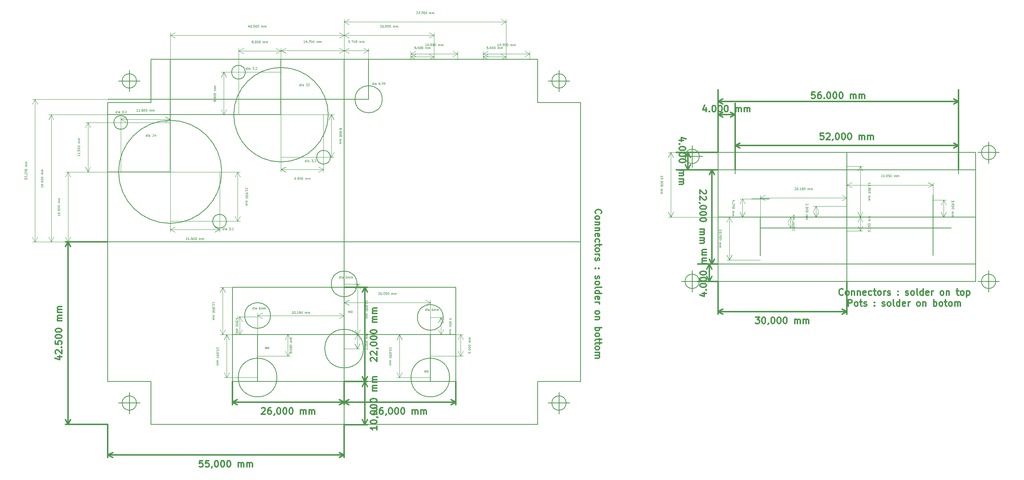
<source format=gbr>
G04 #@! TF.GenerationSoftware,KiCad,Pcbnew,(5.1.4)-1*
G04 #@! TF.CreationDate,2019-12-04T23:12:45+01:00*
G04 #@! TF.ProjectId,instru_bab_v2,696e7374-7275-45f6-9261-625f76322e6b,rev?*
G04 #@! TF.SameCoordinates,Original*
G04 #@! TF.FileFunction,Other,ECO2*
%FSLAX46Y46*%
G04 Gerber Fmt 4.6, Leading zero omitted, Abs format (unit mm)*
G04 Created by KiCad (PCBNEW (5.1.4)-1) date 2019-12-04 23:12:45*
%MOMM*%
%LPD*%
G04 APERTURE LIST*
%ADD10C,0.100000*%
%ADD11C,0.200000*%
%ADD12C,0.300000*%
%ADD13C,0.150000*%
G04 APERTURE END LIST*
D10*
X98517552Y-95627101D02*
X98517552Y-95341387D01*
X98517552Y-95484244D02*
X99017552Y-95484244D01*
X98946123Y-95436625D01*
X98898504Y-95389006D01*
X98874695Y-95341387D01*
X99017552Y-95936625D02*
X99017552Y-95984244D01*
X98993743Y-96031863D01*
X98969933Y-96055673D01*
X98922314Y-96079482D01*
X98827076Y-96103292D01*
X98708028Y-96103292D01*
X98612790Y-96079482D01*
X98565171Y-96055673D01*
X98541362Y-96031863D01*
X98517552Y-95984244D01*
X98517552Y-95936625D01*
X98541362Y-95889006D01*
X98565171Y-95865196D01*
X98612790Y-95841387D01*
X98708028Y-95817577D01*
X98827076Y-95817577D01*
X98922314Y-95841387D01*
X98969933Y-95865196D01*
X98993743Y-95889006D01*
X99017552Y-95936625D01*
X98565171Y-96317577D02*
X98541362Y-96341387D01*
X98517552Y-96317577D01*
X98541362Y-96293768D01*
X98565171Y-96317577D01*
X98517552Y-96317577D01*
X99017552Y-96650911D02*
X99017552Y-96698530D01*
X98993743Y-96746149D01*
X98969933Y-96769958D01*
X98922314Y-96793768D01*
X98827076Y-96817577D01*
X98708028Y-96817577D01*
X98612790Y-96793768D01*
X98565171Y-96769958D01*
X98541362Y-96746149D01*
X98517552Y-96698530D01*
X98517552Y-96650911D01*
X98541362Y-96603292D01*
X98565171Y-96579482D01*
X98612790Y-96555673D01*
X98708028Y-96531863D01*
X98827076Y-96531863D01*
X98922314Y-96555673D01*
X98969933Y-96579482D01*
X98993743Y-96603292D01*
X99017552Y-96650911D01*
X99017552Y-97127101D02*
X99017552Y-97174720D01*
X98993743Y-97222339D01*
X98969933Y-97246149D01*
X98922314Y-97269958D01*
X98827076Y-97293768D01*
X98708028Y-97293768D01*
X98612790Y-97269958D01*
X98565171Y-97246149D01*
X98541362Y-97222339D01*
X98517552Y-97174720D01*
X98517552Y-97127101D01*
X98541362Y-97079482D01*
X98565171Y-97055673D01*
X98612790Y-97031863D01*
X98708028Y-97008054D01*
X98827076Y-97008054D01*
X98922314Y-97031863D01*
X98969933Y-97055673D01*
X98993743Y-97079482D01*
X99017552Y-97127101D01*
X99017552Y-97603292D02*
X99017552Y-97650911D01*
X98993743Y-97698530D01*
X98969933Y-97722339D01*
X98922314Y-97746149D01*
X98827076Y-97769958D01*
X98708028Y-97769958D01*
X98612790Y-97746149D01*
X98565171Y-97722339D01*
X98541362Y-97698530D01*
X98517552Y-97650911D01*
X98517552Y-97603292D01*
X98541362Y-97555673D01*
X98565171Y-97531863D01*
X98612790Y-97508054D01*
X98708028Y-97484244D01*
X98827076Y-97484244D01*
X98922314Y-97508054D01*
X98969933Y-97531863D01*
X98993743Y-97555673D01*
X99017552Y-97603292D01*
X98517552Y-98365196D02*
X98850885Y-98365196D01*
X98803266Y-98365196D02*
X98827076Y-98389006D01*
X98850885Y-98436625D01*
X98850885Y-98508054D01*
X98827076Y-98555673D01*
X98779457Y-98579482D01*
X98517552Y-98579482D01*
X98779457Y-98579482D02*
X98827076Y-98603292D01*
X98850885Y-98650911D01*
X98850885Y-98722339D01*
X98827076Y-98769958D01*
X98779457Y-98793768D01*
X98517552Y-98793768D01*
X98517552Y-99031863D02*
X98850885Y-99031863D01*
X98803266Y-99031863D02*
X98827076Y-99055673D01*
X98850885Y-99103292D01*
X98850885Y-99174720D01*
X98827076Y-99222339D01*
X98779457Y-99246149D01*
X98517552Y-99246149D01*
X98779457Y-99246149D02*
X98827076Y-99269958D01*
X98850885Y-99317577D01*
X98850885Y-99389006D01*
X98827076Y-99436625D01*
X98779457Y-99460435D01*
X98517552Y-99460435D01*
X100843743Y-92412816D02*
X100843743Y-102412816D01*
X108043743Y-92412816D02*
X100257322Y-92412816D01*
X108043743Y-102412816D02*
X100257322Y-102412816D01*
X100843743Y-102412816D02*
X100257322Y-101286312D01*
X100843743Y-102412816D02*
X101430164Y-101286312D01*
X100843743Y-92412816D02*
X100257322Y-93539320D01*
X100843743Y-92412816D02*
X101430164Y-93539320D01*
X58317054Y-95626603D02*
X58317054Y-95340889D01*
X58317054Y-95483746D02*
X58817054Y-95483746D01*
X58745625Y-95436127D01*
X58698006Y-95388508D01*
X58674197Y-95340889D01*
X58817054Y-95936127D02*
X58817054Y-95983746D01*
X58793245Y-96031365D01*
X58769435Y-96055175D01*
X58721816Y-96078984D01*
X58626578Y-96102794D01*
X58507530Y-96102794D01*
X58412292Y-96078984D01*
X58364673Y-96055175D01*
X58340864Y-96031365D01*
X58317054Y-95983746D01*
X58317054Y-95936127D01*
X58340864Y-95888508D01*
X58364673Y-95864698D01*
X58412292Y-95840889D01*
X58507530Y-95817079D01*
X58626578Y-95817079D01*
X58721816Y-95840889D01*
X58769435Y-95864698D01*
X58793245Y-95888508D01*
X58817054Y-95936127D01*
X58364673Y-96317079D02*
X58340864Y-96340889D01*
X58317054Y-96317079D01*
X58340864Y-96293270D01*
X58364673Y-96317079D01*
X58317054Y-96317079D01*
X58817054Y-96650413D02*
X58817054Y-96698032D01*
X58793245Y-96745651D01*
X58769435Y-96769460D01*
X58721816Y-96793270D01*
X58626578Y-96817079D01*
X58507530Y-96817079D01*
X58412292Y-96793270D01*
X58364673Y-96769460D01*
X58340864Y-96745651D01*
X58317054Y-96698032D01*
X58317054Y-96650413D01*
X58340864Y-96602794D01*
X58364673Y-96578984D01*
X58412292Y-96555175D01*
X58507530Y-96531365D01*
X58626578Y-96531365D01*
X58721816Y-96555175D01*
X58769435Y-96578984D01*
X58793245Y-96602794D01*
X58817054Y-96650413D01*
X58817054Y-97126603D02*
X58817054Y-97174222D01*
X58793245Y-97221841D01*
X58769435Y-97245651D01*
X58721816Y-97269460D01*
X58626578Y-97293270D01*
X58507530Y-97293270D01*
X58412292Y-97269460D01*
X58364673Y-97245651D01*
X58340864Y-97221841D01*
X58317054Y-97174222D01*
X58317054Y-97126603D01*
X58340864Y-97078984D01*
X58364673Y-97055175D01*
X58412292Y-97031365D01*
X58507530Y-97007556D01*
X58626578Y-97007556D01*
X58721816Y-97031365D01*
X58769435Y-97055175D01*
X58793245Y-97078984D01*
X58817054Y-97126603D01*
X58817054Y-97602794D02*
X58817054Y-97650413D01*
X58793245Y-97698032D01*
X58769435Y-97721841D01*
X58721816Y-97745651D01*
X58626578Y-97769460D01*
X58507530Y-97769460D01*
X58412292Y-97745651D01*
X58364673Y-97721841D01*
X58340864Y-97698032D01*
X58317054Y-97650413D01*
X58317054Y-97602794D01*
X58340864Y-97555175D01*
X58364673Y-97531365D01*
X58412292Y-97507556D01*
X58507530Y-97483746D01*
X58626578Y-97483746D01*
X58721816Y-97507556D01*
X58769435Y-97531365D01*
X58793245Y-97555175D01*
X58817054Y-97602794D01*
X58317054Y-98364698D02*
X58650387Y-98364698D01*
X58602768Y-98364698D02*
X58626578Y-98388508D01*
X58650387Y-98436127D01*
X58650387Y-98507556D01*
X58626578Y-98555175D01*
X58578959Y-98578984D01*
X58317054Y-98578984D01*
X58578959Y-98578984D02*
X58626578Y-98602794D01*
X58650387Y-98650413D01*
X58650387Y-98721841D01*
X58626578Y-98769460D01*
X58578959Y-98793270D01*
X58317054Y-98793270D01*
X58317054Y-99031365D02*
X58650387Y-99031365D01*
X58602768Y-99031365D02*
X58626578Y-99055175D01*
X58650387Y-99102794D01*
X58650387Y-99174222D01*
X58626578Y-99221841D01*
X58578959Y-99245651D01*
X58317054Y-99245651D01*
X58578959Y-99245651D02*
X58626578Y-99269460D01*
X58650387Y-99317079D01*
X58650387Y-99388508D01*
X58626578Y-99436127D01*
X58578959Y-99459937D01*
X58317054Y-99459937D01*
X60643245Y-92412318D02*
X60643245Y-102412318D01*
X67843245Y-92412318D02*
X60056824Y-92412318D01*
X67843245Y-102412318D02*
X60056824Y-102412318D01*
X60643245Y-102412318D02*
X60056824Y-101285814D01*
X60643245Y-102412318D02*
X61229666Y-101285814D01*
X60643245Y-92412318D02*
X60056824Y-93538822D01*
X60643245Y-92412318D02*
X61229666Y-93538822D01*
X92902744Y-95885522D02*
X92902744Y-95575999D01*
X93093220Y-95742665D01*
X93093220Y-95671237D01*
X93117030Y-95623618D01*
X93140839Y-95599808D01*
X93188458Y-95575999D01*
X93307506Y-95575999D01*
X93355125Y-95599808D01*
X93378934Y-95623618D01*
X93402744Y-95671237D01*
X93402744Y-95814094D01*
X93378934Y-95861713D01*
X93355125Y-95885522D01*
X93355125Y-95361713D02*
X93378934Y-95337903D01*
X93402744Y-95361713D01*
X93378934Y-95385522D01*
X93355125Y-95361713D01*
X93402744Y-95361713D01*
X92950363Y-95147427D02*
X92926554Y-95123618D01*
X92902744Y-95075999D01*
X92902744Y-94956951D01*
X92926554Y-94909332D01*
X92950363Y-94885522D01*
X92997982Y-94861713D01*
X93045601Y-94861713D01*
X93117030Y-94885522D01*
X93402744Y-95171237D01*
X93402744Y-94861713D01*
X92902744Y-94409332D02*
X92902744Y-94647427D01*
X93140839Y-94671237D01*
X93117030Y-94647427D01*
X93093220Y-94599808D01*
X93093220Y-94480760D01*
X93117030Y-94433141D01*
X93140839Y-94409332D01*
X93188458Y-94385522D01*
X93307506Y-94385522D01*
X93355125Y-94409332D01*
X93378934Y-94433141D01*
X93402744Y-94480760D01*
X93402744Y-94599808D01*
X93378934Y-94647427D01*
X93355125Y-94671237D01*
X92902744Y-94075999D02*
X92902744Y-94028380D01*
X92926554Y-93980760D01*
X92950363Y-93956951D01*
X92997982Y-93933141D01*
X93093220Y-93909332D01*
X93212268Y-93909332D01*
X93307506Y-93933141D01*
X93355125Y-93956951D01*
X93378934Y-93980760D01*
X93402744Y-94028380D01*
X93402744Y-94075999D01*
X93378934Y-94123618D01*
X93355125Y-94147427D01*
X93307506Y-94171237D01*
X93212268Y-94195046D01*
X93093220Y-94195046D01*
X92997982Y-94171237D01*
X92950363Y-94147427D01*
X92926554Y-94123618D01*
X92902744Y-94075999D01*
X93402744Y-93314094D02*
X93069411Y-93314094D01*
X93117030Y-93314094D02*
X93093220Y-93290284D01*
X93069411Y-93242665D01*
X93069411Y-93171237D01*
X93093220Y-93123618D01*
X93140839Y-93099808D01*
X93402744Y-93099808D01*
X93140839Y-93099808D02*
X93093220Y-93075999D01*
X93069411Y-93028380D01*
X93069411Y-92956951D01*
X93093220Y-92909332D01*
X93140839Y-92885522D01*
X93402744Y-92885522D01*
X93402744Y-92647427D02*
X93069411Y-92647427D01*
X93117030Y-92647427D02*
X93093220Y-92623618D01*
X93069411Y-92575999D01*
X93069411Y-92504570D01*
X93093220Y-92456951D01*
X93140839Y-92433141D01*
X93402744Y-92433141D01*
X93140839Y-92433141D02*
X93093220Y-92409332D01*
X93069411Y-92361713D01*
X93069411Y-92290284D01*
X93093220Y-92242665D01*
X93140839Y-92218856D01*
X93402744Y-92218856D01*
X91076554Y-95653380D02*
X91076554Y-92403380D01*
X87976554Y-95653380D02*
X91662975Y-95653380D01*
X87976554Y-92403380D02*
X91662975Y-92403380D01*
X91076554Y-92403380D02*
X91662975Y-93529884D01*
X91076554Y-92403380D02*
X90490133Y-93529884D01*
X91076554Y-95653380D02*
X91662975Y-94526876D01*
X91076554Y-95653380D02*
X90490133Y-94526876D01*
X209926190Y-68482142D02*
X209926190Y-68172619D01*
X210116666Y-68339285D01*
X210116666Y-68267857D01*
X210140476Y-68220238D01*
X210164285Y-68196428D01*
X210211904Y-68172619D01*
X210330952Y-68172619D01*
X210378571Y-68196428D01*
X210402380Y-68220238D01*
X210426190Y-68267857D01*
X210426190Y-68410714D01*
X210402380Y-68458333D01*
X210378571Y-68482142D01*
X210378571Y-67958333D02*
X210402380Y-67934523D01*
X210426190Y-67958333D01*
X210402380Y-67982142D01*
X210378571Y-67958333D01*
X210426190Y-67958333D01*
X209973809Y-67744047D02*
X209950000Y-67720238D01*
X209926190Y-67672619D01*
X209926190Y-67553571D01*
X209950000Y-67505952D01*
X209973809Y-67482142D01*
X210021428Y-67458333D01*
X210069047Y-67458333D01*
X210140476Y-67482142D01*
X210426190Y-67767857D01*
X210426190Y-67458333D01*
X209926190Y-67005952D02*
X209926190Y-67244047D01*
X210164285Y-67267857D01*
X210140476Y-67244047D01*
X210116666Y-67196428D01*
X210116666Y-67077380D01*
X210140476Y-67029761D01*
X210164285Y-67005952D01*
X210211904Y-66982142D01*
X210330952Y-66982142D01*
X210378571Y-67005952D01*
X210402380Y-67029761D01*
X210426190Y-67077380D01*
X210426190Y-67196428D01*
X210402380Y-67244047D01*
X210378571Y-67267857D01*
X209926190Y-66672619D02*
X209926190Y-66625000D01*
X209950000Y-66577380D01*
X209973809Y-66553571D01*
X210021428Y-66529761D01*
X210116666Y-66505952D01*
X210235714Y-66505952D01*
X210330952Y-66529761D01*
X210378571Y-66553571D01*
X210402380Y-66577380D01*
X210426190Y-66625000D01*
X210426190Y-66672619D01*
X210402380Y-66720238D01*
X210378571Y-66744047D01*
X210330952Y-66767857D01*
X210235714Y-66791666D01*
X210116666Y-66791666D01*
X210021428Y-66767857D01*
X209973809Y-66744047D01*
X209950000Y-66720238D01*
X209926190Y-66672619D01*
X210426190Y-65910714D02*
X210092857Y-65910714D01*
X210140476Y-65910714D02*
X210116666Y-65886904D01*
X210092857Y-65839285D01*
X210092857Y-65767857D01*
X210116666Y-65720238D01*
X210164285Y-65696428D01*
X210426190Y-65696428D01*
X210164285Y-65696428D02*
X210116666Y-65672619D01*
X210092857Y-65625000D01*
X210092857Y-65553571D01*
X210116666Y-65505952D01*
X210164285Y-65482142D01*
X210426190Y-65482142D01*
X210426190Y-65244047D02*
X210092857Y-65244047D01*
X210140476Y-65244047D02*
X210116666Y-65220238D01*
X210092857Y-65172619D01*
X210092857Y-65101190D01*
X210116666Y-65053571D01*
X210164285Y-65029761D01*
X210426190Y-65029761D01*
X210164285Y-65029761D02*
X210116666Y-65005952D01*
X210092857Y-64958333D01*
X210092857Y-64886904D01*
X210116666Y-64839285D01*
X210164285Y-64815476D01*
X210426190Y-64815476D01*
X208100000Y-68250000D02*
X208100000Y-65000000D01*
X205000000Y-68250000D02*
X208686421Y-68250000D01*
X205000000Y-65000000D02*
X208686421Y-65000000D01*
X208100000Y-65000000D02*
X208686421Y-66126504D01*
X208100000Y-65000000D02*
X207513579Y-66126504D01*
X208100000Y-68250000D02*
X208686421Y-67123496D01*
X208100000Y-68250000D02*
X207513579Y-67123496D01*
X175323809Y-68214285D02*
X175323809Y-67928571D01*
X175323809Y-68071428D02*
X175823809Y-68071428D01*
X175752380Y-68023809D01*
X175704761Y-67976190D01*
X175680952Y-67928571D01*
X175823809Y-68523809D02*
X175823809Y-68571428D01*
X175800000Y-68619047D01*
X175776190Y-68642857D01*
X175728571Y-68666666D01*
X175633333Y-68690476D01*
X175514285Y-68690476D01*
X175419047Y-68666666D01*
X175371428Y-68642857D01*
X175347619Y-68619047D01*
X175323809Y-68571428D01*
X175323809Y-68523809D01*
X175347619Y-68476190D01*
X175371428Y-68452380D01*
X175419047Y-68428571D01*
X175514285Y-68404761D01*
X175633333Y-68404761D01*
X175728571Y-68428571D01*
X175776190Y-68452380D01*
X175800000Y-68476190D01*
X175823809Y-68523809D01*
X175371428Y-68904761D02*
X175347619Y-68928571D01*
X175323809Y-68904761D01*
X175347619Y-68880952D01*
X175371428Y-68904761D01*
X175323809Y-68904761D01*
X175823809Y-69238095D02*
X175823809Y-69285714D01*
X175800000Y-69333333D01*
X175776190Y-69357142D01*
X175728571Y-69380952D01*
X175633333Y-69404761D01*
X175514285Y-69404761D01*
X175419047Y-69380952D01*
X175371428Y-69357142D01*
X175347619Y-69333333D01*
X175323809Y-69285714D01*
X175323809Y-69238095D01*
X175347619Y-69190476D01*
X175371428Y-69166666D01*
X175419047Y-69142857D01*
X175514285Y-69119047D01*
X175633333Y-69119047D01*
X175728571Y-69142857D01*
X175776190Y-69166666D01*
X175800000Y-69190476D01*
X175823809Y-69238095D01*
X175823809Y-69714285D02*
X175823809Y-69761904D01*
X175800000Y-69809523D01*
X175776190Y-69833333D01*
X175728571Y-69857142D01*
X175633333Y-69880952D01*
X175514285Y-69880952D01*
X175419047Y-69857142D01*
X175371428Y-69833333D01*
X175347619Y-69809523D01*
X175323809Y-69761904D01*
X175323809Y-69714285D01*
X175347619Y-69666666D01*
X175371428Y-69642857D01*
X175419047Y-69619047D01*
X175514285Y-69595238D01*
X175633333Y-69595238D01*
X175728571Y-69619047D01*
X175776190Y-69642857D01*
X175800000Y-69666666D01*
X175823809Y-69714285D01*
X175823809Y-70190476D02*
X175823809Y-70238095D01*
X175800000Y-70285714D01*
X175776190Y-70309523D01*
X175728571Y-70333333D01*
X175633333Y-70357142D01*
X175514285Y-70357142D01*
X175419047Y-70333333D01*
X175371428Y-70309523D01*
X175347619Y-70285714D01*
X175323809Y-70238095D01*
X175323809Y-70190476D01*
X175347619Y-70142857D01*
X175371428Y-70119047D01*
X175419047Y-70095238D01*
X175514285Y-70071428D01*
X175633333Y-70071428D01*
X175728571Y-70095238D01*
X175776190Y-70119047D01*
X175800000Y-70142857D01*
X175823809Y-70190476D01*
X175323809Y-70952380D02*
X175657142Y-70952380D01*
X175609523Y-70952380D02*
X175633333Y-70976190D01*
X175657142Y-71023809D01*
X175657142Y-71095238D01*
X175633333Y-71142857D01*
X175585714Y-71166666D01*
X175323809Y-71166666D01*
X175585714Y-71166666D02*
X175633333Y-71190476D01*
X175657142Y-71238095D01*
X175657142Y-71309523D01*
X175633333Y-71357142D01*
X175585714Y-71380952D01*
X175323809Y-71380952D01*
X175323809Y-71619047D02*
X175657142Y-71619047D01*
X175609523Y-71619047D02*
X175633333Y-71642857D01*
X175657142Y-71690476D01*
X175657142Y-71761904D01*
X175633333Y-71809523D01*
X175585714Y-71833333D01*
X175323809Y-71833333D01*
X175585714Y-71833333D02*
X175633333Y-71857142D01*
X175657142Y-71904761D01*
X175657142Y-71976190D01*
X175633333Y-72023809D01*
X175585714Y-72047619D01*
X175323809Y-72047619D01*
X177650000Y-65000000D02*
X177650000Y-75000000D01*
X184850000Y-65000000D02*
X177063579Y-65000000D01*
X184850000Y-75000000D02*
X177063579Y-75000000D01*
X177650000Y-75000000D02*
X177063579Y-73873496D01*
X177650000Y-75000000D02*
X178236421Y-73873496D01*
X177650000Y-65000000D02*
X177063579Y-66126504D01*
X177650000Y-65000000D02*
X178236421Y-66126504D01*
D11*
X184850000Y-67600000D02*
X229300000Y-67600000D01*
D10*
X79126190Y-52176190D02*
X79126190Y-51676190D01*
X79126190Y-52152380D02*
X79078571Y-52176190D01*
X78983333Y-52176190D01*
X78935714Y-52152380D01*
X78911904Y-52128571D01*
X78888095Y-52080952D01*
X78888095Y-51938095D01*
X78911904Y-51890476D01*
X78935714Y-51866666D01*
X78983333Y-51842857D01*
X79078571Y-51842857D01*
X79126190Y-51866666D01*
X79364285Y-52176190D02*
X79364285Y-51842857D01*
X79364285Y-51676190D02*
X79340476Y-51700000D01*
X79364285Y-51723809D01*
X79388095Y-51700000D01*
X79364285Y-51676190D01*
X79364285Y-51723809D01*
X79816666Y-52176190D02*
X79816666Y-51914285D01*
X79792857Y-51866666D01*
X79745238Y-51842857D01*
X79650000Y-51842857D01*
X79602380Y-51866666D01*
X79816666Y-52152380D02*
X79769047Y-52176190D01*
X79650000Y-52176190D01*
X79602380Y-52152380D01*
X79578571Y-52104761D01*
X79578571Y-52057142D01*
X79602380Y-52009523D01*
X79650000Y-51985714D01*
X79769047Y-51985714D01*
X79816666Y-51961904D01*
X80388095Y-51676190D02*
X80697619Y-51676190D01*
X80530952Y-51866666D01*
X80602380Y-51866666D01*
X80650000Y-51890476D01*
X80673809Y-51914285D01*
X80697619Y-51961904D01*
X80697619Y-52080952D01*
X80673809Y-52128571D01*
X80650000Y-52152380D01*
X80602380Y-52176190D01*
X80459523Y-52176190D01*
X80411904Y-52152380D01*
X80388095Y-52128571D01*
X80911904Y-52128571D02*
X80935714Y-52152380D01*
X80911904Y-52176190D01*
X80888095Y-52152380D01*
X80911904Y-52128571D01*
X80911904Y-52176190D01*
X81126190Y-51723809D02*
X81150000Y-51700000D01*
X81197619Y-51676190D01*
X81316666Y-51676190D01*
X81364285Y-51700000D01*
X81388095Y-51723809D01*
X81411904Y-51771428D01*
X81411904Y-51819047D01*
X81388095Y-51890476D01*
X81102380Y-52176190D01*
X81411904Y-52176190D01*
X65376190Y-30626190D02*
X65376190Y-30126190D01*
X65376190Y-30602380D02*
X65328571Y-30626190D01*
X65233333Y-30626190D01*
X65185714Y-30602380D01*
X65161904Y-30578571D01*
X65138095Y-30530952D01*
X65138095Y-30388095D01*
X65161904Y-30340476D01*
X65185714Y-30316666D01*
X65233333Y-30292857D01*
X65328571Y-30292857D01*
X65376190Y-30316666D01*
X65614285Y-30626190D02*
X65614285Y-30292857D01*
X65614285Y-30126190D02*
X65590476Y-30150000D01*
X65614285Y-30173809D01*
X65638095Y-30150000D01*
X65614285Y-30126190D01*
X65614285Y-30173809D01*
X66066666Y-30626190D02*
X66066666Y-30364285D01*
X66042857Y-30316666D01*
X65995238Y-30292857D01*
X65900000Y-30292857D01*
X65852380Y-30316666D01*
X66066666Y-30602380D02*
X66019047Y-30626190D01*
X65900000Y-30626190D01*
X65852380Y-30602380D01*
X65828571Y-30554761D01*
X65828571Y-30507142D01*
X65852380Y-30459523D01*
X65900000Y-30435714D01*
X66019047Y-30435714D01*
X66066666Y-30411904D01*
X66638095Y-30126190D02*
X66947619Y-30126190D01*
X66780952Y-30316666D01*
X66852380Y-30316666D01*
X66900000Y-30340476D01*
X66923809Y-30364285D01*
X66947619Y-30411904D01*
X66947619Y-30530952D01*
X66923809Y-30578571D01*
X66900000Y-30602380D01*
X66852380Y-30626190D01*
X66709523Y-30626190D01*
X66661904Y-30602380D01*
X66638095Y-30578571D01*
X67161904Y-30578571D02*
X67185714Y-30602380D01*
X67161904Y-30626190D01*
X67138095Y-30602380D01*
X67161904Y-30578571D01*
X67161904Y-30626190D01*
X67376190Y-30173809D02*
X67400000Y-30150000D01*
X67447619Y-30126190D01*
X67566666Y-30126190D01*
X67614285Y-30150000D01*
X67638095Y-30173809D01*
X67661904Y-30221428D01*
X67661904Y-30269047D01*
X67638095Y-30340476D01*
X67352380Y-30626190D01*
X67661904Y-30626190D01*
D11*
X84800000Y-51100000D02*
G75*
G03X84800000Y-51100000I-1600000J0D01*
G01*
X65000000Y-31300000D02*
G75*
G03X65000000Y-31300000I-1600000J0D01*
G01*
D10*
X76464285Y-56276190D02*
X76559523Y-56276190D01*
X76607142Y-56252380D01*
X76630952Y-56228571D01*
X76678571Y-56157142D01*
X76702380Y-56061904D01*
X76702380Y-55871428D01*
X76678571Y-55823809D01*
X76654761Y-55800000D01*
X76607142Y-55776190D01*
X76511904Y-55776190D01*
X76464285Y-55800000D01*
X76440476Y-55823809D01*
X76416666Y-55871428D01*
X76416666Y-55990476D01*
X76440476Y-56038095D01*
X76464285Y-56061904D01*
X76511904Y-56085714D01*
X76607142Y-56085714D01*
X76654761Y-56061904D01*
X76678571Y-56038095D01*
X76702380Y-55990476D01*
X76916666Y-56228571D02*
X76940476Y-56252380D01*
X76916666Y-56276190D01*
X76892857Y-56252380D01*
X76916666Y-56228571D01*
X76916666Y-56276190D01*
X77178571Y-56276190D02*
X77273809Y-56276190D01*
X77321428Y-56252380D01*
X77345238Y-56228571D01*
X77392857Y-56157142D01*
X77416666Y-56061904D01*
X77416666Y-55871428D01*
X77392857Y-55823809D01*
X77369047Y-55800000D01*
X77321428Y-55776190D01*
X77226190Y-55776190D01*
X77178571Y-55800000D01*
X77154761Y-55823809D01*
X77130952Y-55871428D01*
X77130952Y-55990476D01*
X77154761Y-56038095D01*
X77178571Y-56061904D01*
X77226190Y-56085714D01*
X77321428Y-56085714D01*
X77369047Y-56061904D01*
X77392857Y-56038095D01*
X77416666Y-55990476D01*
X77726190Y-55776190D02*
X77773809Y-55776190D01*
X77821428Y-55800000D01*
X77845238Y-55823809D01*
X77869047Y-55871428D01*
X77892857Y-55966666D01*
X77892857Y-56085714D01*
X77869047Y-56180952D01*
X77845238Y-56228571D01*
X77821428Y-56252380D01*
X77773809Y-56276190D01*
X77726190Y-56276190D01*
X77678571Y-56252380D01*
X77654761Y-56228571D01*
X77630952Y-56180952D01*
X77607142Y-56085714D01*
X77607142Y-55966666D01*
X77630952Y-55871428D01*
X77654761Y-55823809D01*
X77678571Y-55800000D01*
X77726190Y-55776190D01*
X78202380Y-55776190D02*
X78250000Y-55776190D01*
X78297619Y-55800000D01*
X78321428Y-55823809D01*
X78345238Y-55871428D01*
X78369047Y-55966666D01*
X78369047Y-56085714D01*
X78345238Y-56180952D01*
X78321428Y-56228571D01*
X78297619Y-56252380D01*
X78250000Y-56276190D01*
X78202380Y-56276190D01*
X78154761Y-56252380D01*
X78130952Y-56228571D01*
X78107142Y-56180952D01*
X78083333Y-56085714D01*
X78083333Y-55966666D01*
X78107142Y-55871428D01*
X78130952Y-55823809D01*
X78154761Y-55800000D01*
X78202380Y-55776190D01*
X78964285Y-56276190D02*
X78964285Y-55942857D01*
X78964285Y-55990476D02*
X78988095Y-55966666D01*
X79035714Y-55942857D01*
X79107142Y-55942857D01*
X79154761Y-55966666D01*
X79178571Y-56014285D01*
X79178571Y-56276190D01*
X79178571Y-56014285D02*
X79202380Y-55966666D01*
X79250000Y-55942857D01*
X79321428Y-55942857D01*
X79369047Y-55966666D01*
X79392857Y-56014285D01*
X79392857Y-56276190D01*
X79630952Y-56276190D02*
X79630952Y-55942857D01*
X79630952Y-55990476D02*
X79654761Y-55966666D01*
X79702380Y-55942857D01*
X79773809Y-55942857D01*
X79821428Y-55966666D01*
X79845238Y-56014285D01*
X79845238Y-56276190D01*
X79845238Y-56014285D02*
X79869047Y-55966666D01*
X79916666Y-55942857D01*
X79988095Y-55942857D01*
X80035714Y-55966666D01*
X80059523Y-56014285D01*
X80059523Y-56276190D01*
X73300000Y-53950000D02*
X83200000Y-53950000D01*
X73300000Y-41200000D02*
X73300000Y-54536421D01*
X83200000Y-41200000D02*
X83200000Y-54536421D01*
X83200000Y-53950000D02*
X82073496Y-54536421D01*
X83200000Y-53950000D02*
X82073496Y-53363579D01*
X73300000Y-53950000D02*
X74426504Y-54536421D01*
X73300000Y-53950000D02*
X74426504Y-53363579D01*
X66564285Y-24476190D02*
X66659523Y-24476190D01*
X66707142Y-24452380D01*
X66730952Y-24428571D01*
X66778571Y-24357142D01*
X66802380Y-24261904D01*
X66802380Y-24071428D01*
X66778571Y-24023809D01*
X66754761Y-24000000D01*
X66707142Y-23976190D01*
X66611904Y-23976190D01*
X66564285Y-24000000D01*
X66540476Y-24023809D01*
X66516666Y-24071428D01*
X66516666Y-24190476D01*
X66540476Y-24238095D01*
X66564285Y-24261904D01*
X66611904Y-24285714D01*
X66707142Y-24285714D01*
X66754761Y-24261904D01*
X66778571Y-24238095D01*
X66802380Y-24190476D01*
X67016666Y-24428571D02*
X67040476Y-24452380D01*
X67016666Y-24476190D01*
X66992857Y-24452380D01*
X67016666Y-24428571D01*
X67016666Y-24476190D01*
X67278571Y-24476190D02*
X67373809Y-24476190D01*
X67421428Y-24452380D01*
X67445238Y-24428571D01*
X67492857Y-24357142D01*
X67516666Y-24261904D01*
X67516666Y-24071428D01*
X67492857Y-24023809D01*
X67469047Y-24000000D01*
X67421428Y-23976190D01*
X67326190Y-23976190D01*
X67278571Y-24000000D01*
X67254761Y-24023809D01*
X67230952Y-24071428D01*
X67230952Y-24190476D01*
X67254761Y-24238095D01*
X67278571Y-24261904D01*
X67326190Y-24285714D01*
X67421428Y-24285714D01*
X67469047Y-24261904D01*
X67492857Y-24238095D01*
X67516666Y-24190476D01*
X67826190Y-23976190D02*
X67873809Y-23976190D01*
X67921428Y-24000000D01*
X67945238Y-24023809D01*
X67969047Y-24071428D01*
X67992857Y-24166666D01*
X67992857Y-24285714D01*
X67969047Y-24380952D01*
X67945238Y-24428571D01*
X67921428Y-24452380D01*
X67873809Y-24476190D01*
X67826190Y-24476190D01*
X67778571Y-24452380D01*
X67754761Y-24428571D01*
X67730952Y-24380952D01*
X67707142Y-24285714D01*
X67707142Y-24166666D01*
X67730952Y-24071428D01*
X67754761Y-24023809D01*
X67778571Y-24000000D01*
X67826190Y-23976190D01*
X68302380Y-23976190D02*
X68350000Y-23976190D01*
X68397619Y-24000000D01*
X68421428Y-24023809D01*
X68445238Y-24071428D01*
X68469047Y-24166666D01*
X68469047Y-24285714D01*
X68445238Y-24380952D01*
X68421428Y-24428571D01*
X68397619Y-24452380D01*
X68350000Y-24476190D01*
X68302380Y-24476190D01*
X68254761Y-24452380D01*
X68230952Y-24428571D01*
X68207142Y-24380952D01*
X68183333Y-24285714D01*
X68183333Y-24166666D01*
X68207142Y-24071428D01*
X68230952Y-24023809D01*
X68254761Y-24000000D01*
X68302380Y-23976190D01*
X69064285Y-24476190D02*
X69064285Y-24142857D01*
X69064285Y-24190476D02*
X69088095Y-24166666D01*
X69135714Y-24142857D01*
X69207142Y-24142857D01*
X69254761Y-24166666D01*
X69278571Y-24214285D01*
X69278571Y-24476190D01*
X69278571Y-24214285D02*
X69302380Y-24166666D01*
X69350000Y-24142857D01*
X69421428Y-24142857D01*
X69469047Y-24166666D01*
X69492857Y-24214285D01*
X69492857Y-24476190D01*
X69730952Y-24476190D02*
X69730952Y-24142857D01*
X69730952Y-24190476D02*
X69754761Y-24166666D01*
X69802380Y-24142857D01*
X69873809Y-24142857D01*
X69921428Y-24166666D01*
X69945238Y-24214285D01*
X69945238Y-24476190D01*
X69945238Y-24214285D02*
X69969047Y-24166666D01*
X70016666Y-24142857D01*
X70088095Y-24142857D01*
X70135714Y-24166666D01*
X70159523Y-24214285D01*
X70159523Y-24476190D01*
X73300000Y-26350000D02*
X63400000Y-26350000D01*
X73300000Y-41200000D02*
X73300000Y-25763579D01*
X63400000Y-41200000D02*
X63400000Y-25763579D01*
X63400000Y-26350000D02*
X64526504Y-25763579D01*
X63400000Y-26350000D02*
X64526504Y-26936421D01*
X73300000Y-26350000D02*
X72173496Y-25763579D01*
X73300000Y-26350000D02*
X72173496Y-26936421D01*
X86873809Y-44364285D02*
X86873809Y-44459523D01*
X86897619Y-44507142D01*
X86921428Y-44530952D01*
X86992857Y-44578571D01*
X87088095Y-44602380D01*
X87278571Y-44602380D01*
X87326190Y-44578571D01*
X87350000Y-44554761D01*
X87373809Y-44507142D01*
X87373809Y-44411904D01*
X87350000Y-44364285D01*
X87326190Y-44340476D01*
X87278571Y-44316666D01*
X87159523Y-44316666D01*
X87111904Y-44340476D01*
X87088095Y-44364285D01*
X87064285Y-44411904D01*
X87064285Y-44507142D01*
X87088095Y-44554761D01*
X87111904Y-44578571D01*
X87159523Y-44602380D01*
X86921428Y-44816666D02*
X86897619Y-44840476D01*
X86873809Y-44816666D01*
X86897619Y-44792857D01*
X86921428Y-44816666D01*
X86873809Y-44816666D01*
X86873809Y-45078571D02*
X86873809Y-45173809D01*
X86897619Y-45221428D01*
X86921428Y-45245238D01*
X86992857Y-45292857D01*
X87088095Y-45316666D01*
X87278571Y-45316666D01*
X87326190Y-45292857D01*
X87350000Y-45269047D01*
X87373809Y-45221428D01*
X87373809Y-45126190D01*
X87350000Y-45078571D01*
X87326190Y-45054761D01*
X87278571Y-45030952D01*
X87159523Y-45030952D01*
X87111904Y-45054761D01*
X87088095Y-45078571D01*
X87064285Y-45126190D01*
X87064285Y-45221428D01*
X87088095Y-45269047D01*
X87111904Y-45292857D01*
X87159523Y-45316666D01*
X87373809Y-45626190D02*
X87373809Y-45673809D01*
X87350000Y-45721428D01*
X87326190Y-45745238D01*
X87278571Y-45769047D01*
X87183333Y-45792857D01*
X87064285Y-45792857D01*
X86969047Y-45769047D01*
X86921428Y-45745238D01*
X86897619Y-45721428D01*
X86873809Y-45673809D01*
X86873809Y-45626190D01*
X86897619Y-45578571D01*
X86921428Y-45554761D01*
X86969047Y-45530952D01*
X87064285Y-45507142D01*
X87183333Y-45507142D01*
X87278571Y-45530952D01*
X87326190Y-45554761D01*
X87350000Y-45578571D01*
X87373809Y-45626190D01*
X87373809Y-46102380D02*
X87373809Y-46150000D01*
X87350000Y-46197619D01*
X87326190Y-46221428D01*
X87278571Y-46245238D01*
X87183333Y-46269047D01*
X87064285Y-46269047D01*
X86969047Y-46245238D01*
X86921428Y-46221428D01*
X86897619Y-46197619D01*
X86873809Y-46150000D01*
X86873809Y-46102380D01*
X86897619Y-46054761D01*
X86921428Y-46030952D01*
X86969047Y-46007142D01*
X87064285Y-45983333D01*
X87183333Y-45983333D01*
X87278571Y-46007142D01*
X87326190Y-46030952D01*
X87350000Y-46054761D01*
X87373809Y-46102380D01*
X86873809Y-46864285D02*
X87207142Y-46864285D01*
X87159523Y-46864285D02*
X87183333Y-46888095D01*
X87207142Y-46935714D01*
X87207142Y-47007142D01*
X87183333Y-47054761D01*
X87135714Y-47078571D01*
X86873809Y-47078571D01*
X87135714Y-47078571D02*
X87183333Y-47102380D01*
X87207142Y-47150000D01*
X87207142Y-47221428D01*
X87183333Y-47269047D01*
X87135714Y-47292857D01*
X86873809Y-47292857D01*
X86873809Y-47530952D02*
X87207142Y-47530952D01*
X87159523Y-47530952D02*
X87183333Y-47554761D01*
X87207142Y-47602380D01*
X87207142Y-47673809D01*
X87183333Y-47721428D01*
X87135714Y-47745238D01*
X86873809Y-47745238D01*
X87135714Y-47745238D02*
X87183333Y-47769047D01*
X87207142Y-47816666D01*
X87207142Y-47888095D01*
X87183333Y-47935714D01*
X87135714Y-47959523D01*
X86873809Y-47959523D01*
X85000000Y-41200000D02*
X85000000Y-51100000D01*
X73300000Y-41200000D02*
X85586421Y-41200000D01*
X73300000Y-51100000D02*
X85586421Y-51100000D01*
X85000000Y-51100000D02*
X84413579Y-49973496D01*
X85000000Y-51100000D02*
X85586421Y-49973496D01*
X85000000Y-41200000D02*
X84413579Y-42326504D01*
X85000000Y-41200000D02*
X85586421Y-42326504D01*
X58126190Y-38035714D02*
X58126190Y-37940476D01*
X58102380Y-37892857D01*
X58078571Y-37869047D01*
X58007142Y-37821428D01*
X57911904Y-37797619D01*
X57721428Y-37797619D01*
X57673809Y-37821428D01*
X57650000Y-37845238D01*
X57626190Y-37892857D01*
X57626190Y-37988095D01*
X57650000Y-38035714D01*
X57673809Y-38059523D01*
X57721428Y-38083333D01*
X57840476Y-38083333D01*
X57888095Y-38059523D01*
X57911904Y-38035714D01*
X57935714Y-37988095D01*
X57935714Y-37892857D01*
X57911904Y-37845238D01*
X57888095Y-37821428D01*
X57840476Y-37797619D01*
X58078571Y-37583333D02*
X58102380Y-37559523D01*
X58126190Y-37583333D01*
X58102380Y-37607142D01*
X58078571Y-37583333D01*
X58126190Y-37583333D01*
X58126190Y-37321428D02*
X58126190Y-37226190D01*
X58102380Y-37178571D01*
X58078571Y-37154761D01*
X58007142Y-37107142D01*
X57911904Y-37083333D01*
X57721428Y-37083333D01*
X57673809Y-37107142D01*
X57650000Y-37130952D01*
X57626190Y-37178571D01*
X57626190Y-37273809D01*
X57650000Y-37321428D01*
X57673809Y-37345238D01*
X57721428Y-37369047D01*
X57840476Y-37369047D01*
X57888095Y-37345238D01*
X57911904Y-37321428D01*
X57935714Y-37273809D01*
X57935714Y-37178571D01*
X57911904Y-37130952D01*
X57888095Y-37107142D01*
X57840476Y-37083333D01*
X57626190Y-36773809D02*
X57626190Y-36726190D01*
X57650000Y-36678571D01*
X57673809Y-36654761D01*
X57721428Y-36630952D01*
X57816666Y-36607142D01*
X57935714Y-36607142D01*
X58030952Y-36630952D01*
X58078571Y-36654761D01*
X58102380Y-36678571D01*
X58126190Y-36726190D01*
X58126190Y-36773809D01*
X58102380Y-36821428D01*
X58078571Y-36845238D01*
X58030952Y-36869047D01*
X57935714Y-36892857D01*
X57816666Y-36892857D01*
X57721428Y-36869047D01*
X57673809Y-36845238D01*
X57650000Y-36821428D01*
X57626190Y-36773809D01*
X57626190Y-36297619D02*
X57626190Y-36250000D01*
X57650000Y-36202380D01*
X57673809Y-36178571D01*
X57721428Y-36154761D01*
X57816666Y-36130952D01*
X57935714Y-36130952D01*
X58030952Y-36154761D01*
X58078571Y-36178571D01*
X58102380Y-36202380D01*
X58126190Y-36250000D01*
X58126190Y-36297619D01*
X58102380Y-36345238D01*
X58078571Y-36369047D01*
X58030952Y-36392857D01*
X57935714Y-36416666D01*
X57816666Y-36416666D01*
X57721428Y-36392857D01*
X57673809Y-36369047D01*
X57650000Y-36345238D01*
X57626190Y-36297619D01*
X58126190Y-35535714D02*
X57792857Y-35535714D01*
X57840476Y-35535714D02*
X57816666Y-35511904D01*
X57792857Y-35464285D01*
X57792857Y-35392857D01*
X57816666Y-35345238D01*
X57864285Y-35321428D01*
X58126190Y-35321428D01*
X57864285Y-35321428D02*
X57816666Y-35297619D01*
X57792857Y-35250000D01*
X57792857Y-35178571D01*
X57816666Y-35130952D01*
X57864285Y-35107142D01*
X58126190Y-35107142D01*
X58126190Y-34869047D02*
X57792857Y-34869047D01*
X57840476Y-34869047D02*
X57816666Y-34845238D01*
X57792857Y-34797619D01*
X57792857Y-34726190D01*
X57816666Y-34678571D01*
X57864285Y-34654761D01*
X58126190Y-34654761D01*
X57864285Y-34654761D02*
X57816666Y-34630952D01*
X57792857Y-34583333D01*
X57792857Y-34511904D01*
X57816666Y-34464285D01*
X57864285Y-34440476D01*
X58126190Y-34440476D01*
X60000000Y-41200000D02*
X60000000Y-31300000D01*
X73300000Y-41200000D02*
X59413579Y-41200000D01*
X73300000Y-31300000D02*
X59413579Y-31300000D01*
X60000000Y-31300000D02*
X60586421Y-32426504D01*
X60000000Y-31300000D02*
X59413579Y-32426504D01*
X60000000Y-41200000D02*
X60586421Y-40073496D01*
X60000000Y-41200000D02*
X59413579Y-40073496D01*
X77845238Y-34476190D02*
X77845238Y-33976190D01*
X77845238Y-34452380D02*
X77797619Y-34476190D01*
X77702380Y-34476190D01*
X77654761Y-34452380D01*
X77630952Y-34428571D01*
X77607142Y-34380952D01*
X77607142Y-34238095D01*
X77630952Y-34190476D01*
X77654761Y-34166666D01*
X77702380Y-34142857D01*
X77797619Y-34142857D01*
X77845238Y-34166666D01*
X78083333Y-34476190D02*
X78083333Y-34142857D01*
X78083333Y-33976190D02*
X78059523Y-34000000D01*
X78083333Y-34023809D01*
X78107142Y-34000000D01*
X78083333Y-33976190D01*
X78083333Y-34023809D01*
X78535714Y-34476190D02*
X78535714Y-34214285D01*
X78511904Y-34166666D01*
X78464285Y-34142857D01*
X78369047Y-34142857D01*
X78321428Y-34166666D01*
X78535714Y-34452380D02*
X78488095Y-34476190D01*
X78369047Y-34476190D01*
X78321428Y-34452380D01*
X78297619Y-34404761D01*
X78297619Y-34357142D01*
X78321428Y-34309523D01*
X78369047Y-34285714D01*
X78488095Y-34285714D01*
X78535714Y-34261904D01*
X79130952Y-34023809D02*
X79154761Y-34000000D01*
X79202380Y-33976190D01*
X79321428Y-33976190D01*
X79369047Y-34000000D01*
X79392857Y-34023809D01*
X79416666Y-34071428D01*
X79416666Y-34119047D01*
X79392857Y-34190476D01*
X79107142Y-34476190D01*
X79416666Y-34476190D01*
X79607142Y-34023809D02*
X79630952Y-34000000D01*
X79678571Y-33976190D01*
X79797619Y-33976190D01*
X79845238Y-34000000D01*
X79869047Y-34023809D01*
X79892857Y-34071428D01*
X79892857Y-34119047D01*
X79869047Y-34190476D01*
X79583333Y-34476190D01*
X79892857Y-34476190D01*
D11*
X84300000Y-41200000D02*
G75*
G03X84300000Y-41200000I-11000000J0D01*
G01*
D10*
X94738095Y-34176190D02*
X94738095Y-33676190D01*
X94738095Y-34152380D02*
X94690476Y-34176190D01*
X94595238Y-34176190D01*
X94547619Y-34152380D01*
X94523809Y-34128571D01*
X94500000Y-34080952D01*
X94500000Y-33938095D01*
X94523809Y-33890476D01*
X94547619Y-33866666D01*
X94595238Y-33842857D01*
X94690476Y-33842857D01*
X94738095Y-33866666D01*
X94976190Y-34176190D02*
X94976190Y-33842857D01*
X94976190Y-33676190D02*
X94952380Y-33700000D01*
X94976190Y-33723809D01*
X95000000Y-33700000D01*
X94976190Y-33676190D01*
X94976190Y-33723809D01*
X95428571Y-34176190D02*
X95428571Y-33914285D01*
X95404761Y-33866666D01*
X95357142Y-33842857D01*
X95261904Y-33842857D01*
X95214285Y-33866666D01*
X95428571Y-34152380D02*
X95380952Y-34176190D01*
X95261904Y-34176190D01*
X95214285Y-34152380D01*
X95190476Y-34104761D01*
X95190476Y-34057142D01*
X95214285Y-34009523D01*
X95261904Y-33985714D01*
X95380952Y-33985714D01*
X95428571Y-33961904D01*
X96261904Y-33676190D02*
X96166666Y-33676190D01*
X96119047Y-33700000D01*
X96095238Y-33723809D01*
X96047619Y-33795238D01*
X96023809Y-33890476D01*
X96023809Y-34080952D01*
X96047619Y-34128571D01*
X96071428Y-34152380D01*
X96119047Y-34176190D01*
X96214285Y-34176190D01*
X96261904Y-34152380D01*
X96285714Y-34128571D01*
X96309523Y-34080952D01*
X96309523Y-33961904D01*
X96285714Y-33914285D01*
X96261904Y-33890476D01*
X96214285Y-33866666D01*
X96119047Y-33866666D01*
X96071428Y-33890476D01*
X96047619Y-33914285D01*
X96023809Y-33961904D01*
X96523809Y-34128571D02*
X96547619Y-34152380D01*
X96523809Y-34176190D01*
X96500000Y-34152380D01*
X96523809Y-34128571D01*
X96523809Y-34176190D01*
X96714285Y-33676190D02*
X97023809Y-33676190D01*
X96857142Y-33866666D01*
X96928571Y-33866666D01*
X96976190Y-33890476D01*
X97000000Y-33914285D01*
X97023809Y-33961904D01*
X97023809Y-34080952D01*
X97000000Y-34128571D01*
X96976190Y-34152380D01*
X96928571Y-34176190D01*
X96785714Y-34176190D01*
X96738095Y-34152380D01*
X96714285Y-34128571D01*
X97476190Y-33676190D02*
X97238095Y-33676190D01*
X97214285Y-33914285D01*
X97238095Y-33890476D01*
X97285714Y-33866666D01*
X97404761Y-33866666D01*
X97452380Y-33890476D01*
X97476190Y-33914285D01*
X97500000Y-33961904D01*
X97500000Y-34080952D01*
X97476190Y-34128571D01*
X97452380Y-34152380D01*
X97404761Y-34176190D01*
X97285714Y-34176190D01*
X97238095Y-34152380D01*
X97214285Y-34128571D01*
D11*
X96860000Y-37600000D02*
G75*
G03X96860000Y-37600000I-3160000J0D01*
G01*
D10*
X59926190Y-68026190D02*
X59926190Y-67526190D01*
X59926190Y-68002380D02*
X59878571Y-68026190D01*
X59783333Y-68026190D01*
X59735714Y-68002380D01*
X59711904Y-67978571D01*
X59688095Y-67930952D01*
X59688095Y-67788095D01*
X59711904Y-67740476D01*
X59735714Y-67716666D01*
X59783333Y-67692857D01*
X59878571Y-67692857D01*
X59926190Y-67716666D01*
X60164285Y-68026190D02*
X60164285Y-67692857D01*
X60164285Y-67526190D02*
X60140476Y-67550000D01*
X60164285Y-67573809D01*
X60188095Y-67550000D01*
X60164285Y-67526190D01*
X60164285Y-67573809D01*
X60616666Y-68026190D02*
X60616666Y-67764285D01*
X60592857Y-67716666D01*
X60545238Y-67692857D01*
X60450000Y-67692857D01*
X60402380Y-67716666D01*
X60616666Y-68002380D02*
X60569047Y-68026190D01*
X60450000Y-68026190D01*
X60402380Y-68002380D01*
X60378571Y-67954761D01*
X60378571Y-67907142D01*
X60402380Y-67859523D01*
X60450000Y-67835714D01*
X60569047Y-67835714D01*
X60616666Y-67811904D01*
X61188095Y-67526190D02*
X61497619Y-67526190D01*
X61330952Y-67716666D01*
X61402380Y-67716666D01*
X61450000Y-67740476D01*
X61473809Y-67764285D01*
X61497619Y-67811904D01*
X61497619Y-67930952D01*
X61473809Y-67978571D01*
X61450000Y-68002380D01*
X61402380Y-68026190D01*
X61259523Y-68026190D01*
X61211904Y-68002380D01*
X61188095Y-67978571D01*
X61711904Y-67978571D02*
X61735714Y-68002380D01*
X61711904Y-68026190D01*
X61688095Y-68002380D01*
X61711904Y-67978571D01*
X61711904Y-68026190D01*
X61926190Y-67573809D02*
X61950000Y-67550000D01*
X61997619Y-67526190D01*
X62116666Y-67526190D01*
X62164285Y-67550000D01*
X62188095Y-67573809D01*
X62211904Y-67621428D01*
X62211904Y-67669047D01*
X62188095Y-67740476D01*
X61902380Y-68026190D01*
X62211904Y-68026190D01*
D11*
X60600000Y-66000000D02*
G75*
G03X60600000Y-66000000I-1600000J0D01*
G01*
D10*
X51464285Y-70276190D02*
X51178571Y-70276190D01*
X51321428Y-70276190D02*
X51321428Y-69776190D01*
X51273809Y-69847619D01*
X51226190Y-69895238D01*
X51178571Y-69919047D01*
X51940476Y-70276190D02*
X51654761Y-70276190D01*
X51797619Y-70276190D02*
X51797619Y-69776190D01*
X51750000Y-69847619D01*
X51702380Y-69895238D01*
X51654761Y-69919047D01*
X52154761Y-70228571D02*
X52178571Y-70252380D01*
X52154761Y-70276190D01*
X52130952Y-70252380D01*
X52154761Y-70228571D01*
X52154761Y-70276190D01*
X52630952Y-69776190D02*
X52392857Y-69776190D01*
X52369047Y-70014285D01*
X52392857Y-69990476D01*
X52440476Y-69966666D01*
X52559523Y-69966666D01*
X52607142Y-69990476D01*
X52630952Y-70014285D01*
X52654761Y-70061904D01*
X52654761Y-70180952D01*
X52630952Y-70228571D01*
X52607142Y-70252380D01*
X52559523Y-70276190D01*
X52440476Y-70276190D01*
X52392857Y-70252380D01*
X52369047Y-70228571D01*
X52964285Y-69776190D02*
X53011904Y-69776190D01*
X53059523Y-69800000D01*
X53083333Y-69823809D01*
X53107142Y-69871428D01*
X53130952Y-69966666D01*
X53130952Y-70085714D01*
X53107142Y-70180952D01*
X53083333Y-70228571D01*
X53059523Y-70252380D01*
X53011904Y-70276190D01*
X52964285Y-70276190D01*
X52916666Y-70252380D01*
X52892857Y-70228571D01*
X52869047Y-70180952D01*
X52845238Y-70085714D01*
X52845238Y-69966666D01*
X52869047Y-69871428D01*
X52892857Y-69823809D01*
X52916666Y-69800000D01*
X52964285Y-69776190D01*
X53440476Y-69776190D02*
X53488095Y-69776190D01*
X53535714Y-69800000D01*
X53559523Y-69823809D01*
X53583333Y-69871428D01*
X53607142Y-69966666D01*
X53607142Y-70085714D01*
X53583333Y-70180952D01*
X53559523Y-70228571D01*
X53535714Y-70252380D01*
X53488095Y-70276190D01*
X53440476Y-70276190D01*
X53392857Y-70252380D01*
X53369047Y-70228571D01*
X53345238Y-70180952D01*
X53321428Y-70085714D01*
X53321428Y-69966666D01*
X53345238Y-69871428D01*
X53369047Y-69823809D01*
X53392857Y-69800000D01*
X53440476Y-69776190D01*
X54202380Y-70276190D02*
X54202380Y-69942857D01*
X54202380Y-69990476D02*
X54226190Y-69966666D01*
X54273809Y-69942857D01*
X54345238Y-69942857D01*
X54392857Y-69966666D01*
X54416666Y-70014285D01*
X54416666Y-70276190D01*
X54416666Y-70014285D02*
X54440476Y-69966666D01*
X54488095Y-69942857D01*
X54559523Y-69942857D01*
X54607142Y-69966666D01*
X54630952Y-70014285D01*
X54630952Y-70276190D01*
X54869047Y-70276190D02*
X54869047Y-69942857D01*
X54869047Y-69990476D02*
X54892857Y-69966666D01*
X54940476Y-69942857D01*
X55011904Y-69942857D01*
X55059523Y-69966666D01*
X55083333Y-70014285D01*
X55083333Y-70276190D01*
X55083333Y-70014285D02*
X55107142Y-69966666D01*
X55154761Y-69942857D01*
X55226190Y-69942857D01*
X55273809Y-69966666D01*
X55297619Y-70014285D01*
X55297619Y-70276190D01*
X47500000Y-67950000D02*
X59000000Y-67950000D01*
X47500000Y-54500000D02*
X47500000Y-68536421D01*
X59000000Y-54500000D02*
X59000000Y-68536421D01*
X59000000Y-67950000D02*
X57873496Y-68536421D01*
X59000000Y-67950000D02*
X57873496Y-67363579D01*
X47500000Y-67950000D02*
X48626504Y-68536421D01*
X47500000Y-67950000D02*
X48626504Y-67363579D01*
X65073809Y-58464285D02*
X65073809Y-58178571D01*
X65073809Y-58321428D02*
X65573809Y-58321428D01*
X65502380Y-58273809D01*
X65454761Y-58226190D01*
X65430952Y-58178571D01*
X65073809Y-58940476D02*
X65073809Y-58654761D01*
X65073809Y-58797619D02*
X65573809Y-58797619D01*
X65502380Y-58750000D01*
X65454761Y-58702380D01*
X65430952Y-58654761D01*
X65121428Y-59154761D02*
X65097619Y-59178571D01*
X65073809Y-59154761D01*
X65097619Y-59130952D01*
X65121428Y-59154761D01*
X65073809Y-59154761D01*
X65573809Y-59630952D02*
X65573809Y-59392857D01*
X65335714Y-59369047D01*
X65359523Y-59392857D01*
X65383333Y-59440476D01*
X65383333Y-59559523D01*
X65359523Y-59607142D01*
X65335714Y-59630952D01*
X65288095Y-59654761D01*
X65169047Y-59654761D01*
X65121428Y-59630952D01*
X65097619Y-59607142D01*
X65073809Y-59559523D01*
X65073809Y-59440476D01*
X65097619Y-59392857D01*
X65121428Y-59369047D01*
X65573809Y-59964285D02*
X65573809Y-60011904D01*
X65550000Y-60059523D01*
X65526190Y-60083333D01*
X65478571Y-60107142D01*
X65383333Y-60130952D01*
X65264285Y-60130952D01*
X65169047Y-60107142D01*
X65121428Y-60083333D01*
X65097619Y-60059523D01*
X65073809Y-60011904D01*
X65073809Y-59964285D01*
X65097619Y-59916666D01*
X65121428Y-59892857D01*
X65169047Y-59869047D01*
X65264285Y-59845238D01*
X65383333Y-59845238D01*
X65478571Y-59869047D01*
X65526190Y-59892857D01*
X65550000Y-59916666D01*
X65573809Y-59964285D01*
X65573809Y-60440476D02*
X65573809Y-60488095D01*
X65550000Y-60535714D01*
X65526190Y-60559523D01*
X65478571Y-60583333D01*
X65383333Y-60607142D01*
X65264285Y-60607142D01*
X65169047Y-60583333D01*
X65121428Y-60559523D01*
X65097619Y-60535714D01*
X65073809Y-60488095D01*
X65073809Y-60440476D01*
X65097619Y-60392857D01*
X65121428Y-60369047D01*
X65169047Y-60345238D01*
X65264285Y-60321428D01*
X65383333Y-60321428D01*
X65478571Y-60345238D01*
X65526190Y-60369047D01*
X65550000Y-60392857D01*
X65573809Y-60440476D01*
X65073809Y-61202380D02*
X65407142Y-61202380D01*
X65359523Y-61202380D02*
X65383333Y-61226190D01*
X65407142Y-61273809D01*
X65407142Y-61345238D01*
X65383333Y-61392857D01*
X65335714Y-61416666D01*
X65073809Y-61416666D01*
X65335714Y-61416666D02*
X65383333Y-61440476D01*
X65407142Y-61488095D01*
X65407142Y-61559523D01*
X65383333Y-61607142D01*
X65335714Y-61630952D01*
X65073809Y-61630952D01*
X65073809Y-61869047D02*
X65407142Y-61869047D01*
X65359523Y-61869047D02*
X65383333Y-61892857D01*
X65407142Y-61940476D01*
X65407142Y-62011904D01*
X65383333Y-62059523D01*
X65335714Y-62083333D01*
X65073809Y-62083333D01*
X65335714Y-62083333D02*
X65383333Y-62107142D01*
X65407142Y-62154761D01*
X65407142Y-62226190D01*
X65383333Y-62273809D01*
X65335714Y-62297619D01*
X65073809Y-62297619D01*
X63200000Y-54500000D02*
X63200000Y-66000000D01*
X47500000Y-54500000D02*
X63786421Y-54500000D01*
X47500000Y-66000000D02*
X63786421Y-66000000D01*
X63200000Y-66000000D02*
X62613579Y-64873496D01*
X63200000Y-66000000D02*
X63786421Y-64873496D01*
X63200000Y-54500000D02*
X62613579Y-55626504D01*
X63200000Y-54500000D02*
X63786421Y-55626504D01*
X35026190Y-40776190D02*
X35026190Y-40276190D01*
X35026190Y-40752380D02*
X34978571Y-40776190D01*
X34883333Y-40776190D01*
X34835714Y-40752380D01*
X34811904Y-40728571D01*
X34788095Y-40680952D01*
X34788095Y-40538095D01*
X34811904Y-40490476D01*
X34835714Y-40466666D01*
X34883333Y-40442857D01*
X34978571Y-40442857D01*
X35026190Y-40466666D01*
X35264285Y-40776190D02*
X35264285Y-40442857D01*
X35264285Y-40276190D02*
X35240476Y-40300000D01*
X35264285Y-40323809D01*
X35288095Y-40300000D01*
X35264285Y-40276190D01*
X35264285Y-40323809D01*
X35716666Y-40776190D02*
X35716666Y-40514285D01*
X35692857Y-40466666D01*
X35645238Y-40442857D01*
X35550000Y-40442857D01*
X35502380Y-40466666D01*
X35716666Y-40752380D02*
X35669047Y-40776190D01*
X35550000Y-40776190D01*
X35502380Y-40752380D01*
X35478571Y-40704761D01*
X35478571Y-40657142D01*
X35502380Y-40609523D01*
X35550000Y-40585714D01*
X35669047Y-40585714D01*
X35716666Y-40561904D01*
X36288095Y-40276190D02*
X36597619Y-40276190D01*
X36430952Y-40466666D01*
X36502380Y-40466666D01*
X36550000Y-40490476D01*
X36573809Y-40514285D01*
X36597619Y-40561904D01*
X36597619Y-40680952D01*
X36573809Y-40728571D01*
X36550000Y-40752380D01*
X36502380Y-40776190D01*
X36359523Y-40776190D01*
X36311904Y-40752380D01*
X36288095Y-40728571D01*
X36811904Y-40728571D02*
X36835714Y-40752380D01*
X36811904Y-40776190D01*
X36788095Y-40752380D01*
X36811904Y-40728571D01*
X36811904Y-40776190D01*
X37026190Y-40323809D02*
X37050000Y-40300000D01*
X37097619Y-40276190D01*
X37216666Y-40276190D01*
X37264285Y-40300000D01*
X37288095Y-40323809D01*
X37311904Y-40371428D01*
X37311904Y-40419047D01*
X37288095Y-40490476D01*
X37002380Y-40776190D01*
X37311904Y-40776190D01*
D11*
X37600000Y-43000000D02*
G75*
G03X37600000Y-43000000I-1600000J0D01*
G01*
D10*
X39964285Y-40376190D02*
X39678571Y-40376190D01*
X39821428Y-40376190D02*
X39821428Y-39876190D01*
X39773809Y-39947619D01*
X39726190Y-39995238D01*
X39678571Y-40019047D01*
X40440476Y-40376190D02*
X40154761Y-40376190D01*
X40297619Y-40376190D02*
X40297619Y-39876190D01*
X40250000Y-39947619D01*
X40202380Y-39995238D01*
X40154761Y-40019047D01*
X40654761Y-40328571D02*
X40678571Y-40352380D01*
X40654761Y-40376190D01*
X40630952Y-40352380D01*
X40654761Y-40328571D01*
X40654761Y-40376190D01*
X41130952Y-39876190D02*
X40892857Y-39876190D01*
X40869047Y-40114285D01*
X40892857Y-40090476D01*
X40940476Y-40066666D01*
X41059523Y-40066666D01*
X41107142Y-40090476D01*
X41130952Y-40114285D01*
X41154761Y-40161904D01*
X41154761Y-40280952D01*
X41130952Y-40328571D01*
X41107142Y-40352380D01*
X41059523Y-40376190D01*
X40940476Y-40376190D01*
X40892857Y-40352380D01*
X40869047Y-40328571D01*
X41464285Y-39876190D02*
X41511904Y-39876190D01*
X41559523Y-39900000D01*
X41583333Y-39923809D01*
X41607142Y-39971428D01*
X41630952Y-40066666D01*
X41630952Y-40185714D01*
X41607142Y-40280952D01*
X41583333Y-40328571D01*
X41559523Y-40352380D01*
X41511904Y-40376190D01*
X41464285Y-40376190D01*
X41416666Y-40352380D01*
X41392857Y-40328571D01*
X41369047Y-40280952D01*
X41345238Y-40185714D01*
X41345238Y-40066666D01*
X41369047Y-39971428D01*
X41392857Y-39923809D01*
X41416666Y-39900000D01*
X41464285Y-39876190D01*
X41940476Y-39876190D02*
X41988095Y-39876190D01*
X42035714Y-39900000D01*
X42059523Y-39923809D01*
X42083333Y-39971428D01*
X42107142Y-40066666D01*
X42107142Y-40185714D01*
X42083333Y-40280952D01*
X42059523Y-40328571D01*
X42035714Y-40352380D01*
X41988095Y-40376190D01*
X41940476Y-40376190D01*
X41892857Y-40352380D01*
X41869047Y-40328571D01*
X41845238Y-40280952D01*
X41821428Y-40185714D01*
X41821428Y-40066666D01*
X41845238Y-39971428D01*
X41869047Y-39923809D01*
X41892857Y-39900000D01*
X41940476Y-39876190D01*
X42702380Y-40376190D02*
X42702380Y-40042857D01*
X42702380Y-40090476D02*
X42726190Y-40066666D01*
X42773809Y-40042857D01*
X42845238Y-40042857D01*
X42892857Y-40066666D01*
X42916666Y-40114285D01*
X42916666Y-40376190D01*
X42916666Y-40114285D02*
X42940476Y-40066666D01*
X42988095Y-40042857D01*
X43059523Y-40042857D01*
X43107142Y-40066666D01*
X43130952Y-40114285D01*
X43130952Y-40376190D01*
X43369047Y-40376190D02*
X43369047Y-40042857D01*
X43369047Y-40090476D02*
X43392857Y-40066666D01*
X43440476Y-40042857D01*
X43511904Y-40042857D01*
X43559523Y-40066666D01*
X43583333Y-40114285D01*
X43583333Y-40376190D01*
X43583333Y-40114285D02*
X43607142Y-40066666D01*
X43654761Y-40042857D01*
X43726190Y-40042857D01*
X43773809Y-40066666D01*
X43797619Y-40114285D01*
X43797619Y-40376190D01*
X47500000Y-42250000D02*
X36000000Y-42250000D01*
X47500000Y-54500000D02*
X47500000Y-41663579D01*
X36000000Y-54500000D02*
X36000000Y-41663579D01*
X36000000Y-42250000D02*
X37126504Y-41663579D01*
X36000000Y-42250000D02*
X37126504Y-42836421D01*
X47500000Y-42250000D02*
X46373496Y-41663579D01*
X47500000Y-42250000D02*
X46373496Y-42836421D01*
X26476190Y-50535714D02*
X26476190Y-50821428D01*
X26476190Y-50678571D02*
X25976190Y-50678571D01*
X26047619Y-50726190D01*
X26095238Y-50773809D01*
X26119047Y-50821428D01*
X26476190Y-50059523D02*
X26476190Y-50345238D01*
X26476190Y-50202380D02*
X25976190Y-50202380D01*
X26047619Y-50250000D01*
X26095238Y-50297619D01*
X26119047Y-50345238D01*
X26428571Y-49845238D02*
X26452380Y-49821428D01*
X26476190Y-49845238D01*
X26452380Y-49869047D01*
X26428571Y-49845238D01*
X26476190Y-49845238D01*
X25976190Y-49369047D02*
X25976190Y-49607142D01*
X26214285Y-49630952D01*
X26190476Y-49607142D01*
X26166666Y-49559523D01*
X26166666Y-49440476D01*
X26190476Y-49392857D01*
X26214285Y-49369047D01*
X26261904Y-49345238D01*
X26380952Y-49345238D01*
X26428571Y-49369047D01*
X26452380Y-49392857D01*
X26476190Y-49440476D01*
X26476190Y-49559523D01*
X26452380Y-49607142D01*
X26428571Y-49630952D01*
X25976190Y-49035714D02*
X25976190Y-48988095D01*
X26000000Y-48940476D01*
X26023809Y-48916666D01*
X26071428Y-48892857D01*
X26166666Y-48869047D01*
X26285714Y-48869047D01*
X26380952Y-48892857D01*
X26428571Y-48916666D01*
X26452380Y-48940476D01*
X26476190Y-48988095D01*
X26476190Y-49035714D01*
X26452380Y-49083333D01*
X26428571Y-49107142D01*
X26380952Y-49130952D01*
X26285714Y-49154761D01*
X26166666Y-49154761D01*
X26071428Y-49130952D01*
X26023809Y-49107142D01*
X26000000Y-49083333D01*
X25976190Y-49035714D01*
X25976190Y-48559523D02*
X25976190Y-48511904D01*
X26000000Y-48464285D01*
X26023809Y-48440476D01*
X26071428Y-48416666D01*
X26166666Y-48392857D01*
X26285714Y-48392857D01*
X26380952Y-48416666D01*
X26428571Y-48440476D01*
X26452380Y-48464285D01*
X26476190Y-48511904D01*
X26476190Y-48559523D01*
X26452380Y-48607142D01*
X26428571Y-48630952D01*
X26380952Y-48654761D01*
X26285714Y-48678571D01*
X26166666Y-48678571D01*
X26071428Y-48654761D01*
X26023809Y-48630952D01*
X26000000Y-48607142D01*
X25976190Y-48559523D01*
X26476190Y-47797619D02*
X26142857Y-47797619D01*
X26190476Y-47797619D02*
X26166666Y-47773809D01*
X26142857Y-47726190D01*
X26142857Y-47654761D01*
X26166666Y-47607142D01*
X26214285Y-47583333D01*
X26476190Y-47583333D01*
X26214285Y-47583333D02*
X26166666Y-47559523D01*
X26142857Y-47511904D01*
X26142857Y-47440476D01*
X26166666Y-47392857D01*
X26214285Y-47369047D01*
X26476190Y-47369047D01*
X26476190Y-47130952D02*
X26142857Y-47130952D01*
X26190476Y-47130952D02*
X26166666Y-47107142D01*
X26142857Y-47059523D01*
X26142857Y-46988095D01*
X26166666Y-46940476D01*
X26214285Y-46916666D01*
X26476190Y-46916666D01*
X26214285Y-46916666D02*
X26166666Y-46892857D01*
X26142857Y-46845238D01*
X26142857Y-46773809D01*
X26166666Y-46726190D01*
X26214285Y-46702380D01*
X26476190Y-46702380D01*
X28350000Y-54500000D02*
X28350000Y-43000000D01*
X47500000Y-54500000D02*
X27763579Y-54500000D01*
X47500000Y-43000000D02*
X27763579Y-43000000D01*
X28350000Y-43000000D02*
X28936421Y-44126504D01*
X28350000Y-43000000D02*
X27763579Y-44126504D01*
X28350000Y-54500000D02*
X28936421Y-53373496D01*
X28350000Y-54500000D02*
X27763579Y-53373496D01*
X42095238Y-46276190D02*
X42095238Y-45776190D01*
X42095238Y-46252380D02*
X42047619Y-46276190D01*
X41952380Y-46276190D01*
X41904761Y-46252380D01*
X41880952Y-46228571D01*
X41857142Y-46180952D01*
X41857142Y-46038095D01*
X41880952Y-45990476D01*
X41904761Y-45966666D01*
X41952380Y-45942857D01*
X42047619Y-45942857D01*
X42095238Y-45966666D01*
X42333333Y-46276190D02*
X42333333Y-45942857D01*
X42333333Y-45776190D02*
X42309523Y-45800000D01*
X42333333Y-45823809D01*
X42357142Y-45800000D01*
X42333333Y-45776190D01*
X42333333Y-45823809D01*
X42785714Y-46276190D02*
X42785714Y-46014285D01*
X42761904Y-45966666D01*
X42714285Y-45942857D01*
X42619047Y-45942857D01*
X42571428Y-45966666D01*
X42785714Y-46252380D02*
X42738095Y-46276190D01*
X42619047Y-46276190D01*
X42571428Y-46252380D01*
X42547619Y-46204761D01*
X42547619Y-46157142D01*
X42571428Y-46109523D01*
X42619047Y-46085714D01*
X42738095Y-46085714D01*
X42785714Y-46061904D01*
X43380952Y-45823809D02*
X43404761Y-45800000D01*
X43452380Y-45776190D01*
X43571428Y-45776190D01*
X43619047Y-45800000D01*
X43642857Y-45823809D01*
X43666666Y-45871428D01*
X43666666Y-45919047D01*
X43642857Y-45990476D01*
X43357142Y-46276190D01*
X43666666Y-46276190D01*
X44095238Y-45942857D02*
X44095238Y-46276190D01*
X43976190Y-45752380D02*
X43857142Y-46109523D01*
X44166666Y-46109523D01*
D11*
X59500000Y-54500000D02*
G75*
G03X59500000Y-54500000I-12000000J0D01*
G01*
D10*
X106695238Y-101226190D02*
X106695238Y-100726190D01*
X106861904Y-101083333D01*
X107028571Y-100726190D01*
X107028571Y-101226190D01*
X107290476Y-101226190D02*
X107385714Y-101226190D01*
X107433333Y-101202380D01*
X107457142Y-101178571D01*
X107504761Y-101107142D01*
X107528571Y-101011904D01*
X107528571Y-100821428D01*
X107504761Y-100773809D01*
X107480952Y-100750000D01*
X107433333Y-100726190D01*
X107338095Y-100726190D01*
X107290476Y-100750000D01*
X107266666Y-100773809D01*
X107242857Y-100821428D01*
X107242857Y-100940476D01*
X107266666Y-100988095D01*
X107290476Y-101011904D01*
X107338095Y-101035714D01*
X107433333Y-101035714D01*
X107480952Y-101011904D01*
X107504761Y-100988095D01*
X107528571Y-100940476D01*
D11*
X112550000Y-102400000D02*
G75*
G03X112550000Y-102400000I-4500000J0D01*
G01*
D10*
X89045238Y-87326190D02*
X89045238Y-86826190D01*
X89211904Y-87183333D01*
X89378571Y-86826190D01*
X89378571Y-87326190D01*
X89640476Y-87326190D02*
X89735714Y-87326190D01*
X89783333Y-87302380D01*
X89807142Y-87278571D01*
X89854761Y-87207142D01*
X89878571Y-87111904D01*
X89878571Y-86921428D01*
X89854761Y-86873809D01*
X89830952Y-86850000D01*
X89783333Y-86826190D01*
X89688095Y-86826190D01*
X89640476Y-86850000D01*
X89616666Y-86873809D01*
X89592857Y-86921428D01*
X89592857Y-87040476D01*
X89616666Y-87088095D01*
X89640476Y-87111904D01*
X89688095Y-87135714D01*
X89783333Y-87135714D01*
X89830952Y-87111904D01*
X89854761Y-87088095D01*
X89878571Y-87040476D01*
D11*
X92500000Y-95650000D02*
G75*
G03X92500000Y-95650000I-4500000J0D01*
G01*
D10*
X69595238Y-95726190D02*
X69595238Y-95226190D01*
X69761904Y-95583333D01*
X69928571Y-95226190D01*
X69928571Y-95726190D01*
X70190476Y-95726190D02*
X70285714Y-95726190D01*
X70333333Y-95702380D01*
X70357142Y-95678571D01*
X70404761Y-95607142D01*
X70428571Y-95511904D01*
X70428571Y-95321428D01*
X70404761Y-95273809D01*
X70380952Y-95250000D01*
X70333333Y-95226190D01*
X70238095Y-95226190D01*
X70190476Y-95250000D01*
X70166666Y-95273809D01*
X70142857Y-95321428D01*
X70142857Y-95440476D01*
X70166666Y-95488095D01*
X70190476Y-95511904D01*
X70238095Y-95535714D01*
X70333333Y-95535714D01*
X70380952Y-95511904D01*
X70404761Y-95488095D01*
X70428571Y-95440476D01*
D11*
X72350000Y-102400000D02*
G75*
G03X72350000Y-102400000I-4500000J0D01*
G01*
X108050000Y-92400000D02*
X108050000Y-103300458D01*
X67850000Y-92400000D02*
X67850000Y-103350114D01*
D10*
X66866666Y-86476190D02*
X66866666Y-85976190D01*
X66866666Y-86452380D02*
X66819047Y-86476190D01*
X66723809Y-86476190D01*
X66676190Y-86452380D01*
X66652380Y-86428571D01*
X66628571Y-86380952D01*
X66628571Y-86238095D01*
X66652380Y-86190476D01*
X66676190Y-86166666D01*
X66723809Y-86142857D01*
X66819047Y-86142857D01*
X66866666Y-86166666D01*
X67104761Y-86476190D02*
X67104761Y-86142857D01*
X67104761Y-85976190D02*
X67080952Y-86000000D01*
X67104761Y-86023809D01*
X67128571Y-86000000D01*
X67104761Y-85976190D01*
X67104761Y-86023809D01*
X67557142Y-86476190D02*
X67557142Y-86214285D01*
X67533333Y-86166666D01*
X67485714Y-86142857D01*
X67390476Y-86142857D01*
X67342857Y-86166666D01*
X67557142Y-86452380D02*
X67509523Y-86476190D01*
X67390476Y-86476190D01*
X67342857Y-86452380D01*
X67319047Y-86404761D01*
X67319047Y-86357142D01*
X67342857Y-86309523D01*
X67390476Y-86285714D01*
X67509523Y-86285714D01*
X67557142Y-86261904D01*
X68390476Y-85976190D02*
X68295238Y-85976190D01*
X68247619Y-86000000D01*
X68223809Y-86023809D01*
X68176190Y-86095238D01*
X68152380Y-86190476D01*
X68152380Y-86380952D01*
X68176190Y-86428571D01*
X68200000Y-86452380D01*
X68247619Y-86476190D01*
X68342857Y-86476190D01*
X68390476Y-86452380D01*
X68414285Y-86428571D01*
X68438095Y-86380952D01*
X68438095Y-86261904D01*
X68414285Y-86214285D01*
X68390476Y-86190476D01*
X68342857Y-86166666D01*
X68247619Y-86166666D01*
X68200000Y-86190476D01*
X68176190Y-86214285D01*
X68152380Y-86261904D01*
X68652380Y-86476190D02*
X68652380Y-86142857D01*
X68652380Y-86190476D02*
X68676190Y-86166666D01*
X68723809Y-86142857D01*
X68795238Y-86142857D01*
X68842857Y-86166666D01*
X68866666Y-86214285D01*
X68866666Y-86476190D01*
X68866666Y-86214285D02*
X68890476Y-86166666D01*
X68938095Y-86142857D01*
X69009523Y-86142857D01*
X69057142Y-86166666D01*
X69080952Y-86214285D01*
X69080952Y-86476190D01*
X69319047Y-86476190D02*
X69319047Y-86142857D01*
X69319047Y-86190476D02*
X69342857Y-86166666D01*
X69390476Y-86142857D01*
X69461904Y-86142857D01*
X69509523Y-86166666D01*
X69533333Y-86214285D01*
X69533333Y-86476190D01*
X69533333Y-86214285D02*
X69557142Y-86166666D01*
X69604761Y-86142857D01*
X69676190Y-86142857D01*
X69723809Y-86166666D01*
X69747619Y-86214285D01*
X69747619Y-86476190D01*
D11*
X70850000Y-87950000D02*
G75*
G03X70850000Y-87950000I-3000000J0D01*
G01*
D10*
X87066666Y-79276190D02*
X87066666Y-78776190D01*
X87066666Y-79252380D02*
X87019047Y-79276190D01*
X86923809Y-79276190D01*
X86876190Y-79252380D01*
X86852380Y-79228571D01*
X86828571Y-79180952D01*
X86828571Y-79038095D01*
X86852380Y-78990476D01*
X86876190Y-78966666D01*
X86923809Y-78942857D01*
X87019047Y-78942857D01*
X87066666Y-78966666D01*
X87304761Y-79276190D02*
X87304761Y-78942857D01*
X87304761Y-78776190D02*
X87280952Y-78800000D01*
X87304761Y-78823809D01*
X87328571Y-78800000D01*
X87304761Y-78776190D01*
X87304761Y-78823809D01*
X87757142Y-79276190D02*
X87757142Y-79014285D01*
X87733333Y-78966666D01*
X87685714Y-78942857D01*
X87590476Y-78942857D01*
X87542857Y-78966666D01*
X87757142Y-79252380D02*
X87709523Y-79276190D01*
X87590476Y-79276190D01*
X87542857Y-79252380D01*
X87519047Y-79204761D01*
X87519047Y-79157142D01*
X87542857Y-79109523D01*
X87590476Y-79085714D01*
X87709523Y-79085714D01*
X87757142Y-79061904D01*
X88590476Y-78776190D02*
X88495238Y-78776190D01*
X88447619Y-78800000D01*
X88423809Y-78823809D01*
X88376190Y-78895238D01*
X88352380Y-78990476D01*
X88352380Y-79180952D01*
X88376190Y-79228571D01*
X88400000Y-79252380D01*
X88447619Y-79276190D01*
X88542857Y-79276190D01*
X88590476Y-79252380D01*
X88614285Y-79228571D01*
X88638095Y-79180952D01*
X88638095Y-79061904D01*
X88614285Y-79014285D01*
X88590476Y-78990476D01*
X88542857Y-78966666D01*
X88447619Y-78966666D01*
X88400000Y-78990476D01*
X88376190Y-79014285D01*
X88352380Y-79061904D01*
X88852380Y-79276190D02*
X88852380Y-78942857D01*
X88852380Y-78990476D02*
X88876190Y-78966666D01*
X88923809Y-78942857D01*
X88995238Y-78942857D01*
X89042857Y-78966666D01*
X89066666Y-79014285D01*
X89066666Y-79276190D01*
X89066666Y-79014285D02*
X89090476Y-78966666D01*
X89138095Y-78942857D01*
X89209523Y-78942857D01*
X89257142Y-78966666D01*
X89280952Y-79014285D01*
X89280952Y-79276190D01*
X89519047Y-79276190D02*
X89519047Y-78942857D01*
X89519047Y-78990476D02*
X89542857Y-78966666D01*
X89590476Y-78942857D01*
X89661904Y-78942857D01*
X89709523Y-78966666D01*
X89733333Y-79014285D01*
X89733333Y-79276190D01*
X89733333Y-79014285D02*
X89757142Y-78966666D01*
X89804761Y-78942857D01*
X89876190Y-78942857D01*
X89923809Y-78966666D01*
X89947619Y-79014285D01*
X89947619Y-79276190D01*
X107116666Y-86826190D02*
X107116666Y-86326190D01*
X107116666Y-86802380D02*
X107069047Y-86826190D01*
X106973809Y-86826190D01*
X106926190Y-86802380D01*
X106902380Y-86778571D01*
X106878571Y-86730952D01*
X106878571Y-86588095D01*
X106902380Y-86540476D01*
X106926190Y-86516666D01*
X106973809Y-86492857D01*
X107069047Y-86492857D01*
X107116666Y-86516666D01*
X107354761Y-86826190D02*
X107354761Y-86492857D01*
X107354761Y-86326190D02*
X107330952Y-86350000D01*
X107354761Y-86373809D01*
X107378571Y-86350000D01*
X107354761Y-86326190D01*
X107354761Y-86373809D01*
X107807142Y-86826190D02*
X107807142Y-86564285D01*
X107783333Y-86516666D01*
X107735714Y-86492857D01*
X107640476Y-86492857D01*
X107592857Y-86516666D01*
X107807142Y-86802380D02*
X107759523Y-86826190D01*
X107640476Y-86826190D01*
X107592857Y-86802380D01*
X107569047Y-86754761D01*
X107569047Y-86707142D01*
X107592857Y-86659523D01*
X107640476Y-86635714D01*
X107759523Y-86635714D01*
X107807142Y-86611904D01*
X108640476Y-86326190D02*
X108545238Y-86326190D01*
X108497619Y-86350000D01*
X108473809Y-86373809D01*
X108426190Y-86445238D01*
X108402380Y-86540476D01*
X108402380Y-86730952D01*
X108426190Y-86778571D01*
X108450000Y-86802380D01*
X108497619Y-86826190D01*
X108592857Y-86826190D01*
X108640476Y-86802380D01*
X108664285Y-86778571D01*
X108688095Y-86730952D01*
X108688095Y-86611904D01*
X108664285Y-86564285D01*
X108640476Y-86540476D01*
X108592857Y-86516666D01*
X108497619Y-86516666D01*
X108450000Y-86540476D01*
X108426190Y-86564285D01*
X108402380Y-86611904D01*
X108902380Y-86826190D02*
X108902380Y-86492857D01*
X108902380Y-86540476D02*
X108926190Y-86516666D01*
X108973809Y-86492857D01*
X109045238Y-86492857D01*
X109092857Y-86516666D01*
X109116666Y-86564285D01*
X109116666Y-86826190D01*
X109116666Y-86564285D02*
X109140476Y-86516666D01*
X109188095Y-86492857D01*
X109259523Y-86492857D01*
X109307142Y-86516666D01*
X109330952Y-86564285D01*
X109330952Y-86826190D01*
X109569047Y-86826190D02*
X109569047Y-86492857D01*
X109569047Y-86540476D02*
X109592857Y-86516666D01*
X109640476Y-86492857D01*
X109711904Y-86492857D01*
X109759523Y-86516666D01*
X109783333Y-86564285D01*
X109783333Y-86826190D01*
X109783333Y-86564285D02*
X109807142Y-86516666D01*
X109854761Y-86492857D01*
X109926190Y-86492857D01*
X109973809Y-86516666D01*
X109997619Y-86564285D01*
X109997619Y-86826190D01*
D11*
X91000000Y-80600000D02*
G75*
G03X91000000Y-80600000I-3000000J0D01*
G01*
X111050000Y-88400000D02*
G75*
G03X111050000Y-88400000I-3000000J0D01*
G01*
D10*
X116902750Y-96447988D02*
X116902750Y-96686083D01*
X117140845Y-96709893D01*
X117117036Y-96686083D01*
X117093226Y-96638464D01*
X117093226Y-96519417D01*
X117117036Y-96471798D01*
X117140845Y-96447988D01*
X117188464Y-96424179D01*
X117307512Y-96424179D01*
X117355131Y-96447988D01*
X117378940Y-96471798D01*
X117402750Y-96519417D01*
X117402750Y-96638464D01*
X117378940Y-96686083D01*
X117355131Y-96709893D01*
X117355131Y-96209893D02*
X117378940Y-96186083D01*
X117402750Y-96209893D01*
X117378940Y-96233702D01*
X117355131Y-96209893D01*
X117402750Y-96209893D01*
X116902750Y-95876560D02*
X116902750Y-95828940D01*
X116926560Y-95781321D01*
X116950369Y-95757512D01*
X116997988Y-95733702D01*
X117093226Y-95709893D01*
X117212274Y-95709893D01*
X117307512Y-95733702D01*
X117355131Y-95757512D01*
X117378940Y-95781321D01*
X117402750Y-95828940D01*
X117402750Y-95876560D01*
X117378940Y-95924179D01*
X117355131Y-95947988D01*
X117307512Y-95971798D01*
X117212274Y-95995607D01*
X117093226Y-95995607D01*
X116997988Y-95971798D01*
X116950369Y-95947988D01*
X116926560Y-95924179D01*
X116902750Y-95876560D01*
X116902750Y-95400369D02*
X116902750Y-95352750D01*
X116926560Y-95305131D01*
X116950369Y-95281321D01*
X116997988Y-95257512D01*
X117093226Y-95233702D01*
X117212274Y-95233702D01*
X117307512Y-95257512D01*
X117355131Y-95281321D01*
X117378940Y-95305131D01*
X117402750Y-95352750D01*
X117402750Y-95400369D01*
X117378940Y-95447988D01*
X117355131Y-95471798D01*
X117307512Y-95495607D01*
X117212274Y-95519417D01*
X117093226Y-95519417D01*
X116997988Y-95495607D01*
X116950369Y-95471798D01*
X116926560Y-95447988D01*
X116902750Y-95400369D01*
X116902750Y-94924179D02*
X116902750Y-94876560D01*
X116926560Y-94828940D01*
X116950369Y-94805131D01*
X116997988Y-94781321D01*
X117093226Y-94757512D01*
X117212274Y-94757512D01*
X117307512Y-94781321D01*
X117355131Y-94805131D01*
X117378940Y-94828940D01*
X117402750Y-94876560D01*
X117402750Y-94924179D01*
X117378940Y-94971798D01*
X117355131Y-94995607D01*
X117307512Y-95019417D01*
X117212274Y-95043226D01*
X117093226Y-95043226D01*
X116997988Y-95019417D01*
X116950369Y-94995607D01*
X116926560Y-94971798D01*
X116902750Y-94924179D01*
X117402750Y-94162274D02*
X117069417Y-94162274D01*
X117117036Y-94162274D02*
X117093226Y-94138464D01*
X117069417Y-94090845D01*
X117069417Y-94019417D01*
X117093226Y-93971798D01*
X117140845Y-93947988D01*
X117402750Y-93947988D01*
X117140845Y-93947988D02*
X117093226Y-93924179D01*
X117069417Y-93876560D01*
X117069417Y-93805131D01*
X117093226Y-93757512D01*
X117140845Y-93733702D01*
X117402750Y-93733702D01*
X117402750Y-93495607D02*
X117069417Y-93495607D01*
X117117036Y-93495607D02*
X117093226Y-93471798D01*
X117069417Y-93424179D01*
X117069417Y-93352750D01*
X117093226Y-93305131D01*
X117140845Y-93281321D01*
X117402750Y-93281321D01*
X117140845Y-93281321D02*
X117093226Y-93257512D01*
X117069417Y-93209893D01*
X117069417Y-93138464D01*
X117093226Y-93090845D01*
X117140845Y-93067036D01*
X117402750Y-93067036D01*
X115076560Y-97376560D02*
X115076560Y-92376560D01*
X108076560Y-97376560D02*
X115662981Y-97376560D01*
X108076560Y-92376560D02*
X115662981Y-92376560D01*
X115076560Y-92376560D02*
X115662981Y-93503064D01*
X115076560Y-92376560D02*
X114490139Y-93503064D01*
X115076560Y-97376560D02*
X115662981Y-96250056D01*
X115076560Y-97376560D02*
X114490139Y-96250056D01*
X112924543Y-88543213D02*
X112924543Y-88852736D01*
X112734067Y-88686070D01*
X112734067Y-88757498D01*
X112710257Y-88805117D01*
X112686448Y-88828927D01*
X112638829Y-88852736D01*
X112519781Y-88852736D01*
X112472162Y-88828927D01*
X112448353Y-88805117D01*
X112424543Y-88757498D01*
X112424543Y-88614641D01*
X112448353Y-88567022D01*
X112472162Y-88543213D01*
X112472162Y-89067022D02*
X112448353Y-89090832D01*
X112424543Y-89067022D01*
X112448353Y-89043213D01*
X112472162Y-89067022D01*
X112424543Y-89067022D01*
X112424543Y-89328927D02*
X112424543Y-89424165D01*
X112448353Y-89471784D01*
X112472162Y-89495594D01*
X112543591Y-89543213D01*
X112638829Y-89567022D01*
X112829305Y-89567022D01*
X112876924Y-89543213D01*
X112900734Y-89519403D01*
X112924543Y-89471784D01*
X112924543Y-89376546D01*
X112900734Y-89328927D01*
X112876924Y-89305117D01*
X112829305Y-89281308D01*
X112710257Y-89281308D01*
X112662638Y-89305117D01*
X112638829Y-89328927D01*
X112615019Y-89376546D01*
X112615019Y-89471784D01*
X112638829Y-89519403D01*
X112662638Y-89543213D01*
X112710257Y-89567022D01*
X112924543Y-90019403D02*
X112924543Y-89781308D01*
X112686448Y-89757498D01*
X112710257Y-89781308D01*
X112734067Y-89828927D01*
X112734067Y-89947975D01*
X112710257Y-89995594D01*
X112686448Y-90019403D01*
X112638829Y-90043213D01*
X112519781Y-90043213D01*
X112472162Y-90019403D01*
X112448353Y-89995594D01*
X112424543Y-89947975D01*
X112424543Y-89828927D01*
X112448353Y-89781308D01*
X112472162Y-89757498D01*
X112924543Y-90352736D02*
X112924543Y-90400356D01*
X112900734Y-90447975D01*
X112876924Y-90471784D01*
X112829305Y-90495594D01*
X112734067Y-90519403D01*
X112615019Y-90519403D01*
X112519781Y-90495594D01*
X112472162Y-90471784D01*
X112448353Y-90447975D01*
X112424543Y-90400356D01*
X112424543Y-90352736D01*
X112448353Y-90305117D01*
X112472162Y-90281308D01*
X112519781Y-90257498D01*
X112615019Y-90233689D01*
X112734067Y-90233689D01*
X112829305Y-90257498D01*
X112876924Y-90281308D01*
X112900734Y-90305117D01*
X112924543Y-90352736D01*
X112424543Y-91114641D02*
X112757876Y-91114641D01*
X112710257Y-91114641D02*
X112734067Y-91138451D01*
X112757876Y-91186070D01*
X112757876Y-91257498D01*
X112734067Y-91305117D01*
X112686448Y-91328927D01*
X112424543Y-91328927D01*
X112686448Y-91328927D02*
X112734067Y-91352736D01*
X112757876Y-91400356D01*
X112757876Y-91471784D01*
X112734067Y-91519403D01*
X112686448Y-91543213D01*
X112424543Y-91543213D01*
X112424543Y-91781308D02*
X112757876Y-91781308D01*
X112710257Y-91781308D02*
X112734067Y-91805117D01*
X112757876Y-91852736D01*
X112757876Y-91924165D01*
X112734067Y-91971784D01*
X112686448Y-91995594D01*
X112424543Y-91995594D01*
X112686448Y-91995594D02*
X112734067Y-92019403D01*
X112757876Y-92067022D01*
X112757876Y-92138451D01*
X112734067Y-92186070D01*
X112686448Y-92209879D01*
X112424543Y-92209879D01*
X110550734Y-88425356D02*
X110550734Y-92375356D01*
X108050734Y-88425356D02*
X111137155Y-88425356D01*
X108050734Y-92375356D02*
X111137155Y-92375356D01*
X110550734Y-92375356D02*
X109964313Y-91248852D01*
X110550734Y-92375356D02*
X111137155Y-91248852D01*
X110550734Y-88425356D02*
X109964313Y-89551860D01*
X110550734Y-88425356D02*
X111137155Y-89551860D01*
X95966068Y-82631863D02*
X95989877Y-82608054D01*
X96037497Y-82584244D01*
X96156544Y-82584244D01*
X96204163Y-82608054D01*
X96227973Y-82631863D01*
X96251782Y-82679482D01*
X96251782Y-82727101D01*
X96227973Y-82798530D01*
X95942258Y-83084244D01*
X96251782Y-83084244D01*
X96561306Y-82584244D02*
X96608925Y-82584244D01*
X96656544Y-82608054D01*
X96680354Y-82631863D01*
X96704163Y-82679482D01*
X96727973Y-82774720D01*
X96727973Y-82893768D01*
X96704163Y-82989006D01*
X96680354Y-83036625D01*
X96656544Y-83060434D01*
X96608925Y-83084244D01*
X96561306Y-83084244D01*
X96513687Y-83060434D01*
X96489877Y-83036625D01*
X96466068Y-82989006D01*
X96442258Y-82893768D01*
X96442258Y-82774720D01*
X96466068Y-82679482D01*
X96489877Y-82631863D01*
X96513687Y-82608054D01*
X96561306Y-82584244D01*
X96942258Y-83036625D02*
X96966068Y-83060434D01*
X96942258Y-83084244D01*
X96918449Y-83060434D01*
X96942258Y-83036625D01*
X96942258Y-83084244D01*
X97275592Y-82584244D02*
X97323211Y-82584244D01*
X97370830Y-82608054D01*
X97394639Y-82631863D01*
X97418449Y-82679482D01*
X97442258Y-82774720D01*
X97442258Y-82893768D01*
X97418449Y-82989006D01*
X97394639Y-83036625D01*
X97370830Y-83060434D01*
X97323211Y-83084244D01*
X97275592Y-83084244D01*
X97227973Y-83060434D01*
X97204163Y-83036625D01*
X97180354Y-82989006D01*
X97156544Y-82893768D01*
X97156544Y-82774720D01*
X97180354Y-82679482D01*
X97204163Y-82631863D01*
X97227973Y-82608054D01*
X97275592Y-82584244D01*
X97894639Y-82584244D02*
X97656544Y-82584244D01*
X97632735Y-82822339D01*
X97656544Y-82798530D01*
X97704163Y-82774720D01*
X97823211Y-82774720D01*
X97870830Y-82798530D01*
X97894639Y-82822339D01*
X97918449Y-82869958D01*
X97918449Y-82989006D01*
X97894639Y-83036625D01*
X97870830Y-83060434D01*
X97823211Y-83084244D01*
X97704163Y-83084244D01*
X97656544Y-83060434D01*
X97632735Y-83036625D01*
X98227973Y-82584244D02*
X98275592Y-82584244D01*
X98323211Y-82608054D01*
X98347020Y-82631863D01*
X98370830Y-82679482D01*
X98394639Y-82774720D01*
X98394639Y-82893768D01*
X98370830Y-82989006D01*
X98347020Y-83036625D01*
X98323211Y-83060434D01*
X98275592Y-83084244D01*
X98227973Y-83084244D01*
X98180354Y-83060434D01*
X98156544Y-83036625D01*
X98132735Y-82989006D01*
X98108925Y-82893768D01*
X98108925Y-82774720D01*
X98132735Y-82679482D01*
X98156544Y-82631863D01*
X98180354Y-82608054D01*
X98227973Y-82584244D01*
X98989877Y-83084244D02*
X98989877Y-82750911D01*
X98989877Y-82798530D02*
X99013687Y-82774720D01*
X99061306Y-82750911D01*
X99132735Y-82750911D01*
X99180354Y-82774720D01*
X99204163Y-82822339D01*
X99204163Y-83084244D01*
X99204163Y-82822339D02*
X99227973Y-82774720D01*
X99275592Y-82750911D01*
X99347020Y-82750911D01*
X99394639Y-82774720D01*
X99418449Y-82822339D01*
X99418449Y-83084244D01*
X99656544Y-83084244D02*
X99656544Y-82750911D01*
X99656544Y-82798530D02*
X99680354Y-82774720D01*
X99727973Y-82750911D01*
X99799401Y-82750911D01*
X99847020Y-82774720D01*
X99870830Y-82822339D01*
X99870830Y-83084244D01*
X99870830Y-82822339D02*
X99894639Y-82774720D01*
X99942258Y-82750911D01*
X100013687Y-82750911D01*
X100061306Y-82774720D01*
X100085116Y-82822339D01*
X100085116Y-83084244D01*
X88012497Y-84958054D02*
X108062497Y-84958054D01*
X88012497Y-92408054D02*
X88012497Y-84371633D01*
X108062497Y-92408054D02*
X108062497Y-84371633D01*
X108062497Y-84958054D02*
X106935993Y-85544475D01*
X108062497Y-84958054D02*
X106935993Y-84371633D01*
X88012497Y-84958054D02*
X89139001Y-85544475D01*
X88012497Y-84958054D02*
X89139001Y-84371633D01*
X92968256Y-84703161D02*
X92968256Y-84417447D01*
X92968256Y-84560304D02*
X93468256Y-84560304D01*
X93396827Y-84512685D01*
X93349208Y-84465066D01*
X93325399Y-84417447D01*
X92968256Y-85179352D02*
X92968256Y-84893637D01*
X92968256Y-85036495D02*
X93468256Y-85036495D01*
X93396827Y-84988876D01*
X93349208Y-84941256D01*
X93325399Y-84893637D01*
X93015875Y-85393637D02*
X92992066Y-85417447D01*
X92968256Y-85393637D01*
X92992066Y-85369828D01*
X93015875Y-85393637D01*
X92968256Y-85393637D01*
X93253970Y-85703161D02*
X93277780Y-85655542D01*
X93301589Y-85631733D01*
X93349208Y-85607923D01*
X93373018Y-85607923D01*
X93420637Y-85631733D01*
X93444447Y-85655542D01*
X93468256Y-85703161D01*
X93468256Y-85798399D01*
X93444447Y-85846018D01*
X93420637Y-85869828D01*
X93373018Y-85893637D01*
X93349208Y-85893637D01*
X93301589Y-85869828D01*
X93277780Y-85846018D01*
X93253970Y-85798399D01*
X93253970Y-85703161D01*
X93230161Y-85655542D01*
X93206351Y-85631733D01*
X93158732Y-85607923D01*
X93063494Y-85607923D01*
X93015875Y-85631733D01*
X92992066Y-85655542D01*
X92968256Y-85703161D01*
X92968256Y-85798399D01*
X92992066Y-85846018D01*
X93015875Y-85869828D01*
X93063494Y-85893637D01*
X93158732Y-85893637D01*
X93206351Y-85869828D01*
X93230161Y-85846018D01*
X93253970Y-85798399D01*
X93468256Y-86203161D02*
X93468256Y-86250780D01*
X93444447Y-86298399D01*
X93420637Y-86322209D01*
X93373018Y-86346018D01*
X93277780Y-86369828D01*
X93158732Y-86369828D01*
X93063494Y-86346018D01*
X93015875Y-86322209D01*
X92992066Y-86298399D01*
X92968256Y-86250780D01*
X92968256Y-86203161D01*
X92992066Y-86155542D01*
X93015875Y-86131733D01*
X93063494Y-86107923D01*
X93158732Y-86084114D01*
X93277780Y-86084114D01*
X93373018Y-86107923D01*
X93420637Y-86131733D01*
X93444447Y-86155542D01*
X93468256Y-86203161D01*
X93468256Y-86679352D02*
X93468256Y-86726971D01*
X93444447Y-86774590D01*
X93420637Y-86798399D01*
X93373018Y-86822209D01*
X93277780Y-86846018D01*
X93158732Y-86846018D01*
X93063494Y-86822209D01*
X93015875Y-86798399D01*
X92992066Y-86774590D01*
X92968256Y-86726971D01*
X92968256Y-86679352D01*
X92992066Y-86631733D01*
X93015875Y-86607923D01*
X93063494Y-86584114D01*
X93158732Y-86560304D01*
X93277780Y-86560304D01*
X93373018Y-86584114D01*
X93420637Y-86607923D01*
X93444447Y-86631733D01*
X93468256Y-86679352D01*
X92968256Y-87441256D02*
X93301589Y-87441256D01*
X93253970Y-87441256D02*
X93277780Y-87465066D01*
X93301589Y-87512685D01*
X93301589Y-87584114D01*
X93277780Y-87631733D01*
X93230161Y-87655542D01*
X92968256Y-87655542D01*
X93230161Y-87655542D02*
X93277780Y-87679352D01*
X93301589Y-87726971D01*
X93301589Y-87798399D01*
X93277780Y-87846018D01*
X93230161Y-87869828D01*
X92968256Y-87869828D01*
X92968256Y-88107923D02*
X93301589Y-88107923D01*
X93253970Y-88107923D02*
X93277780Y-88131733D01*
X93301589Y-88179352D01*
X93301589Y-88250780D01*
X93277780Y-88298399D01*
X93230161Y-88322209D01*
X92968256Y-88322209D01*
X93230161Y-88322209D02*
X93277780Y-88346018D01*
X93301589Y-88393637D01*
X93301589Y-88465066D01*
X93277780Y-88512685D01*
X93230161Y-88536495D01*
X92968256Y-88536495D01*
X91094447Y-80588876D02*
X91094447Y-92388876D01*
X87994447Y-80588876D02*
X91680868Y-80588876D01*
X87994447Y-92388876D02*
X91680868Y-92388876D01*
X91094447Y-92388876D02*
X90508026Y-91262372D01*
X91094447Y-92388876D02*
X91680868Y-91262372D01*
X91094447Y-80588876D02*
X90508026Y-81715380D01*
X91094447Y-80588876D02*
X91680868Y-81715380D01*
X75276190Y-96471428D02*
X75276190Y-96709523D01*
X75514285Y-96733333D01*
X75490476Y-96709523D01*
X75466666Y-96661904D01*
X75466666Y-96542857D01*
X75490476Y-96495238D01*
X75514285Y-96471428D01*
X75561904Y-96447619D01*
X75680952Y-96447619D01*
X75728571Y-96471428D01*
X75752380Y-96495238D01*
X75776190Y-96542857D01*
X75776190Y-96661904D01*
X75752380Y-96709523D01*
X75728571Y-96733333D01*
X75728571Y-96233333D02*
X75752380Y-96209523D01*
X75776190Y-96233333D01*
X75752380Y-96257142D01*
X75728571Y-96233333D01*
X75776190Y-96233333D01*
X75276190Y-95900000D02*
X75276190Y-95852380D01*
X75300000Y-95804761D01*
X75323809Y-95780952D01*
X75371428Y-95757142D01*
X75466666Y-95733333D01*
X75585714Y-95733333D01*
X75680952Y-95757142D01*
X75728571Y-95780952D01*
X75752380Y-95804761D01*
X75776190Y-95852380D01*
X75776190Y-95900000D01*
X75752380Y-95947619D01*
X75728571Y-95971428D01*
X75680952Y-95995238D01*
X75585714Y-96019047D01*
X75466666Y-96019047D01*
X75371428Y-95995238D01*
X75323809Y-95971428D01*
X75300000Y-95947619D01*
X75276190Y-95900000D01*
X75276190Y-95423809D02*
X75276190Y-95376190D01*
X75300000Y-95328571D01*
X75323809Y-95304761D01*
X75371428Y-95280952D01*
X75466666Y-95257142D01*
X75585714Y-95257142D01*
X75680952Y-95280952D01*
X75728571Y-95304761D01*
X75752380Y-95328571D01*
X75776190Y-95376190D01*
X75776190Y-95423809D01*
X75752380Y-95471428D01*
X75728571Y-95495238D01*
X75680952Y-95519047D01*
X75585714Y-95542857D01*
X75466666Y-95542857D01*
X75371428Y-95519047D01*
X75323809Y-95495238D01*
X75300000Y-95471428D01*
X75276190Y-95423809D01*
X75276190Y-94947619D02*
X75276190Y-94900000D01*
X75300000Y-94852380D01*
X75323809Y-94828571D01*
X75371428Y-94804761D01*
X75466666Y-94780952D01*
X75585714Y-94780952D01*
X75680952Y-94804761D01*
X75728571Y-94828571D01*
X75752380Y-94852380D01*
X75776190Y-94900000D01*
X75776190Y-94947619D01*
X75752380Y-94995238D01*
X75728571Y-95019047D01*
X75680952Y-95042857D01*
X75585714Y-95066666D01*
X75466666Y-95066666D01*
X75371428Y-95042857D01*
X75323809Y-95019047D01*
X75300000Y-94995238D01*
X75276190Y-94947619D01*
X75776190Y-94185714D02*
X75442857Y-94185714D01*
X75490476Y-94185714D02*
X75466666Y-94161904D01*
X75442857Y-94114285D01*
X75442857Y-94042857D01*
X75466666Y-93995238D01*
X75514285Y-93971428D01*
X75776190Y-93971428D01*
X75514285Y-93971428D02*
X75466666Y-93947619D01*
X75442857Y-93900000D01*
X75442857Y-93828571D01*
X75466666Y-93780952D01*
X75514285Y-93757142D01*
X75776190Y-93757142D01*
X75776190Y-93519047D02*
X75442857Y-93519047D01*
X75490476Y-93519047D02*
X75466666Y-93495238D01*
X75442857Y-93447619D01*
X75442857Y-93376190D01*
X75466666Y-93328571D01*
X75514285Y-93304761D01*
X75776190Y-93304761D01*
X75514285Y-93304761D02*
X75466666Y-93280952D01*
X75442857Y-93233333D01*
X75442857Y-93161904D01*
X75466666Y-93114285D01*
X75514285Y-93090476D01*
X75776190Y-93090476D01*
X74850000Y-97400000D02*
X74850000Y-92400000D01*
X67850000Y-97400000D02*
X75436421Y-97400000D01*
X67850000Y-92400000D02*
X75436421Y-92400000D01*
X74850000Y-92400000D02*
X75436421Y-93526504D01*
X74850000Y-92400000D02*
X74263579Y-93526504D01*
X74850000Y-97400000D02*
X75436421Y-96273496D01*
X74850000Y-97400000D02*
X74263579Y-96273496D01*
X63107142Y-88704761D02*
X62773809Y-88704761D01*
X63297619Y-88585714D02*
X62940476Y-88466666D01*
X62940476Y-88776190D01*
X62821428Y-88966666D02*
X62797619Y-88990476D01*
X62773809Y-88966666D01*
X62797619Y-88942857D01*
X62821428Y-88966666D01*
X62773809Y-88966666D01*
X63226190Y-89180952D02*
X63250000Y-89204761D01*
X63273809Y-89252380D01*
X63273809Y-89371428D01*
X63250000Y-89419047D01*
X63226190Y-89442857D01*
X63178571Y-89466666D01*
X63130952Y-89466666D01*
X63059523Y-89442857D01*
X62773809Y-89157142D01*
X62773809Y-89466666D01*
X63273809Y-89776190D02*
X63273809Y-89823809D01*
X63250000Y-89871428D01*
X63226190Y-89895238D01*
X63178571Y-89919047D01*
X63083333Y-89942857D01*
X62964285Y-89942857D01*
X62869047Y-89919047D01*
X62821428Y-89895238D01*
X62797619Y-89871428D01*
X62773809Y-89823809D01*
X62773809Y-89776190D01*
X62797619Y-89728571D01*
X62821428Y-89704761D01*
X62869047Y-89680952D01*
X62964285Y-89657142D01*
X63083333Y-89657142D01*
X63178571Y-89680952D01*
X63226190Y-89704761D01*
X63250000Y-89728571D01*
X63273809Y-89776190D01*
X63273809Y-90252380D02*
X63273809Y-90300000D01*
X63250000Y-90347619D01*
X63226190Y-90371428D01*
X63178571Y-90395238D01*
X63083333Y-90419047D01*
X62964285Y-90419047D01*
X62869047Y-90395238D01*
X62821428Y-90371428D01*
X62797619Y-90347619D01*
X62773809Y-90300000D01*
X62773809Y-90252380D01*
X62797619Y-90204761D01*
X62821428Y-90180952D01*
X62869047Y-90157142D01*
X62964285Y-90133333D01*
X63083333Y-90133333D01*
X63178571Y-90157142D01*
X63226190Y-90180952D01*
X63250000Y-90204761D01*
X63273809Y-90252380D01*
X62773809Y-91014285D02*
X63107142Y-91014285D01*
X63059523Y-91014285D02*
X63083333Y-91038095D01*
X63107142Y-91085714D01*
X63107142Y-91157142D01*
X63083333Y-91204761D01*
X63035714Y-91228571D01*
X62773809Y-91228571D01*
X63035714Y-91228571D02*
X63083333Y-91252380D01*
X63107142Y-91300000D01*
X63107142Y-91371428D01*
X63083333Y-91419047D01*
X63035714Y-91442857D01*
X62773809Y-91442857D01*
X62773809Y-91680952D02*
X63107142Y-91680952D01*
X63059523Y-91680952D02*
X63083333Y-91704761D01*
X63107142Y-91752380D01*
X63107142Y-91823809D01*
X63083333Y-91871428D01*
X63035714Y-91895238D01*
X62773809Y-91895238D01*
X63035714Y-91895238D02*
X63083333Y-91919047D01*
X63107142Y-91966666D01*
X63107142Y-92038095D01*
X63083333Y-92085714D01*
X63035714Y-92109523D01*
X62773809Y-92109523D01*
X63700000Y-88200000D02*
X63700000Y-92400000D01*
X67850000Y-88200000D02*
X63113579Y-88200000D01*
X67850000Y-92400000D02*
X63113579Y-92400000D01*
X63700000Y-92400000D02*
X63113579Y-91273496D01*
X63700000Y-92400000D02*
X64286421Y-91273496D01*
X63700000Y-88200000D02*
X63113579Y-89326504D01*
X63700000Y-88200000D02*
X64286421Y-89326504D01*
X75853571Y-87023810D02*
X75877380Y-87000001D01*
X75925000Y-86976191D01*
X76044047Y-86976191D01*
X76091666Y-87000001D01*
X76115476Y-87023810D01*
X76139285Y-87071429D01*
X76139285Y-87119048D01*
X76115476Y-87190477D01*
X75829761Y-87476191D01*
X76139285Y-87476191D01*
X76448809Y-86976191D02*
X76496428Y-86976191D01*
X76544047Y-87000001D01*
X76567857Y-87023810D01*
X76591666Y-87071429D01*
X76615476Y-87166667D01*
X76615476Y-87285715D01*
X76591666Y-87380953D01*
X76567857Y-87428572D01*
X76544047Y-87452381D01*
X76496428Y-87476191D01*
X76448809Y-87476191D01*
X76401190Y-87452381D01*
X76377380Y-87428572D01*
X76353571Y-87380953D01*
X76329761Y-87285715D01*
X76329761Y-87166667D01*
X76353571Y-87071429D01*
X76377380Y-87023810D01*
X76401190Y-87000001D01*
X76448809Y-86976191D01*
X76829761Y-87428572D02*
X76853571Y-87452381D01*
X76829761Y-87476191D01*
X76805952Y-87452381D01*
X76829761Y-87428572D01*
X76829761Y-87476191D01*
X77329761Y-87476191D02*
X77044047Y-87476191D01*
X77186904Y-87476191D02*
X77186904Y-86976191D01*
X77139285Y-87047620D01*
X77091666Y-87095239D01*
X77044047Y-87119048D01*
X77782142Y-86976191D02*
X77544047Y-86976191D01*
X77520238Y-87214286D01*
X77544047Y-87190477D01*
X77591666Y-87166667D01*
X77710714Y-87166667D01*
X77758333Y-87190477D01*
X77782142Y-87214286D01*
X77805952Y-87261905D01*
X77805952Y-87380953D01*
X77782142Y-87428572D01*
X77758333Y-87452381D01*
X77710714Y-87476191D01*
X77591666Y-87476191D01*
X77544047Y-87452381D01*
X77520238Y-87428572D01*
X78115476Y-86976191D02*
X78163095Y-86976191D01*
X78210714Y-87000001D01*
X78234523Y-87023810D01*
X78258333Y-87071429D01*
X78282142Y-87166667D01*
X78282142Y-87285715D01*
X78258333Y-87380953D01*
X78234523Y-87428572D01*
X78210714Y-87452381D01*
X78163095Y-87476191D01*
X78115476Y-87476191D01*
X78067857Y-87452381D01*
X78044047Y-87428572D01*
X78020238Y-87380953D01*
X77996428Y-87285715D01*
X77996428Y-87166667D01*
X78020238Y-87071429D01*
X78044047Y-87023810D01*
X78067857Y-87000001D01*
X78115476Y-86976191D01*
X78877380Y-87476191D02*
X78877380Y-87142858D01*
X78877380Y-87190477D02*
X78901190Y-87166667D01*
X78948809Y-87142858D01*
X79020238Y-87142858D01*
X79067857Y-87166667D01*
X79091666Y-87214286D01*
X79091666Y-87476191D01*
X79091666Y-87214286D02*
X79115476Y-87166667D01*
X79163095Y-87142858D01*
X79234523Y-87142858D01*
X79282142Y-87166667D01*
X79305952Y-87214286D01*
X79305952Y-87476191D01*
X79544047Y-87476191D02*
X79544047Y-87142858D01*
X79544047Y-87190477D02*
X79567857Y-87166667D01*
X79615476Y-87142858D01*
X79686904Y-87142858D01*
X79734523Y-87166667D01*
X79758333Y-87214286D01*
X79758333Y-87476191D01*
X79758333Y-87214286D02*
X79782142Y-87166667D01*
X79829761Y-87142858D01*
X79901190Y-87142858D01*
X79948809Y-87166667D01*
X79972619Y-87214286D01*
X79972619Y-87476191D01*
X88000000Y-87950001D02*
X67850000Y-87950001D01*
X88000000Y-92400000D02*
X88000000Y-87363580D01*
X67850000Y-92400000D02*
X67850000Y-87363580D01*
X67850000Y-87950001D02*
X68976504Y-87363580D01*
X67850000Y-87950001D02*
X68976504Y-88536422D01*
X88000000Y-87950001D02*
X86873496Y-87363580D01*
X88000000Y-87950001D02*
X86873496Y-88536422D01*
X195926190Y-61916666D02*
X195950000Y-61940476D01*
X195973809Y-61988095D01*
X195973809Y-62107142D01*
X195950000Y-62154761D01*
X195926190Y-62178571D01*
X195878571Y-62202380D01*
X195830952Y-62202380D01*
X195759523Y-62178571D01*
X195473809Y-61892857D01*
X195473809Y-62202380D01*
X195521428Y-62416666D02*
X195497619Y-62440476D01*
X195473809Y-62416666D01*
X195497619Y-62392857D01*
X195521428Y-62416666D01*
X195473809Y-62416666D01*
X195973809Y-62892857D02*
X195973809Y-62654761D01*
X195735714Y-62630952D01*
X195759523Y-62654761D01*
X195783333Y-62702380D01*
X195783333Y-62821428D01*
X195759523Y-62869047D01*
X195735714Y-62892857D01*
X195688095Y-62916666D01*
X195569047Y-62916666D01*
X195521428Y-62892857D01*
X195497619Y-62869047D01*
X195473809Y-62821428D01*
X195473809Y-62702380D01*
X195497619Y-62654761D01*
X195521428Y-62630952D01*
X195973809Y-63226190D02*
X195973809Y-63273809D01*
X195950000Y-63321428D01*
X195926190Y-63345238D01*
X195878571Y-63369047D01*
X195783333Y-63392857D01*
X195664285Y-63392857D01*
X195569047Y-63369047D01*
X195521428Y-63345238D01*
X195497619Y-63321428D01*
X195473809Y-63273809D01*
X195473809Y-63226190D01*
X195497619Y-63178571D01*
X195521428Y-63154761D01*
X195569047Y-63130952D01*
X195664285Y-63107142D01*
X195783333Y-63107142D01*
X195878571Y-63130952D01*
X195926190Y-63154761D01*
X195950000Y-63178571D01*
X195973809Y-63226190D01*
X195973809Y-63702380D02*
X195973809Y-63750000D01*
X195950000Y-63797619D01*
X195926190Y-63821428D01*
X195878571Y-63845238D01*
X195783333Y-63869047D01*
X195664285Y-63869047D01*
X195569047Y-63845238D01*
X195521428Y-63821428D01*
X195497619Y-63797619D01*
X195473809Y-63750000D01*
X195473809Y-63702380D01*
X195497619Y-63654761D01*
X195521428Y-63630952D01*
X195569047Y-63607142D01*
X195664285Y-63583333D01*
X195783333Y-63583333D01*
X195878571Y-63607142D01*
X195926190Y-63630952D01*
X195950000Y-63654761D01*
X195973809Y-63702380D01*
X195473809Y-64464285D02*
X195807142Y-64464285D01*
X195759523Y-64464285D02*
X195783333Y-64488095D01*
X195807142Y-64535714D01*
X195807142Y-64607142D01*
X195783333Y-64654761D01*
X195735714Y-64678571D01*
X195473809Y-64678571D01*
X195735714Y-64678571D02*
X195783333Y-64702380D01*
X195807142Y-64750000D01*
X195807142Y-64821428D01*
X195783333Y-64869047D01*
X195735714Y-64892857D01*
X195473809Y-64892857D01*
X195473809Y-65130952D02*
X195807142Y-65130952D01*
X195759523Y-65130952D02*
X195783333Y-65154761D01*
X195807142Y-65202380D01*
X195807142Y-65273809D01*
X195783333Y-65321428D01*
X195735714Y-65345238D01*
X195473809Y-65345238D01*
X195735714Y-65345238D02*
X195783333Y-65369047D01*
X195807142Y-65416666D01*
X195807142Y-65488095D01*
X195783333Y-65535714D01*
X195735714Y-65559523D01*
X195473809Y-65559523D01*
X197800000Y-62500000D02*
X197800000Y-65000000D01*
X205000000Y-62500000D02*
X197213579Y-62500000D01*
X205000000Y-65000000D02*
X197213579Y-65000000D01*
X197800000Y-65000000D02*
X197213579Y-63873496D01*
X197800000Y-65000000D02*
X198386421Y-63873496D01*
X197800000Y-62500000D02*
X197213579Y-63626504D01*
X197800000Y-62500000D02*
X198386421Y-63626504D01*
X209973809Y-57314285D02*
X209973809Y-57028571D01*
X209973809Y-57171428D02*
X210473809Y-57171428D01*
X210402380Y-57123809D01*
X210354761Y-57076190D01*
X210330952Y-57028571D01*
X209973809Y-57790476D02*
X209973809Y-57504761D01*
X209973809Y-57647619D02*
X210473809Y-57647619D01*
X210402380Y-57600000D01*
X210354761Y-57552380D01*
X210330952Y-57504761D01*
X210021428Y-58004761D02*
X209997619Y-58028571D01*
X209973809Y-58004761D01*
X209997619Y-57980952D01*
X210021428Y-58004761D01*
X209973809Y-58004761D01*
X210259523Y-58314285D02*
X210283333Y-58266666D01*
X210307142Y-58242857D01*
X210354761Y-58219047D01*
X210378571Y-58219047D01*
X210426190Y-58242857D01*
X210450000Y-58266666D01*
X210473809Y-58314285D01*
X210473809Y-58409523D01*
X210450000Y-58457142D01*
X210426190Y-58480952D01*
X210378571Y-58504761D01*
X210354761Y-58504761D01*
X210307142Y-58480952D01*
X210283333Y-58457142D01*
X210259523Y-58409523D01*
X210259523Y-58314285D01*
X210235714Y-58266666D01*
X210211904Y-58242857D01*
X210164285Y-58219047D01*
X210069047Y-58219047D01*
X210021428Y-58242857D01*
X209997619Y-58266666D01*
X209973809Y-58314285D01*
X209973809Y-58409523D01*
X209997619Y-58457142D01*
X210021428Y-58480952D01*
X210069047Y-58504761D01*
X210164285Y-58504761D01*
X210211904Y-58480952D01*
X210235714Y-58457142D01*
X210259523Y-58409523D01*
X210473809Y-58814285D02*
X210473809Y-58861904D01*
X210450000Y-58909523D01*
X210426190Y-58933333D01*
X210378571Y-58957142D01*
X210283333Y-58980952D01*
X210164285Y-58980952D01*
X210069047Y-58957142D01*
X210021428Y-58933333D01*
X209997619Y-58909523D01*
X209973809Y-58861904D01*
X209973809Y-58814285D01*
X209997619Y-58766666D01*
X210021428Y-58742857D01*
X210069047Y-58719047D01*
X210164285Y-58695238D01*
X210283333Y-58695238D01*
X210378571Y-58719047D01*
X210426190Y-58742857D01*
X210450000Y-58766666D01*
X210473809Y-58814285D01*
X210473809Y-59290476D02*
X210473809Y-59338095D01*
X210450000Y-59385714D01*
X210426190Y-59409523D01*
X210378571Y-59433333D01*
X210283333Y-59457142D01*
X210164285Y-59457142D01*
X210069047Y-59433333D01*
X210021428Y-59409523D01*
X209997619Y-59385714D01*
X209973809Y-59338095D01*
X209973809Y-59290476D01*
X209997619Y-59242857D01*
X210021428Y-59219047D01*
X210069047Y-59195238D01*
X210164285Y-59171428D01*
X210283333Y-59171428D01*
X210378571Y-59195238D01*
X210426190Y-59219047D01*
X210450000Y-59242857D01*
X210473809Y-59290476D01*
X209973809Y-60052380D02*
X210307142Y-60052380D01*
X210259523Y-60052380D02*
X210283333Y-60076190D01*
X210307142Y-60123809D01*
X210307142Y-60195238D01*
X210283333Y-60242857D01*
X210235714Y-60266666D01*
X209973809Y-60266666D01*
X210235714Y-60266666D02*
X210283333Y-60290476D01*
X210307142Y-60338095D01*
X210307142Y-60409523D01*
X210283333Y-60457142D01*
X210235714Y-60480952D01*
X209973809Y-60480952D01*
X209973809Y-60719047D02*
X210307142Y-60719047D01*
X210259523Y-60719047D02*
X210283333Y-60742857D01*
X210307142Y-60790476D01*
X210307142Y-60861904D01*
X210283333Y-60909523D01*
X210235714Y-60933333D01*
X209973809Y-60933333D01*
X210235714Y-60933333D02*
X210283333Y-60957142D01*
X210307142Y-61004761D01*
X210307142Y-61076190D01*
X210283333Y-61123809D01*
X210235714Y-61147619D01*
X209973809Y-61147619D01*
X208100000Y-53200000D02*
X208100000Y-65000000D01*
X205000000Y-53200000D02*
X208686421Y-53200000D01*
X205000000Y-65000000D02*
X208686421Y-65000000D01*
X208100000Y-65000000D02*
X207513579Y-63873496D01*
X208100000Y-65000000D02*
X208686421Y-63873496D01*
X208100000Y-53200000D02*
X207513579Y-54326504D01*
X208100000Y-53200000D02*
X208686421Y-54326504D01*
X212953571Y-55223809D02*
X212977380Y-55200000D01*
X213025000Y-55176190D01*
X213144047Y-55176190D01*
X213191666Y-55200000D01*
X213215476Y-55223809D01*
X213239285Y-55271428D01*
X213239285Y-55319047D01*
X213215476Y-55390476D01*
X212929761Y-55676190D01*
X213239285Y-55676190D01*
X213548809Y-55176190D02*
X213596428Y-55176190D01*
X213644047Y-55200000D01*
X213667857Y-55223809D01*
X213691666Y-55271428D01*
X213715476Y-55366666D01*
X213715476Y-55485714D01*
X213691666Y-55580952D01*
X213667857Y-55628571D01*
X213644047Y-55652380D01*
X213596428Y-55676190D01*
X213548809Y-55676190D01*
X213501190Y-55652380D01*
X213477380Y-55628571D01*
X213453571Y-55580952D01*
X213429761Y-55485714D01*
X213429761Y-55366666D01*
X213453571Y-55271428D01*
X213477380Y-55223809D01*
X213501190Y-55200000D01*
X213548809Y-55176190D01*
X213929761Y-55628571D02*
X213953571Y-55652380D01*
X213929761Y-55676190D01*
X213905952Y-55652380D01*
X213929761Y-55628571D01*
X213929761Y-55676190D01*
X214263095Y-55176190D02*
X214310714Y-55176190D01*
X214358333Y-55200000D01*
X214382142Y-55223809D01*
X214405952Y-55271428D01*
X214429761Y-55366666D01*
X214429761Y-55485714D01*
X214405952Y-55580952D01*
X214382142Y-55628571D01*
X214358333Y-55652380D01*
X214310714Y-55676190D01*
X214263095Y-55676190D01*
X214215476Y-55652380D01*
X214191666Y-55628571D01*
X214167857Y-55580952D01*
X214144047Y-55485714D01*
X214144047Y-55366666D01*
X214167857Y-55271428D01*
X214191666Y-55223809D01*
X214215476Y-55200000D01*
X214263095Y-55176190D01*
X214882142Y-55176190D02*
X214644047Y-55176190D01*
X214620238Y-55414285D01*
X214644047Y-55390476D01*
X214691666Y-55366666D01*
X214810714Y-55366666D01*
X214858333Y-55390476D01*
X214882142Y-55414285D01*
X214905952Y-55461904D01*
X214905952Y-55580952D01*
X214882142Y-55628571D01*
X214858333Y-55652380D01*
X214810714Y-55676190D01*
X214691666Y-55676190D01*
X214644047Y-55652380D01*
X214620238Y-55628571D01*
X215215476Y-55176190D02*
X215263095Y-55176190D01*
X215310714Y-55200000D01*
X215334523Y-55223809D01*
X215358333Y-55271428D01*
X215382142Y-55366666D01*
X215382142Y-55485714D01*
X215358333Y-55580952D01*
X215334523Y-55628571D01*
X215310714Y-55652380D01*
X215263095Y-55676190D01*
X215215476Y-55676190D01*
X215167857Y-55652380D01*
X215144047Y-55628571D01*
X215120238Y-55580952D01*
X215096428Y-55485714D01*
X215096428Y-55366666D01*
X215120238Y-55271428D01*
X215144047Y-55223809D01*
X215167857Y-55200000D01*
X215215476Y-55176190D01*
X215977380Y-55676190D02*
X215977380Y-55342857D01*
X215977380Y-55390476D02*
X216001190Y-55366666D01*
X216048809Y-55342857D01*
X216120238Y-55342857D01*
X216167857Y-55366666D01*
X216191666Y-55414285D01*
X216191666Y-55676190D01*
X216191666Y-55414285D02*
X216215476Y-55366666D01*
X216263095Y-55342857D01*
X216334523Y-55342857D01*
X216382142Y-55366666D01*
X216405952Y-55414285D01*
X216405952Y-55676190D01*
X216644047Y-55676190D02*
X216644047Y-55342857D01*
X216644047Y-55390476D02*
X216667857Y-55366666D01*
X216715476Y-55342857D01*
X216786904Y-55342857D01*
X216834523Y-55366666D01*
X216858333Y-55414285D01*
X216858333Y-55676190D01*
X216858333Y-55414285D02*
X216882142Y-55366666D01*
X216929761Y-55342857D01*
X217001190Y-55342857D01*
X217048809Y-55366666D01*
X217072619Y-55414285D01*
X217072619Y-55676190D01*
X205000000Y-57550000D02*
X225050000Y-57550000D01*
X205000000Y-65000000D02*
X205000000Y-56963579D01*
X225050000Y-65000000D02*
X225050000Y-56963579D01*
X225050000Y-57550000D02*
X223923496Y-58136421D01*
X225050000Y-57550000D02*
X223923496Y-56963579D01*
X205000000Y-57550000D02*
X206126504Y-58136421D01*
X205000000Y-57550000D02*
X206126504Y-56963579D01*
X229923809Y-61167857D02*
X229923809Y-61477380D01*
X229733333Y-61310714D01*
X229733333Y-61382142D01*
X229709523Y-61429761D01*
X229685714Y-61453571D01*
X229638095Y-61477380D01*
X229519047Y-61477380D01*
X229471428Y-61453571D01*
X229447619Y-61429761D01*
X229423809Y-61382142D01*
X229423809Y-61239285D01*
X229447619Y-61191666D01*
X229471428Y-61167857D01*
X229471428Y-61691666D02*
X229447619Y-61715476D01*
X229423809Y-61691666D01*
X229447619Y-61667857D01*
X229471428Y-61691666D01*
X229423809Y-61691666D01*
X229423809Y-61953571D02*
X229423809Y-62048809D01*
X229447619Y-62096428D01*
X229471428Y-62120238D01*
X229542857Y-62167857D01*
X229638095Y-62191666D01*
X229828571Y-62191666D01*
X229876190Y-62167857D01*
X229900000Y-62144047D01*
X229923809Y-62096428D01*
X229923809Y-62001190D01*
X229900000Y-61953571D01*
X229876190Y-61929761D01*
X229828571Y-61905952D01*
X229709523Y-61905952D01*
X229661904Y-61929761D01*
X229638095Y-61953571D01*
X229614285Y-62001190D01*
X229614285Y-62096428D01*
X229638095Y-62144047D01*
X229661904Y-62167857D01*
X229709523Y-62191666D01*
X229923809Y-62644047D02*
X229923809Y-62405952D01*
X229685714Y-62382142D01*
X229709523Y-62405952D01*
X229733333Y-62453571D01*
X229733333Y-62572619D01*
X229709523Y-62620238D01*
X229685714Y-62644047D01*
X229638095Y-62667857D01*
X229519047Y-62667857D01*
X229471428Y-62644047D01*
X229447619Y-62620238D01*
X229423809Y-62572619D01*
X229423809Y-62453571D01*
X229447619Y-62405952D01*
X229471428Y-62382142D01*
X229923809Y-62977380D02*
X229923809Y-63025000D01*
X229900000Y-63072619D01*
X229876190Y-63096428D01*
X229828571Y-63120238D01*
X229733333Y-63144047D01*
X229614285Y-63144047D01*
X229519047Y-63120238D01*
X229471428Y-63096428D01*
X229447619Y-63072619D01*
X229423809Y-63025000D01*
X229423809Y-62977380D01*
X229447619Y-62929761D01*
X229471428Y-62905952D01*
X229519047Y-62882142D01*
X229614285Y-62858333D01*
X229733333Y-62858333D01*
X229828571Y-62882142D01*
X229876190Y-62905952D01*
X229900000Y-62929761D01*
X229923809Y-62977380D01*
X229423809Y-63739285D02*
X229757142Y-63739285D01*
X229709523Y-63739285D02*
X229733333Y-63763095D01*
X229757142Y-63810714D01*
X229757142Y-63882142D01*
X229733333Y-63929761D01*
X229685714Y-63953571D01*
X229423809Y-63953571D01*
X229685714Y-63953571D02*
X229733333Y-63977380D01*
X229757142Y-64025000D01*
X229757142Y-64096428D01*
X229733333Y-64144047D01*
X229685714Y-64167857D01*
X229423809Y-64167857D01*
X229423809Y-64405952D02*
X229757142Y-64405952D01*
X229709523Y-64405952D02*
X229733333Y-64429761D01*
X229757142Y-64477380D01*
X229757142Y-64548809D01*
X229733333Y-64596428D01*
X229685714Y-64620238D01*
X229423809Y-64620238D01*
X229685714Y-64620238D02*
X229733333Y-64644047D01*
X229757142Y-64691666D01*
X229757142Y-64763095D01*
X229733333Y-64810714D01*
X229685714Y-64834523D01*
X229423809Y-64834523D01*
X227550000Y-61050000D02*
X227550000Y-65000000D01*
X225050000Y-61050000D02*
X228136421Y-61050000D01*
X225050000Y-65000000D02*
X228136421Y-65000000D01*
X227550000Y-65000000D02*
X226963579Y-63873496D01*
X227550000Y-65000000D02*
X228136421Y-63873496D01*
X227550000Y-61050000D02*
X226963579Y-62176504D01*
X227550000Y-61050000D02*
X228136421Y-62176504D01*
X178707142Y-61304761D02*
X178373809Y-61304761D01*
X178897619Y-61185714D02*
X178540476Y-61066666D01*
X178540476Y-61376190D01*
X178421428Y-61566666D02*
X178397619Y-61590476D01*
X178373809Y-61566666D01*
X178397619Y-61542857D01*
X178421428Y-61566666D01*
X178373809Y-61566666D01*
X178826190Y-61780952D02*
X178850000Y-61804761D01*
X178873809Y-61852380D01*
X178873809Y-61971428D01*
X178850000Y-62019047D01*
X178826190Y-62042857D01*
X178778571Y-62066666D01*
X178730952Y-62066666D01*
X178659523Y-62042857D01*
X178373809Y-61757142D01*
X178373809Y-62066666D01*
X178873809Y-62376190D02*
X178873809Y-62423809D01*
X178850000Y-62471428D01*
X178826190Y-62495238D01*
X178778571Y-62519047D01*
X178683333Y-62542857D01*
X178564285Y-62542857D01*
X178469047Y-62519047D01*
X178421428Y-62495238D01*
X178397619Y-62471428D01*
X178373809Y-62423809D01*
X178373809Y-62376190D01*
X178397619Y-62328571D01*
X178421428Y-62304761D01*
X178469047Y-62280952D01*
X178564285Y-62257142D01*
X178683333Y-62257142D01*
X178778571Y-62280952D01*
X178826190Y-62304761D01*
X178850000Y-62328571D01*
X178873809Y-62376190D01*
X178873809Y-62852380D02*
X178873809Y-62900000D01*
X178850000Y-62947619D01*
X178826190Y-62971428D01*
X178778571Y-62995238D01*
X178683333Y-63019047D01*
X178564285Y-63019047D01*
X178469047Y-62995238D01*
X178421428Y-62971428D01*
X178397619Y-62947619D01*
X178373809Y-62900000D01*
X178373809Y-62852380D01*
X178397619Y-62804761D01*
X178421428Y-62780952D01*
X178469047Y-62757142D01*
X178564285Y-62733333D01*
X178683333Y-62733333D01*
X178778571Y-62757142D01*
X178826190Y-62780952D01*
X178850000Y-62804761D01*
X178873809Y-62852380D01*
X178373809Y-63614285D02*
X178707142Y-63614285D01*
X178659523Y-63614285D02*
X178683333Y-63638095D01*
X178707142Y-63685714D01*
X178707142Y-63757142D01*
X178683333Y-63804761D01*
X178635714Y-63828571D01*
X178373809Y-63828571D01*
X178635714Y-63828571D02*
X178683333Y-63852380D01*
X178707142Y-63900000D01*
X178707142Y-63971428D01*
X178683333Y-64019047D01*
X178635714Y-64042857D01*
X178373809Y-64042857D01*
X178373809Y-64280952D02*
X178707142Y-64280952D01*
X178659523Y-64280952D02*
X178683333Y-64304761D01*
X178707142Y-64352380D01*
X178707142Y-64423809D01*
X178683333Y-64471428D01*
X178635714Y-64495238D01*
X178373809Y-64495238D01*
X178635714Y-64495238D02*
X178683333Y-64519047D01*
X178707142Y-64566666D01*
X178707142Y-64638095D01*
X178683333Y-64685714D01*
X178635714Y-64709523D01*
X178373809Y-64709523D01*
X180700000Y-60800000D02*
X180700000Y-65000000D01*
X184850000Y-60800000D02*
X180113579Y-60800000D01*
X184850000Y-65000000D02*
X180113579Y-65000000D01*
X180700000Y-65000000D02*
X180113579Y-63873496D01*
X180700000Y-65000000D02*
X181286421Y-63873496D01*
X180700000Y-60800000D02*
X180113579Y-61926504D01*
X180700000Y-60800000D02*
X181286421Y-61926504D01*
D11*
X182850000Y-60800000D02*
X187000000Y-60800000D01*
D10*
X192853571Y-58223810D02*
X192877380Y-58200001D01*
X192925000Y-58176191D01*
X193044047Y-58176191D01*
X193091666Y-58200001D01*
X193115476Y-58223810D01*
X193139285Y-58271429D01*
X193139285Y-58319048D01*
X193115476Y-58390477D01*
X192829761Y-58676191D01*
X193139285Y-58676191D01*
X193448809Y-58176191D02*
X193496428Y-58176191D01*
X193544047Y-58200001D01*
X193567857Y-58223810D01*
X193591666Y-58271429D01*
X193615476Y-58366667D01*
X193615476Y-58485715D01*
X193591666Y-58580953D01*
X193567857Y-58628572D01*
X193544047Y-58652381D01*
X193496428Y-58676191D01*
X193448809Y-58676191D01*
X193401190Y-58652381D01*
X193377380Y-58628572D01*
X193353571Y-58580953D01*
X193329761Y-58485715D01*
X193329761Y-58366667D01*
X193353571Y-58271429D01*
X193377380Y-58223810D01*
X193401190Y-58200001D01*
X193448809Y-58176191D01*
X193829761Y-58628572D02*
X193853571Y-58652381D01*
X193829761Y-58676191D01*
X193805952Y-58652381D01*
X193829761Y-58628572D01*
X193829761Y-58676191D01*
X194329761Y-58676191D02*
X194044047Y-58676191D01*
X194186904Y-58676191D02*
X194186904Y-58176191D01*
X194139285Y-58247620D01*
X194091666Y-58295239D01*
X194044047Y-58319048D01*
X194782142Y-58176191D02*
X194544047Y-58176191D01*
X194520238Y-58414286D01*
X194544047Y-58390477D01*
X194591666Y-58366667D01*
X194710714Y-58366667D01*
X194758333Y-58390477D01*
X194782142Y-58414286D01*
X194805952Y-58461905D01*
X194805952Y-58580953D01*
X194782142Y-58628572D01*
X194758333Y-58652381D01*
X194710714Y-58676191D01*
X194591666Y-58676191D01*
X194544047Y-58652381D01*
X194520238Y-58628572D01*
X195115476Y-58176191D02*
X195163095Y-58176191D01*
X195210714Y-58200001D01*
X195234523Y-58223810D01*
X195258333Y-58271429D01*
X195282142Y-58366667D01*
X195282142Y-58485715D01*
X195258333Y-58580953D01*
X195234523Y-58628572D01*
X195210714Y-58652381D01*
X195163095Y-58676191D01*
X195115476Y-58676191D01*
X195067857Y-58652381D01*
X195044047Y-58628572D01*
X195020238Y-58580953D01*
X194996428Y-58485715D01*
X194996428Y-58366667D01*
X195020238Y-58271429D01*
X195044047Y-58223810D01*
X195067857Y-58200001D01*
X195115476Y-58176191D01*
X195877380Y-58676191D02*
X195877380Y-58342858D01*
X195877380Y-58390477D02*
X195901190Y-58366667D01*
X195948809Y-58342858D01*
X196020238Y-58342858D01*
X196067857Y-58366667D01*
X196091666Y-58414286D01*
X196091666Y-58676191D01*
X196091666Y-58414286D02*
X196115476Y-58366667D01*
X196163095Y-58342858D01*
X196234523Y-58342858D01*
X196282142Y-58366667D01*
X196305952Y-58414286D01*
X196305952Y-58676191D01*
X196544047Y-58676191D02*
X196544047Y-58342858D01*
X196544047Y-58390477D02*
X196567857Y-58366667D01*
X196615476Y-58342858D01*
X196686904Y-58342858D01*
X196734523Y-58366667D01*
X196758333Y-58414286D01*
X196758333Y-58676191D01*
X196758333Y-58414286D02*
X196782142Y-58366667D01*
X196829761Y-58342858D01*
X196901190Y-58342858D01*
X196948809Y-58366667D01*
X196972619Y-58414286D01*
X196972619Y-58676191D01*
X205000000Y-60550001D02*
X184850000Y-60550001D01*
X205000000Y-65000000D02*
X205000000Y-59963580D01*
X184850000Y-65000000D02*
X184850000Y-59963580D01*
X184850000Y-60550001D02*
X185976504Y-59963580D01*
X184850000Y-60550001D02*
X185976504Y-61136422D01*
X205000000Y-60550001D02*
X203873496Y-59963580D01*
X205000000Y-60550001D02*
X203873496Y-61136422D01*
X192323809Y-68133333D02*
X192300000Y-68109523D01*
X192276190Y-68061904D01*
X192276190Y-67942857D01*
X192300000Y-67895238D01*
X192323809Y-67871428D01*
X192371428Y-67847619D01*
X192419047Y-67847619D01*
X192490476Y-67871428D01*
X192776190Y-68157142D01*
X192776190Y-67847619D01*
X192728571Y-67633333D02*
X192752380Y-67609523D01*
X192776190Y-67633333D01*
X192752380Y-67657142D01*
X192728571Y-67633333D01*
X192776190Y-67633333D01*
X192276190Y-67180952D02*
X192276190Y-67276190D01*
X192300000Y-67323809D01*
X192323809Y-67347619D01*
X192395238Y-67395238D01*
X192490476Y-67419047D01*
X192680952Y-67419047D01*
X192728571Y-67395238D01*
X192752380Y-67371428D01*
X192776190Y-67323809D01*
X192776190Y-67228571D01*
X192752380Y-67180952D01*
X192728571Y-67157142D01*
X192680952Y-67133333D01*
X192561904Y-67133333D01*
X192514285Y-67157142D01*
X192490476Y-67180952D01*
X192466666Y-67228571D01*
X192466666Y-67323809D01*
X192490476Y-67371428D01*
X192514285Y-67395238D01*
X192561904Y-67419047D01*
X192276190Y-66823809D02*
X192276190Y-66776190D01*
X192300000Y-66728571D01*
X192323809Y-66704761D01*
X192371428Y-66680952D01*
X192466666Y-66657142D01*
X192585714Y-66657142D01*
X192680952Y-66680952D01*
X192728571Y-66704761D01*
X192752380Y-66728571D01*
X192776190Y-66776190D01*
X192776190Y-66823809D01*
X192752380Y-66871428D01*
X192728571Y-66895238D01*
X192680952Y-66919047D01*
X192585714Y-66942857D01*
X192466666Y-66942857D01*
X192371428Y-66919047D01*
X192323809Y-66895238D01*
X192300000Y-66871428D01*
X192276190Y-66823809D01*
X192276190Y-66347619D02*
X192276190Y-66300000D01*
X192300000Y-66252380D01*
X192323809Y-66228571D01*
X192371428Y-66204761D01*
X192466666Y-66180952D01*
X192585714Y-66180952D01*
X192680952Y-66204761D01*
X192728571Y-66228571D01*
X192752380Y-66252380D01*
X192776190Y-66300000D01*
X192776190Y-66347619D01*
X192752380Y-66395238D01*
X192728571Y-66419047D01*
X192680952Y-66442857D01*
X192585714Y-66466666D01*
X192466666Y-66466666D01*
X192371428Y-66442857D01*
X192323809Y-66419047D01*
X192300000Y-66395238D01*
X192276190Y-66347619D01*
X192776190Y-65585714D02*
X192442857Y-65585714D01*
X192490476Y-65585714D02*
X192466666Y-65561904D01*
X192442857Y-65514285D01*
X192442857Y-65442857D01*
X192466666Y-65395238D01*
X192514285Y-65371428D01*
X192776190Y-65371428D01*
X192514285Y-65371428D02*
X192466666Y-65347619D01*
X192442857Y-65300000D01*
X192442857Y-65228571D01*
X192466666Y-65180952D01*
X192514285Y-65157142D01*
X192776190Y-65157142D01*
X192776190Y-64919047D02*
X192442857Y-64919047D01*
X192490476Y-64919047D02*
X192466666Y-64895238D01*
X192442857Y-64847619D01*
X192442857Y-64776190D01*
X192466666Y-64728571D01*
X192514285Y-64704761D01*
X192776190Y-64704761D01*
X192514285Y-64704761D02*
X192466666Y-64680952D01*
X192442857Y-64633333D01*
X192442857Y-64561904D01*
X192466666Y-64514285D01*
X192514285Y-64490476D01*
X192776190Y-64490476D01*
X191850000Y-67600000D02*
X191850000Y-65000000D01*
X184850000Y-67600000D02*
X192436421Y-67600000D01*
X184850000Y-65000000D02*
X192436421Y-65000000D01*
X191850000Y-65000000D02*
X192436421Y-66126504D01*
X191850000Y-65000000D02*
X191263579Y-66126504D01*
X191850000Y-67600000D02*
X192436421Y-66473496D01*
X191850000Y-67600000D02*
X191263579Y-66473496D01*
D11*
X225050000Y-59850000D02*
X225050000Y-73950000D01*
X184850000Y-65000000D02*
X184850000Y-74000000D01*
X62000000Y-92400000D02*
X114000000Y-92400000D01*
D10*
X57373809Y-85114285D02*
X57373809Y-84828571D01*
X57373809Y-84971428D02*
X57873809Y-84971428D01*
X57802380Y-84923809D01*
X57754761Y-84876190D01*
X57730952Y-84828571D01*
X57373809Y-85590476D02*
X57373809Y-85304761D01*
X57373809Y-85447619D02*
X57873809Y-85447619D01*
X57802380Y-85400000D01*
X57754761Y-85352380D01*
X57730952Y-85304761D01*
X57421428Y-85804761D02*
X57397619Y-85828571D01*
X57373809Y-85804761D01*
X57397619Y-85780952D01*
X57421428Y-85804761D01*
X57373809Y-85804761D01*
X57873809Y-86138095D02*
X57873809Y-86185714D01*
X57850000Y-86233333D01*
X57826190Y-86257142D01*
X57778571Y-86280952D01*
X57683333Y-86304761D01*
X57564285Y-86304761D01*
X57469047Y-86280952D01*
X57421428Y-86257142D01*
X57397619Y-86233333D01*
X57373809Y-86185714D01*
X57373809Y-86138095D01*
X57397619Y-86090476D01*
X57421428Y-86066666D01*
X57469047Y-86042857D01*
X57564285Y-86019047D01*
X57683333Y-86019047D01*
X57778571Y-86042857D01*
X57826190Y-86066666D01*
X57850000Y-86090476D01*
X57873809Y-86138095D01*
X57873809Y-86614285D02*
X57873809Y-86661904D01*
X57850000Y-86709523D01*
X57826190Y-86733333D01*
X57778571Y-86757142D01*
X57683333Y-86780952D01*
X57564285Y-86780952D01*
X57469047Y-86757142D01*
X57421428Y-86733333D01*
X57397619Y-86709523D01*
X57373809Y-86661904D01*
X57373809Y-86614285D01*
X57397619Y-86566666D01*
X57421428Y-86542857D01*
X57469047Y-86519047D01*
X57564285Y-86495238D01*
X57683333Y-86495238D01*
X57778571Y-86519047D01*
X57826190Y-86542857D01*
X57850000Y-86566666D01*
X57873809Y-86614285D01*
X57873809Y-87090476D02*
X57873809Y-87138095D01*
X57850000Y-87185714D01*
X57826190Y-87209523D01*
X57778571Y-87233333D01*
X57683333Y-87257142D01*
X57564285Y-87257142D01*
X57469047Y-87233333D01*
X57421428Y-87209523D01*
X57397619Y-87185714D01*
X57373809Y-87138095D01*
X57373809Y-87090476D01*
X57397619Y-87042857D01*
X57421428Y-87019047D01*
X57469047Y-86995238D01*
X57564285Y-86971428D01*
X57683333Y-86971428D01*
X57778571Y-86995238D01*
X57826190Y-87019047D01*
X57850000Y-87042857D01*
X57873809Y-87090476D01*
X57373809Y-87852380D02*
X57707142Y-87852380D01*
X57659523Y-87852380D02*
X57683333Y-87876190D01*
X57707142Y-87923809D01*
X57707142Y-87995238D01*
X57683333Y-88042857D01*
X57635714Y-88066666D01*
X57373809Y-88066666D01*
X57635714Y-88066666D02*
X57683333Y-88090476D01*
X57707142Y-88138095D01*
X57707142Y-88209523D01*
X57683333Y-88257142D01*
X57635714Y-88280952D01*
X57373809Y-88280952D01*
X57373809Y-88519047D02*
X57707142Y-88519047D01*
X57659523Y-88519047D02*
X57683333Y-88542857D01*
X57707142Y-88590476D01*
X57707142Y-88661904D01*
X57683333Y-88709523D01*
X57635714Y-88733333D01*
X57373809Y-88733333D01*
X57635714Y-88733333D02*
X57683333Y-88757142D01*
X57707142Y-88804761D01*
X57707142Y-88876190D01*
X57683333Y-88923809D01*
X57635714Y-88947619D01*
X57373809Y-88947619D01*
X59700000Y-81400000D02*
X59700000Y-92400000D01*
X62000000Y-81400000D02*
X59113579Y-81400000D01*
X62000000Y-92400000D02*
X59113579Y-92400000D01*
X59700000Y-92400000D02*
X59113579Y-91273496D01*
X59700000Y-92400000D02*
X60286421Y-91273496D01*
X59700000Y-81400000D02*
X59113579Y-82526504D01*
X59700000Y-81400000D02*
X60286421Y-82526504D01*
D11*
X175000000Y-65000000D02*
X235000000Y-65000000D01*
D10*
X161673810Y-55714285D02*
X161673810Y-55428571D01*
X161673810Y-55571428D02*
X162173810Y-55571428D01*
X162102381Y-55523809D01*
X162054762Y-55476190D01*
X162030953Y-55428571D01*
X162173810Y-56166666D02*
X162173810Y-55928571D01*
X161935715Y-55904761D01*
X161959524Y-55928571D01*
X161983334Y-55976190D01*
X161983334Y-56095238D01*
X161959524Y-56142857D01*
X161935715Y-56166666D01*
X161888096Y-56190476D01*
X161769048Y-56190476D01*
X161721429Y-56166666D01*
X161697620Y-56142857D01*
X161673810Y-56095238D01*
X161673810Y-55976190D01*
X161697620Y-55928571D01*
X161721429Y-55904761D01*
X161721429Y-56404761D02*
X161697620Y-56428571D01*
X161673810Y-56404761D01*
X161697620Y-56380952D01*
X161721429Y-56404761D01*
X161673810Y-56404761D01*
X162173810Y-56738095D02*
X162173810Y-56785714D01*
X162150001Y-56833333D01*
X162126191Y-56857142D01*
X162078572Y-56880952D01*
X161983334Y-56904761D01*
X161864286Y-56904761D01*
X161769048Y-56880952D01*
X161721429Y-56857142D01*
X161697620Y-56833333D01*
X161673810Y-56785714D01*
X161673810Y-56738095D01*
X161697620Y-56690476D01*
X161721429Y-56666666D01*
X161769048Y-56642857D01*
X161864286Y-56619047D01*
X161983334Y-56619047D01*
X162078572Y-56642857D01*
X162126191Y-56666666D01*
X162150001Y-56690476D01*
X162173810Y-56738095D01*
X162173810Y-57214285D02*
X162173810Y-57261904D01*
X162150001Y-57309523D01*
X162126191Y-57333333D01*
X162078572Y-57357142D01*
X161983334Y-57380952D01*
X161864286Y-57380952D01*
X161769048Y-57357142D01*
X161721429Y-57333333D01*
X161697620Y-57309523D01*
X161673810Y-57261904D01*
X161673810Y-57214285D01*
X161697620Y-57166666D01*
X161721429Y-57142857D01*
X161769048Y-57119047D01*
X161864286Y-57095238D01*
X161983334Y-57095238D01*
X162078572Y-57119047D01*
X162126191Y-57142857D01*
X162150001Y-57166666D01*
X162173810Y-57214285D01*
X162173810Y-57690476D02*
X162173810Y-57738095D01*
X162150001Y-57785714D01*
X162126191Y-57809523D01*
X162078572Y-57833333D01*
X161983334Y-57857142D01*
X161864286Y-57857142D01*
X161769048Y-57833333D01*
X161721429Y-57809523D01*
X161697620Y-57785714D01*
X161673810Y-57738095D01*
X161673810Y-57690476D01*
X161697620Y-57642857D01*
X161721429Y-57619047D01*
X161769048Y-57595238D01*
X161864286Y-57571428D01*
X161983334Y-57571428D01*
X162078572Y-57595238D01*
X162126191Y-57619047D01*
X162150001Y-57642857D01*
X162173810Y-57690476D01*
X161673810Y-58452380D02*
X162007143Y-58452380D01*
X161959524Y-58452380D02*
X161983334Y-58476190D01*
X162007143Y-58523809D01*
X162007143Y-58595238D01*
X161983334Y-58642857D01*
X161935715Y-58666666D01*
X161673810Y-58666666D01*
X161935715Y-58666666D02*
X161983334Y-58690476D01*
X162007143Y-58738095D01*
X162007143Y-58809523D01*
X161983334Y-58857142D01*
X161935715Y-58880952D01*
X161673810Y-58880952D01*
X161673810Y-59119047D02*
X162007143Y-59119047D01*
X161959524Y-59119047D02*
X161983334Y-59142857D01*
X162007143Y-59190476D01*
X162007143Y-59261904D01*
X161983334Y-59309523D01*
X161935715Y-59333333D01*
X161673810Y-59333333D01*
X161935715Y-59333333D02*
X161983334Y-59357142D01*
X162007143Y-59404761D01*
X162007143Y-59476190D01*
X161983334Y-59523809D01*
X161935715Y-59547619D01*
X161673810Y-59547619D01*
X164000001Y-50000000D02*
X164000001Y-65000000D01*
X175000000Y-50000000D02*
X163413580Y-50000000D01*
X175000000Y-65000000D02*
X163413580Y-65000000D01*
X164000001Y-65000000D02*
X163413580Y-63873496D01*
X164000001Y-65000000D02*
X164586422Y-63873496D01*
X164000001Y-50000000D02*
X163413580Y-51126504D01*
X164000001Y-50000000D02*
X164586422Y-51126504D01*
X104754761Y-17226190D02*
X105064285Y-17226190D01*
X104897619Y-17416666D01*
X104969047Y-17416666D01*
X105016666Y-17440476D01*
X105040476Y-17464285D01*
X105064285Y-17511904D01*
X105064285Y-17630952D01*
X105040476Y-17678571D01*
X105016666Y-17702380D01*
X104969047Y-17726190D01*
X104826190Y-17726190D01*
X104778571Y-17702380D01*
X104754761Y-17678571D01*
X105230952Y-17226190D02*
X105564285Y-17226190D01*
X105350000Y-17726190D01*
X105754761Y-17678571D02*
X105778571Y-17702380D01*
X105754761Y-17726190D01*
X105730952Y-17702380D01*
X105754761Y-17678571D01*
X105754761Y-17726190D01*
X105945238Y-17226190D02*
X106278571Y-17226190D01*
X106064285Y-17726190D01*
X106564285Y-17226190D02*
X106611904Y-17226190D01*
X106659523Y-17250000D01*
X106683333Y-17273809D01*
X106707142Y-17321428D01*
X106730952Y-17416666D01*
X106730952Y-17535714D01*
X106707142Y-17630952D01*
X106683333Y-17678571D01*
X106659523Y-17702380D01*
X106611904Y-17726190D01*
X106564285Y-17726190D01*
X106516666Y-17702380D01*
X106492857Y-17678571D01*
X106469047Y-17630952D01*
X106445238Y-17535714D01*
X106445238Y-17416666D01*
X106469047Y-17321428D01*
X106492857Y-17273809D01*
X106516666Y-17250000D01*
X106564285Y-17226190D01*
X107040476Y-17226190D02*
X107088095Y-17226190D01*
X107135714Y-17250000D01*
X107159523Y-17273809D01*
X107183333Y-17321428D01*
X107207142Y-17416666D01*
X107207142Y-17535714D01*
X107183333Y-17630952D01*
X107159523Y-17678571D01*
X107135714Y-17702380D01*
X107088095Y-17726190D01*
X107040476Y-17726190D01*
X106992857Y-17702380D01*
X106969047Y-17678571D01*
X106945238Y-17630952D01*
X106921428Y-17535714D01*
X106921428Y-17416666D01*
X106945238Y-17321428D01*
X106969047Y-17273809D01*
X106992857Y-17250000D01*
X107040476Y-17226190D01*
X107802380Y-17726190D02*
X107802380Y-17392857D01*
X107802380Y-17440476D02*
X107826190Y-17416666D01*
X107873809Y-17392857D01*
X107945238Y-17392857D01*
X107992857Y-17416666D01*
X108016666Y-17464285D01*
X108016666Y-17726190D01*
X108016666Y-17464285D02*
X108040476Y-17416666D01*
X108088095Y-17392857D01*
X108159523Y-17392857D01*
X108207142Y-17416666D01*
X108230952Y-17464285D01*
X108230952Y-17726190D01*
X108469047Y-17726190D02*
X108469047Y-17392857D01*
X108469047Y-17440476D02*
X108492857Y-17416666D01*
X108540476Y-17392857D01*
X108611904Y-17392857D01*
X108659523Y-17416666D01*
X108683333Y-17464285D01*
X108683333Y-17726190D01*
X108683333Y-17464285D02*
X108707142Y-17416666D01*
X108754761Y-17392857D01*
X108826190Y-17392857D01*
X108873809Y-17416666D01*
X108897619Y-17464285D01*
X108897619Y-17726190D01*
X88000000Y-19600000D02*
X125700000Y-19600000D01*
X88000000Y-28400000D02*
X88000000Y-19013579D01*
X125700000Y-28400000D02*
X125700000Y-19013579D01*
X125700000Y-19600000D02*
X124573496Y-20186421D01*
X125700000Y-19600000D02*
X124573496Y-19013579D01*
X88000000Y-19600000D02*
X89126504Y-20186421D01*
X88000000Y-19600000D02*
X89126504Y-19013579D01*
X96378571Y-20373810D02*
X96402380Y-20350001D01*
X96450000Y-20326191D01*
X96569047Y-20326191D01*
X96616666Y-20350001D01*
X96640476Y-20373810D01*
X96664285Y-20421429D01*
X96664285Y-20469048D01*
X96640476Y-20540477D01*
X96354761Y-20826191D01*
X96664285Y-20826191D01*
X96973809Y-20326191D02*
X97021428Y-20326191D01*
X97069047Y-20350001D01*
X97092857Y-20373810D01*
X97116666Y-20421429D01*
X97140476Y-20516667D01*
X97140476Y-20635715D01*
X97116666Y-20730953D01*
X97092857Y-20778572D01*
X97069047Y-20802381D01*
X97021428Y-20826191D01*
X96973809Y-20826191D01*
X96926190Y-20802381D01*
X96902380Y-20778572D01*
X96878571Y-20730953D01*
X96854761Y-20635715D01*
X96854761Y-20516667D01*
X96878571Y-20421429D01*
X96902380Y-20373810D01*
X96926190Y-20350001D01*
X96973809Y-20326191D01*
X97354761Y-20778572D02*
X97378571Y-20802381D01*
X97354761Y-20826191D01*
X97330952Y-20802381D01*
X97354761Y-20778572D01*
X97354761Y-20826191D01*
X97616666Y-20826191D02*
X97711904Y-20826191D01*
X97759523Y-20802381D01*
X97783333Y-20778572D01*
X97830952Y-20707143D01*
X97854761Y-20611905D01*
X97854761Y-20421429D01*
X97830952Y-20373810D01*
X97807142Y-20350001D01*
X97759523Y-20326191D01*
X97664285Y-20326191D01*
X97616666Y-20350001D01*
X97592857Y-20373810D01*
X97569047Y-20421429D01*
X97569047Y-20540477D01*
X97592857Y-20588096D01*
X97616666Y-20611905D01*
X97664285Y-20635715D01*
X97759523Y-20635715D01*
X97807142Y-20611905D01*
X97830952Y-20588096D01*
X97854761Y-20540477D01*
X98164285Y-20326191D02*
X98211904Y-20326191D01*
X98259523Y-20350001D01*
X98283333Y-20373810D01*
X98307142Y-20421429D01*
X98330952Y-20516667D01*
X98330952Y-20635715D01*
X98307142Y-20730953D01*
X98283333Y-20778572D01*
X98259523Y-20802381D01*
X98211904Y-20826191D01*
X98164285Y-20826191D01*
X98116666Y-20802381D01*
X98092857Y-20778572D01*
X98069047Y-20730953D01*
X98045238Y-20635715D01*
X98045238Y-20516667D01*
X98069047Y-20421429D01*
X98092857Y-20373810D01*
X98116666Y-20350001D01*
X98164285Y-20326191D01*
X98640476Y-20326191D02*
X98688095Y-20326191D01*
X98735714Y-20350001D01*
X98759523Y-20373810D01*
X98783333Y-20421429D01*
X98807142Y-20516667D01*
X98807142Y-20635715D01*
X98783333Y-20730953D01*
X98759523Y-20778572D01*
X98735714Y-20802381D01*
X98688095Y-20826191D01*
X98640476Y-20826191D01*
X98592857Y-20802381D01*
X98569047Y-20778572D01*
X98545238Y-20730953D01*
X98521428Y-20635715D01*
X98521428Y-20516667D01*
X98545238Y-20421429D01*
X98569047Y-20373810D01*
X98592857Y-20350001D01*
X98640476Y-20326191D01*
X99402380Y-20826191D02*
X99402380Y-20492858D01*
X99402380Y-20540477D02*
X99426190Y-20516667D01*
X99473809Y-20492858D01*
X99545238Y-20492858D01*
X99592857Y-20516667D01*
X99616666Y-20564286D01*
X99616666Y-20826191D01*
X99616666Y-20564286D02*
X99640476Y-20516667D01*
X99688095Y-20492858D01*
X99759523Y-20492858D01*
X99807142Y-20516667D01*
X99830952Y-20564286D01*
X99830952Y-20826191D01*
X100069047Y-20826191D02*
X100069047Y-20492858D01*
X100069047Y-20540477D02*
X100092857Y-20516667D01*
X100140476Y-20492858D01*
X100211904Y-20492858D01*
X100259523Y-20516667D01*
X100283333Y-20564286D01*
X100283333Y-20826191D01*
X100283333Y-20564286D02*
X100307142Y-20516667D01*
X100354761Y-20492858D01*
X100426190Y-20492858D01*
X100473809Y-20516667D01*
X100497619Y-20564286D01*
X100497619Y-20826191D01*
X108900000Y-22700001D02*
X88000000Y-22700001D01*
X108900000Y-28400000D02*
X108900000Y-22113580D01*
X88000000Y-28400000D02*
X88000000Y-22113580D01*
X88000000Y-22700001D02*
X89126504Y-22113580D01*
X88000000Y-22700001D02*
X89126504Y-23286422D01*
X108900000Y-22700001D02*
X107773496Y-22113580D01*
X108900000Y-22700001D02*
X107773496Y-23286422D01*
X121428571Y-25326190D02*
X121190476Y-25326190D01*
X121166666Y-25564285D01*
X121190476Y-25540476D01*
X121238095Y-25516666D01*
X121357142Y-25516666D01*
X121404761Y-25540476D01*
X121428571Y-25564285D01*
X121452380Y-25611904D01*
X121452380Y-25730952D01*
X121428571Y-25778571D01*
X121404761Y-25802380D01*
X121357142Y-25826190D01*
X121238095Y-25826190D01*
X121190476Y-25802380D01*
X121166666Y-25778571D01*
X121666666Y-25778571D02*
X121690476Y-25802380D01*
X121666666Y-25826190D01*
X121642857Y-25802380D01*
X121666666Y-25778571D01*
X121666666Y-25826190D01*
X122119047Y-25492857D02*
X122119047Y-25826190D01*
X122000000Y-25302380D02*
X121880952Y-25659523D01*
X122190476Y-25659523D01*
X122476190Y-25326190D02*
X122523809Y-25326190D01*
X122571428Y-25350000D01*
X122595238Y-25373809D01*
X122619047Y-25421428D01*
X122642857Y-25516666D01*
X122642857Y-25635714D01*
X122619047Y-25730952D01*
X122595238Y-25778571D01*
X122571428Y-25802380D01*
X122523809Y-25826190D01*
X122476190Y-25826190D01*
X122428571Y-25802380D01*
X122404761Y-25778571D01*
X122380952Y-25730952D01*
X122357142Y-25635714D01*
X122357142Y-25516666D01*
X122380952Y-25421428D01*
X122404761Y-25373809D01*
X122428571Y-25350000D01*
X122476190Y-25326190D01*
X122952380Y-25326190D02*
X123000000Y-25326190D01*
X123047619Y-25350000D01*
X123071428Y-25373809D01*
X123095238Y-25421428D01*
X123119047Y-25516666D01*
X123119047Y-25635714D01*
X123095238Y-25730952D01*
X123071428Y-25778571D01*
X123047619Y-25802380D01*
X123000000Y-25826190D01*
X122952380Y-25826190D01*
X122904761Y-25802380D01*
X122880952Y-25778571D01*
X122857142Y-25730952D01*
X122833333Y-25635714D01*
X122833333Y-25516666D01*
X122857142Y-25421428D01*
X122880952Y-25373809D01*
X122904761Y-25350000D01*
X122952380Y-25326190D01*
X123714285Y-25826190D02*
X123714285Y-25492857D01*
X123714285Y-25540476D02*
X123738095Y-25516666D01*
X123785714Y-25492857D01*
X123857142Y-25492857D01*
X123904761Y-25516666D01*
X123928571Y-25564285D01*
X123928571Y-25826190D01*
X123928571Y-25564285D02*
X123952380Y-25516666D01*
X124000000Y-25492857D01*
X124071428Y-25492857D01*
X124119047Y-25516666D01*
X124142857Y-25564285D01*
X124142857Y-25826190D01*
X124380952Y-25826190D02*
X124380952Y-25492857D01*
X124380952Y-25540476D02*
X124404761Y-25516666D01*
X124452380Y-25492857D01*
X124523809Y-25492857D01*
X124571428Y-25516666D01*
X124595238Y-25564285D01*
X124595238Y-25826190D01*
X124595238Y-25564285D02*
X124619047Y-25516666D01*
X124666666Y-25492857D01*
X124738095Y-25492857D01*
X124785714Y-25516666D01*
X124809523Y-25564285D01*
X124809523Y-25826190D01*
X120300000Y-27700000D02*
X125700000Y-27700000D01*
X120300000Y-28400000D02*
X120300000Y-27113579D01*
X125700000Y-28400000D02*
X125700000Y-27113579D01*
X125700000Y-27700000D02*
X124573496Y-28286421D01*
X125700000Y-27700000D02*
X124573496Y-27113579D01*
X120300000Y-27700000D02*
X121426504Y-28286421D01*
X120300000Y-27700000D02*
X121426504Y-27113579D01*
X104628571Y-25326190D02*
X104390476Y-25326190D01*
X104366666Y-25564285D01*
X104390476Y-25540476D01*
X104438095Y-25516666D01*
X104557142Y-25516666D01*
X104604761Y-25540476D01*
X104628571Y-25564285D01*
X104652380Y-25611904D01*
X104652380Y-25730952D01*
X104628571Y-25778571D01*
X104604761Y-25802380D01*
X104557142Y-25826190D01*
X104438095Y-25826190D01*
X104390476Y-25802380D01*
X104366666Y-25778571D01*
X104866666Y-25778571D02*
X104890476Y-25802380D01*
X104866666Y-25826190D01*
X104842857Y-25802380D01*
X104866666Y-25778571D01*
X104866666Y-25826190D01*
X105319047Y-25492857D02*
X105319047Y-25826190D01*
X105200000Y-25302380D02*
X105080952Y-25659523D01*
X105390476Y-25659523D01*
X105676190Y-25326190D02*
X105723809Y-25326190D01*
X105771428Y-25350000D01*
X105795238Y-25373809D01*
X105819047Y-25421428D01*
X105842857Y-25516666D01*
X105842857Y-25635714D01*
X105819047Y-25730952D01*
X105795238Y-25778571D01*
X105771428Y-25802380D01*
X105723809Y-25826190D01*
X105676190Y-25826190D01*
X105628571Y-25802380D01*
X105604761Y-25778571D01*
X105580952Y-25730952D01*
X105557142Y-25635714D01*
X105557142Y-25516666D01*
X105580952Y-25421428D01*
X105604761Y-25373809D01*
X105628571Y-25350000D01*
X105676190Y-25326190D01*
X106152380Y-25326190D02*
X106200000Y-25326190D01*
X106247619Y-25350000D01*
X106271428Y-25373809D01*
X106295238Y-25421428D01*
X106319047Y-25516666D01*
X106319047Y-25635714D01*
X106295238Y-25730952D01*
X106271428Y-25778571D01*
X106247619Y-25802380D01*
X106200000Y-25826190D01*
X106152380Y-25826190D01*
X106104761Y-25802380D01*
X106080952Y-25778571D01*
X106057142Y-25730952D01*
X106033333Y-25635714D01*
X106033333Y-25516666D01*
X106057142Y-25421428D01*
X106080952Y-25373809D01*
X106104761Y-25350000D01*
X106152380Y-25326190D01*
X106914285Y-25826190D02*
X106914285Y-25492857D01*
X106914285Y-25540476D02*
X106938095Y-25516666D01*
X106985714Y-25492857D01*
X107057142Y-25492857D01*
X107104761Y-25516666D01*
X107128571Y-25564285D01*
X107128571Y-25826190D01*
X107128571Y-25564285D02*
X107152380Y-25516666D01*
X107200000Y-25492857D01*
X107271428Y-25492857D01*
X107319047Y-25516666D01*
X107342857Y-25564285D01*
X107342857Y-25826190D01*
X107580952Y-25826190D02*
X107580952Y-25492857D01*
X107580952Y-25540476D02*
X107604761Y-25516666D01*
X107652380Y-25492857D01*
X107723809Y-25492857D01*
X107771428Y-25516666D01*
X107795238Y-25564285D01*
X107795238Y-25826190D01*
X107795238Y-25564285D02*
X107819047Y-25516666D01*
X107866666Y-25492857D01*
X107938095Y-25492857D01*
X107985714Y-25516666D01*
X108009523Y-25564285D01*
X108009523Y-25826190D01*
X103500000Y-27700000D02*
X108900000Y-27700000D01*
X103500000Y-28400000D02*
X103500000Y-27113579D01*
X108900000Y-28400000D02*
X108900000Y-27113579D01*
X108900000Y-27700000D02*
X107773496Y-28286421D01*
X108900000Y-27700000D02*
X107773496Y-27113579D01*
X103500000Y-27700000D02*
X104626504Y-28286421D01*
X103500000Y-27700000D02*
X104626504Y-27113579D01*
X123964285Y-25126190D02*
X123678571Y-25126190D01*
X123821428Y-25126190D02*
X123821428Y-24626190D01*
X123773809Y-24697619D01*
X123726190Y-24745238D01*
X123678571Y-24769047D01*
X124273809Y-24626190D02*
X124321428Y-24626190D01*
X124369047Y-24650000D01*
X124392857Y-24673809D01*
X124416666Y-24721428D01*
X124440476Y-24816666D01*
X124440476Y-24935714D01*
X124416666Y-25030952D01*
X124392857Y-25078571D01*
X124369047Y-25102380D01*
X124321428Y-25126190D01*
X124273809Y-25126190D01*
X124226190Y-25102380D01*
X124202380Y-25078571D01*
X124178571Y-25030952D01*
X124154761Y-24935714D01*
X124154761Y-24816666D01*
X124178571Y-24721428D01*
X124202380Y-24673809D01*
X124226190Y-24650000D01*
X124273809Y-24626190D01*
X124654761Y-25078571D02*
X124678571Y-25102380D01*
X124654761Y-25126190D01*
X124630952Y-25102380D01*
X124654761Y-25078571D01*
X124654761Y-25126190D01*
X124916666Y-25126190D02*
X125011904Y-25126190D01*
X125059523Y-25102380D01*
X125083333Y-25078571D01*
X125130952Y-25007142D01*
X125154761Y-24911904D01*
X125154761Y-24721428D01*
X125130952Y-24673809D01*
X125107142Y-24650000D01*
X125059523Y-24626190D01*
X124964285Y-24626190D01*
X124916666Y-24650000D01*
X124892857Y-24673809D01*
X124869047Y-24721428D01*
X124869047Y-24840476D01*
X124892857Y-24888095D01*
X124916666Y-24911904D01*
X124964285Y-24935714D01*
X125059523Y-24935714D01*
X125107142Y-24911904D01*
X125130952Y-24888095D01*
X125154761Y-24840476D01*
X125464285Y-24626190D02*
X125511904Y-24626190D01*
X125559523Y-24650000D01*
X125583333Y-24673809D01*
X125607142Y-24721428D01*
X125630952Y-24816666D01*
X125630952Y-24935714D01*
X125607142Y-25030952D01*
X125583333Y-25078571D01*
X125559523Y-25102380D01*
X125511904Y-25126190D01*
X125464285Y-25126190D01*
X125416666Y-25102380D01*
X125392857Y-25078571D01*
X125369047Y-25030952D01*
X125345238Y-24935714D01*
X125345238Y-24816666D01*
X125369047Y-24721428D01*
X125392857Y-24673809D01*
X125416666Y-24650000D01*
X125464285Y-24626190D01*
X125940476Y-24626190D02*
X125988095Y-24626190D01*
X126035714Y-24650000D01*
X126059523Y-24673809D01*
X126083333Y-24721428D01*
X126107142Y-24816666D01*
X126107142Y-24935714D01*
X126083333Y-25030952D01*
X126059523Y-25078571D01*
X126035714Y-25102380D01*
X125988095Y-25126190D01*
X125940476Y-25126190D01*
X125892857Y-25102380D01*
X125869047Y-25078571D01*
X125845238Y-25030952D01*
X125821428Y-24935714D01*
X125821428Y-24816666D01*
X125845238Y-24721428D01*
X125869047Y-24673809D01*
X125892857Y-24650000D01*
X125940476Y-24626190D01*
X126702380Y-25126190D02*
X126702380Y-24792857D01*
X126702380Y-24840476D02*
X126726190Y-24816666D01*
X126773809Y-24792857D01*
X126845238Y-24792857D01*
X126892857Y-24816666D01*
X126916666Y-24864285D01*
X126916666Y-25126190D01*
X126916666Y-24864285D02*
X126940476Y-24816666D01*
X126988095Y-24792857D01*
X127059523Y-24792857D01*
X127107142Y-24816666D01*
X127130952Y-24864285D01*
X127130952Y-25126190D01*
X127369047Y-25126190D02*
X127369047Y-24792857D01*
X127369047Y-24840476D02*
X127392857Y-24816666D01*
X127440476Y-24792857D01*
X127511904Y-24792857D01*
X127559523Y-24816666D01*
X127583333Y-24864285D01*
X127583333Y-25126190D01*
X127583333Y-24864285D02*
X127607142Y-24816666D01*
X127654761Y-24792857D01*
X127726190Y-24792857D01*
X127773809Y-24816666D01*
X127797619Y-24864285D01*
X127797619Y-25126190D01*
X120300000Y-27000000D02*
X131200000Y-27000000D01*
X120300000Y-28400000D02*
X120300000Y-26413579D01*
X131200000Y-28400000D02*
X131200000Y-26413579D01*
X131200000Y-27000000D02*
X130073496Y-27586421D01*
X131200000Y-27000000D02*
X130073496Y-26413579D01*
X120300000Y-27000000D02*
X121426504Y-27586421D01*
X120300000Y-27000000D02*
X121426504Y-26413579D01*
X107164285Y-25126190D02*
X106878571Y-25126190D01*
X107021428Y-25126190D02*
X107021428Y-24626190D01*
X106973809Y-24697619D01*
X106926190Y-24745238D01*
X106878571Y-24769047D01*
X107473809Y-24626190D02*
X107521428Y-24626190D01*
X107569047Y-24650000D01*
X107592857Y-24673809D01*
X107616666Y-24721428D01*
X107640476Y-24816666D01*
X107640476Y-24935714D01*
X107616666Y-25030952D01*
X107592857Y-25078571D01*
X107569047Y-25102380D01*
X107521428Y-25126190D01*
X107473809Y-25126190D01*
X107426190Y-25102380D01*
X107402380Y-25078571D01*
X107378571Y-25030952D01*
X107354761Y-24935714D01*
X107354761Y-24816666D01*
X107378571Y-24721428D01*
X107402380Y-24673809D01*
X107426190Y-24650000D01*
X107473809Y-24626190D01*
X107854761Y-25078571D02*
X107878571Y-25102380D01*
X107854761Y-25126190D01*
X107830952Y-25102380D01*
X107854761Y-25078571D01*
X107854761Y-25126190D01*
X108116666Y-25126190D02*
X108211904Y-25126190D01*
X108259523Y-25102380D01*
X108283333Y-25078571D01*
X108330952Y-25007142D01*
X108354761Y-24911904D01*
X108354761Y-24721428D01*
X108330952Y-24673809D01*
X108307142Y-24650000D01*
X108259523Y-24626190D01*
X108164285Y-24626190D01*
X108116666Y-24650000D01*
X108092857Y-24673809D01*
X108069047Y-24721428D01*
X108069047Y-24840476D01*
X108092857Y-24888095D01*
X108116666Y-24911904D01*
X108164285Y-24935714D01*
X108259523Y-24935714D01*
X108307142Y-24911904D01*
X108330952Y-24888095D01*
X108354761Y-24840476D01*
X108664285Y-24626190D02*
X108711904Y-24626190D01*
X108759523Y-24650000D01*
X108783333Y-24673809D01*
X108807142Y-24721428D01*
X108830952Y-24816666D01*
X108830952Y-24935714D01*
X108807142Y-25030952D01*
X108783333Y-25078571D01*
X108759523Y-25102380D01*
X108711904Y-25126190D01*
X108664285Y-25126190D01*
X108616666Y-25102380D01*
X108592857Y-25078571D01*
X108569047Y-25030952D01*
X108545238Y-24935714D01*
X108545238Y-24816666D01*
X108569047Y-24721428D01*
X108592857Y-24673809D01*
X108616666Y-24650000D01*
X108664285Y-24626190D01*
X109140476Y-24626190D02*
X109188095Y-24626190D01*
X109235714Y-24650000D01*
X109259523Y-24673809D01*
X109283333Y-24721428D01*
X109307142Y-24816666D01*
X109307142Y-24935714D01*
X109283333Y-25030952D01*
X109259523Y-25078571D01*
X109235714Y-25102380D01*
X109188095Y-25126190D01*
X109140476Y-25126190D01*
X109092857Y-25102380D01*
X109069047Y-25078571D01*
X109045238Y-25030952D01*
X109021428Y-24935714D01*
X109021428Y-24816666D01*
X109045238Y-24721428D01*
X109069047Y-24673809D01*
X109092857Y-24650000D01*
X109140476Y-24626190D01*
X109902380Y-25126190D02*
X109902380Y-24792857D01*
X109902380Y-24840476D02*
X109926190Y-24816666D01*
X109973809Y-24792857D01*
X110045238Y-24792857D01*
X110092857Y-24816666D01*
X110116666Y-24864285D01*
X110116666Y-25126190D01*
X110116666Y-24864285D02*
X110140476Y-24816666D01*
X110188095Y-24792857D01*
X110259523Y-24792857D01*
X110307142Y-24816666D01*
X110330952Y-24864285D01*
X110330952Y-25126190D01*
X110569047Y-25126190D02*
X110569047Y-24792857D01*
X110569047Y-24840476D02*
X110592857Y-24816666D01*
X110640476Y-24792857D01*
X110711904Y-24792857D01*
X110759523Y-24816666D01*
X110783333Y-24864285D01*
X110783333Y-25126190D01*
X110783333Y-24864285D02*
X110807142Y-24816666D01*
X110854761Y-24792857D01*
X110926190Y-24792857D01*
X110973809Y-24816666D01*
X110997619Y-24864285D01*
X110997619Y-25126190D01*
X103500000Y-27000000D02*
X114400000Y-27000000D01*
X103500000Y-28400000D02*
X103500000Y-26413579D01*
X114400000Y-28400000D02*
X114400000Y-26413579D01*
X114400000Y-27000000D02*
X113273496Y-27586421D01*
X114400000Y-27000000D02*
X113273496Y-26413579D01*
X103500000Y-27000000D02*
X104626504Y-27586421D01*
X103500000Y-27000000D02*
X104626504Y-26413579D01*
X13626190Y-56295238D02*
X13626190Y-55985714D01*
X13816666Y-56152380D01*
X13816666Y-56080952D01*
X13840476Y-56033333D01*
X13864285Y-56009523D01*
X13911904Y-55985714D01*
X14030952Y-55985714D01*
X14078571Y-56009523D01*
X14102380Y-56033333D01*
X14126190Y-56080952D01*
X14126190Y-56223809D01*
X14102380Y-56271428D01*
X14078571Y-56295238D01*
X13626190Y-55819047D02*
X13626190Y-55509523D01*
X13816666Y-55676190D01*
X13816666Y-55604761D01*
X13840476Y-55557142D01*
X13864285Y-55533333D01*
X13911904Y-55509523D01*
X14030952Y-55509523D01*
X14078571Y-55533333D01*
X14102380Y-55557142D01*
X14126190Y-55604761D01*
X14126190Y-55747619D01*
X14102380Y-55795238D01*
X14078571Y-55819047D01*
X14078571Y-55295238D02*
X14102380Y-55271428D01*
X14126190Y-55295238D01*
X14102380Y-55319047D01*
X14078571Y-55295238D01*
X14126190Y-55295238D01*
X13673809Y-55080952D02*
X13650000Y-55057142D01*
X13626190Y-55009523D01*
X13626190Y-54890476D01*
X13650000Y-54842857D01*
X13673809Y-54819047D01*
X13721428Y-54795238D01*
X13769047Y-54795238D01*
X13840476Y-54819047D01*
X14126190Y-55104761D01*
X14126190Y-54795238D01*
X13626190Y-54485714D02*
X13626190Y-54438095D01*
X13650000Y-54390476D01*
X13673809Y-54366666D01*
X13721428Y-54342857D01*
X13816666Y-54319047D01*
X13935714Y-54319047D01*
X14030952Y-54342857D01*
X14078571Y-54366666D01*
X14102380Y-54390476D01*
X14126190Y-54438095D01*
X14126190Y-54485714D01*
X14102380Y-54533333D01*
X14078571Y-54557142D01*
X14030952Y-54580952D01*
X13935714Y-54604761D01*
X13816666Y-54604761D01*
X13721428Y-54580952D01*
X13673809Y-54557142D01*
X13650000Y-54533333D01*
X13626190Y-54485714D01*
X13626190Y-54009523D02*
X13626190Y-53961904D01*
X13650000Y-53914285D01*
X13673809Y-53890476D01*
X13721428Y-53866666D01*
X13816666Y-53842857D01*
X13935714Y-53842857D01*
X14030952Y-53866666D01*
X14078571Y-53890476D01*
X14102380Y-53914285D01*
X14126190Y-53961904D01*
X14126190Y-54009523D01*
X14102380Y-54057142D01*
X14078571Y-54080952D01*
X14030952Y-54104761D01*
X13935714Y-54128571D01*
X13816666Y-54128571D01*
X13721428Y-54104761D01*
X13673809Y-54080952D01*
X13650000Y-54057142D01*
X13626190Y-54009523D01*
X14126190Y-53247619D02*
X13792857Y-53247619D01*
X13840476Y-53247619D02*
X13816666Y-53223809D01*
X13792857Y-53176190D01*
X13792857Y-53104761D01*
X13816666Y-53057142D01*
X13864285Y-53033333D01*
X14126190Y-53033333D01*
X13864285Y-53033333D02*
X13816666Y-53009523D01*
X13792857Y-52961904D01*
X13792857Y-52890476D01*
X13816666Y-52842857D01*
X13864285Y-52819047D01*
X14126190Y-52819047D01*
X14126190Y-52580952D02*
X13792857Y-52580952D01*
X13840476Y-52580952D02*
X13816666Y-52557142D01*
X13792857Y-52509523D01*
X13792857Y-52438095D01*
X13816666Y-52390476D01*
X13864285Y-52366666D01*
X14126190Y-52366666D01*
X13864285Y-52366666D02*
X13816666Y-52342857D01*
X13792857Y-52295238D01*
X13792857Y-52223809D01*
X13816666Y-52176190D01*
X13864285Y-52152380D01*
X14126190Y-52152380D01*
X16000000Y-70800000D02*
X16000000Y-37600000D01*
X33000000Y-70800000D02*
X15413579Y-70800000D01*
X33000000Y-37600000D02*
X15413579Y-37600000D01*
X16000000Y-37600000D02*
X16586421Y-38726504D01*
X16000000Y-37600000D02*
X15413579Y-38726504D01*
X16000000Y-70800000D02*
X16586421Y-69673496D01*
X16000000Y-70800000D02*
X15413579Y-69673496D01*
X17473809Y-58071428D02*
X17450000Y-58047619D01*
X17426190Y-58000000D01*
X17426190Y-57880952D01*
X17450000Y-57833333D01*
X17473809Y-57809523D01*
X17521428Y-57785714D01*
X17569047Y-57785714D01*
X17640476Y-57809523D01*
X17926190Y-58095238D01*
X17926190Y-57785714D01*
X17926190Y-57547619D02*
X17926190Y-57452380D01*
X17902380Y-57404761D01*
X17878571Y-57380952D01*
X17807142Y-57333333D01*
X17711904Y-57309523D01*
X17521428Y-57309523D01*
X17473809Y-57333333D01*
X17450000Y-57357142D01*
X17426190Y-57404761D01*
X17426190Y-57500000D01*
X17450000Y-57547619D01*
X17473809Y-57571428D01*
X17521428Y-57595238D01*
X17640476Y-57595238D01*
X17688095Y-57571428D01*
X17711904Y-57547619D01*
X17735714Y-57500000D01*
X17735714Y-57404761D01*
X17711904Y-57357142D01*
X17688095Y-57333333D01*
X17640476Y-57309523D01*
X17878571Y-57095238D02*
X17902380Y-57071428D01*
X17926190Y-57095238D01*
X17902380Y-57119047D01*
X17878571Y-57095238D01*
X17926190Y-57095238D01*
X17426190Y-56642857D02*
X17426190Y-56738095D01*
X17450000Y-56785714D01*
X17473809Y-56809523D01*
X17545238Y-56857142D01*
X17640476Y-56880952D01*
X17830952Y-56880952D01*
X17878571Y-56857142D01*
X17902380Y-56833333D01*
X17926190Y-56785714D01*
X17926190Y-56690476D01*
X17902380Y-56642857D01*
X17878571Y-56619047D01*
X17830952Y-56595238D01*
X17711904Y-56595238D01*
X17664285Y-56619047D01*
X17640476Y-56642857D01*
X17616666Y-56690476D01*
X17616666Y-56785714D01*
X17640476Y-56833333D01*
X17664285Y-56857142D01*
X17711904Y-56880952D01*
X17426190Y-56285714D02*
X17426190Y-56238095D01*
X17450000Y-56190476D01*
X17473809Y-56166666D01*
X17521428Y-56142857D01*
X17616666Y-56119047D01*
X17735714Y-56119047D01*
X17830952Y-56142857D01*
X17878571Y-56166666D01*
X17902380Y-56190476D01*
X17926190Y-56238095D01*
X17926190Y-56285714D01*
X17902380Y-56333333D01*
X17878571Y-56357142D01*
X17830952Y-56380952D01*
X17735714Y-56404761D01*
X17616666Y-56404761D01*
X17521428Y-56380952D01*
X17473809Y-56357142D01*
X17450000Y-56333333D01*
X17426190Y-56285714D01*
X17426190Y-55809523D02*
X17426190Y-55761904D01*
X17450000Y-55714285D01*
X17473809Y-55690476D01*
X17521428Y-55666666D01*
X17616666Y-55642857D01*
X17735714Y-55642857D01*
X17830952Y-55666666D01*
X17878571Y-55690476D01*
X17902380Y-55714285D01*
X17926190Y-55761904D01*
X17926190Y-55809523D01*
X17902380Y-55857142D01*
X17878571Y-55880952D01*
X17830952Y-55904761D01*
X17735714Y-55928571D01*
X17616666Y-55928571D01*
X17521428Y-55904761D01*
X17473809Y-55880952D01*
X17450000Y-55857142D01*
X17426190Y-55809523D01*
X17926190Y-55047619D02*
X17592857Y-55047619D01*
X17640476Y-55047619D02*
X17616666Y-55023809D01*
X17592857Y-54976190D01*
X17592857Y-54904761D01*
X17616666Y-54857142D01*
X17664285Y-54833333D01*
X17926190Y-54833333D01*
X17664285Y-54833333D02*
X17616666Y-54809523D01*
X17592857Y-54761904D01*
X17592857Y-54690476D01*
X17616666Y-54642857D01*
X17664285Y-54619047D01*
X17926190Y-54619047D01*
X17926190Y-54380952D02*
X17592857Y-54380952D01*
X17640476Y-54380952D02*
X17616666Y-54357142D01*
X17592857Y-54309523D01*
X17592857Y-54238095D01*
X17616666Y-54190476D01*
X17664285Y-54166666D01*
X17926190Y-54166666D01*
X17664285Y-54166666D02*
X17616666Y-54142857D01*
X17592857Y-54095238D01*
X17592857Y-54023809D01*
X17616666Y-53976190D01*
X17664285Y-53952380D01*
X17926190Y-53952380D01*
X19800000Y-70800000D02*
X19800000Y-41200000D01*
X33000000Y-70800000D02*
X19213579Y-70800000D01*
X33000000Y-41200000D02*
X19213579Y-41200000D01*
X19800000Y-41200000D02*
X20386421Y-42326504D01*
X19800000Y-41200000D02*
X19213579Y-42326504D01*
X19800000Y-70800000D02*
X20386421Y-69673496D01*
X19800000Y-70800000D02*
X19213579Y-69673496D01*
X21826190Y-64435714D02*
X21826190Y-64721428D01*
X21826190Y-64578571D02*
X21326190Y-64578571D01*
X21397619Y-64626190D01*
X21445238Y-64673809D01*
X21469047Y-64721428D01*
X21326190Y-64007142D02*
X21326190Y-64102380D01*
X21350000Y-64150000D01*
X21373809Y-64173809D01*
X21445238Y-64221428D01*
X21540476Y-64245238D01*
X21730952Y-64245238D01*
X21778571Y-64221428D01*
X21802380Y-64197619D01*
X21826190Y-64150000D01*
X21826190Y-64054761D01*
X21802380Y-64007142D01*
X21778571Y-63983333D01*
X21730952Y-63959523D01*
X21611904Y-63959523D01*
X21564285Y-63983333D01*
X21540476Y-64007142D01*
X21516666Y-64054761D01*
X21516666Y-64150000D01*
X21540476Y-64197619D01*
X21564285Y-64221428D01*
X21611904Y-64245238D01*
X21778571Y-63745238D02*
X21802380Y-63721428D01*
X21826190Y-63745238D01*
X21802380Y-63769047D01*
X21778571Y-63745238D01*
X21826190Y-63745238D01*
X21326190Y-63554761D02*
X21326190Y-63245238D01*
X21516666Y-63411904D01*
X21516666Y-63340476D01*
X21540476Y-63292857D01*
X21564285Y-63269047D01*
X21611904Y-63245238D01*
X21730952Y-63245238D01*
X21778571Y-63269047D01*
X21802380Y-63292857D01*
X21826190Y-63340476D01*
X21826190Y-63483333D01*
X21802380Y-63530952D01*
X21778571Y-63554761D01*
X21326190Y-62935714D02*
X21326190Y-62888095D01*
X21350000Y-62840476D01*
X21373809Y-62816666D01*
X21421428Y-62792857D01*
X21516666Y-62769047D01*
X21635714Y-62769047D01*
X21730952Y-62792857D01*
X21778571Y-62816666D01*
X21802380Y-62840476D01*
X21826190Y-62888095D01*
X21826190Y-62935714D01*
X21802380Y-62983333D01*
X21778571Y-63007142D01*
X21730952Y-63030952D01*
X21635714Y-63054761D01*
X21516666Y-63054761D01*
X21421428Y-63030952D01*
X21373809Y-63007142D01*
X21350000Y-62983333D01*
X21326190Y-62935714D01*
X21326190Y-62459523D02*
X21326190Y-62411904D01*
X21350000Y-62364285D01*
X21373809Y-62340476D01*
X21421428Y-62316666D01*
X21516666Y-62292857D01*
X21635714Y-62292857D01*
X21730952Y-62316666D01*
X21778571Y-62340476D01*
X21802380Y-62364285D01*
X21826190Y-62411904D01*
X21826190Y-62459523D01*
X21802380Y-62507142D01*
X21778571Y-62530952D01*
X21730952Y-62554761D01*
X21635714Y-62578571D01*
X21516666Y-62578571D01*
X21421428Y-62554761D01*
X21373809Y-62530952D01*
X21350000Y-62507142D01*
X21326190Y-62459523D01*
X21826190Y-61697619D02*
X21492857Y-61697619D01*
X21540476Y-61697619D02*
X21516666Y-61673809D01*
X21492857Y-61626190D01*
X21492857Y-61554761D01*
X21516666Y-61507142D01*
X21564285Y-61483333D01*
X21826190Y-61483333D01*
X21564285Y-61483333D02*
X21516666Y-61459523D01*
X21492857Y-61411904D01*
X21492857Y-61340476D01*
X21516666Y-61292857D01*
X21564285Y-61269047D01*
X21826190Y-61269047D01*
X21826190Y-61030952D02*
X21492857Y-61030952D01*
X21540476Y-61030952D02*
X21516666Y-61007142D01*
X21492857Y-60959523D01*
X21492857Y-60888095D01*
X21516666Y-60840476D01*
X21564285Y-60816666D01*
X21826190Y-60816666D01*
X21564285Y-60816666D02*
X21516666Y-60792857D01*
X21492857Y-60745238D01*
X21492857Y-60673809D01*
X21516666Y-60626190D01*
X21564285Y-60602380D01*
X21826190Y-60602380D01*
X23700000Y-70800000D02*
X23700000Y-54500000D01*
X33000000Y-70800000D02*
X23113579Y-70800000D01*
X33000000Y-54500000D02*
X23113579Y-54500000D01*
X23700000Y-54500000D02*
X24286421Y-55626504D01*
X23700000Y-54500000D02*
X23113579Y-55626504D01*
X23700000Y-70800000D02*
X24286421Y-69673496D01*
X23700000Y-70800000D02*
X23113579Y-69673496D01*
D11*
X93700000Y-37600000D02*
X33000000Y-37600000D01*
X73300000Y-41200000D02*
X33000000Y-41200000D01*
X47500000Y-54500000D02*
X33000000Y-54500000D01*
D10*
X65916666Y-20492858D02*
X65916666Y-20826191D01*
X65797619Y-20302381D02*
X65678571Y-20659524D01*
X65988095Y-20659524D01*
X66273809Y-20326191D02*
X66321428Y-20326191D01*
X66369047Y-20350001D01*
X66392857Y-20373810D01*
X66416666Y-20421429D01*
X66440476Y-20516667D01*
X66440476Y-20635715D01*
X66416666Y-20730953D01*
X66392857Y-20778572D01*
X66369047Y-20802381D01*
X66321428Y-20826191D01*
X66273809Y-20826191D01*
X66226190Y-20802381D01*
X66202380Y-20778572D01*
X66178571Y-20730953D01*
X66154761Y-20635715D01*
X66154761Y-20516667D01*
X66178571Y-20421429D01*
X66202380Y-20373810D01*
X66226190Y-20350001D01*
X66273809Y-20326191D01*
X66654761Y-20778572D02*
X66678571Y-20802381D01*
X66654761Y-20826191D01*
X66630952Y-20802381D01*
X66654761Y-20778572D01*
X66654761Y-20826191D01*
X67130952Y-20326191D02*
X66892857Y-20326191D01*
X66869047Y-20564286D01*
X66892857Y-20540477D01*
X66940476Y-20516667D01*
X67059523Y-20516667D01*
X67107142Y-20540477D01*
X67130952Y-20564286D01*
X67154761Y-20611905D01*
X67154761Y-20730953D01*
X67130952Y-20778572D01*
X67107142Y-20802381D01*
X67059523Y-20826191D01*
X66940476Y-20826191D01*
X66892857Y-20802381D01*
X66869047Y-20778572D01*
X67464285Y-20326191D02*
X67511904Y-20326191D01*
X67559523Y-20350001D01*
X67583333Y-20373810D01*
X67607142Y-20421429D01*
X67630952Y-20516667D01*
X67630952Y-20635715D01*
X67607142Y-20730953D01*
X67583333Y-20778572D01*
X67559523Y-20802381D01*
X67511904Y-20826191D01*
X67464285Y-20826191D01*
X67416666Y-20802381D01*
X67392857Y-20778572D01*
X67369047Y-20730953D01*
X67345238Y-20635715D01*
X67345238Y-20516667D01*
X67369047Y-20421429D01*
X67392857Y-20373810D01*
X67416666Y-20350001D01*
X67464285Y-20326191D01*
X67940476Y-20326191D02*
X67988095Y-20326191D01*
X68035714Y-20350001D01*
X68059523Y-20373810D01*
X68083333Y-20421429D01*
X68107142Y-20516667D01*
X68107142Y-20635715D01*
X68083333Y-20730953D01*
X68059523Y-20778572D01*
X68035714Y-20802381D01*
X67988095Y-20826191D01*
X67940476Y-20826191D01*
X67892857Y-20802381D01*
X67869047Y-20778572D01*
X67845238Y-20730953D01*
X67821428Y-20635715D01*
X67821428Y-20516667D01*
X67845238Y-20421429D01*
X67869047Y-20373810D01*
X67892857Y-20350001D01*
X67940476Y-20326191D01*
X68702380Y-20826191D02*
X68702380Y-20492858D01*
X68702380Y-20540477D02*
X68726190Y-20516667D01*
X68773809Y-20492858D01*
X68845238Y-20492858D01*
X68892857Y-20516667D01*
X68916666Y-20564286D01*
X68916666Y-20826191D01*
X68916666Y-20564286D02*
X68940476Y-20516667D01*
X68988095Y-20492858D01*
X69059523Y-20492858D01*
X69107142Y-20516667D01*
X69130952Y-20564286D01*
X69130952Y-20826191D01*
X69369047Y-20826191D02*
X69369047Y-20492858D01*
X69369047Y-20540477D02*
X69392857Y-20516667D01*
X69440476Y-20492858D01*
X69511904Y-20492858D01*
X69559523Y-20516667D01*
X69583333Y-20564286D01*
X69583333Y-20826191D01*
X69583333Y-20564286D02*
X69607142Y-20516667D01*
X69654761Y-20492858D01*
X69726190Y-20492858D01*
X69773809Y-20516667D01*
X69797619Y-20564286D01*
X69797619Y-20826191D01*
X88000000Y-22700001D02*
X47500000Y-22700001D01*
X88000000Y-28400000D02*
X88000000Y-22113580D01*
X47500000Y-28400000D02*
X47500000Y-22113580D01*
X47500000Y-22700001D02*
X48626504Y-22113580D01*
X47500000Y-22700001D02*
X48626504Y-23286422D01*
X88000000Y-22700001D02*
X86873496Y-22113580D01*
X88000000Y-22700001D02*
X86873496Y-23286422D01*
X78864285Y-24426190D02*
X78578571Y-24426190D01*
X78721428Y-24426190D02*
X78721428Y-23926190D01*
X78673809Y-23997619D01*
X78626190Y-24045238D01*
X78578571Y-24069047D01*
X79292857Y-24092857D02*
X79292857Y-24426190D01*
X79173809Y-23902380D02*
X79054761Y-24259523D01*
X79364285Y-24259523D01*
X79554761Y-24378571D02*
X79578571Y-24402380D01*
X79554761Y-24426190D01*
X79530952Y-24402380D01*
X79554761Y-24378571D01*
X79554761Y-24426190D01*
X79745238Y-23926190D02*
X80078571Y-23926190D01*
X79864285Y-24426190D01*
X80364285Y-23926190D02*
X80411904Y-23926190D01*
X80459523Y-23950000D01*
X80483333Y-23973809D01*
X80507142Y-24021428D01*
X80530952Y-24116666D01*
X80530952Y-24235714D01*
X80507142Y-24330952D01*
X80483333Y-24378571D01*
X80459523Y-24402380D01*
X80411904Y-24426190D01*
X80364285Y-24426190D01*
X80316666Y-24402380D01*
X80292857Y-24378571D01*
X80269047Y-24330952D01*
X80245238Y-24235714D01*
X80245238Y-24116666D01*
X80269047Y-24021428D01*
X80292857Y-23973809D01*
X80316666Y-23950000D01*
X80364285Y-23926190D01*
X80840476Y-23926190D02*
X80888095Y-23926190D01*
X80935714Y-23950000D01*
X80959523Y-23973809D01*
X80983333Y-24021428D01*
X81007142Y-24116666D01*
X81007142Y-24235714D01*
X80983333Y-24330952D01*
X80959523Y-24378571D01*
X80935714Y-24402380D01*
X80888095Y-24426190D01*
X80840476Y-24426190D01*
X80792857Y-24402380D01*
X80769047Y-24378571D01*
X80745238Y-24330952D01*
X80721428Y-24235714D01*
X80721428Y-24116666D01*
X80745238Y-24021428D01*
X80769047Y-23973809D01*
X80792857Y-23950000D01*
X80840476Y-23926190D01*
X81602380Y-24426190D02*
X81602380Y-24092857D01*
X81602380Y-24140476D02*
X81626190Y-24116666D01*
X81673809Y-24092857D01*
X81745238Y-24092857D01*
X81792857Y-24116666D01*
X81816666Y-24164285D01*
X81816666Y-24426190D01*
X81816666Y-24164285D02*
X81840476Y-24116666D01*
X81888095Y-24092857D01*
X81959523Y-24092857D01*
X82007142Y-24116666D01*
X82030952Y-24164285D01*
X82030952Y-24426190D01*
X82269047Y-24426190D02*
X82269047Y-24092857D01*
X82269047Y-24140476D02*
X82292857Y-24116666D01*
X82340476Y-24092857D01*
X82411904Y-24092857D01*
X82459523Y-24116666D01*
X82483333Y-24164285D01*
X82483333Y-24426190D01*
X82483333Y-24164285D02*
X82507142Y-24116666D01*
X82554761Y-24092857D01*
X82626190Y-24092857D01*
X82673809Y-24116666D01*
X82697619Y-24164285D01*
X82697619Y-24426190D01*
X88000000Y-26300000D02*
X73300000Y-26300000D01*
X88000000Y-28400000D02*
X88000000Y-25713579D01*
X73300000Y-28400000D02*
X73300000Y-25713579D01*
X73300000Y-26300000D02*
X74426504Y-25713579D01*
X73300000Y-26300000D02*
X74426504Y-26886421D01*
X88000000Y-26300000D02*
X86873496Y-25713579D01*
X88000000Y-26300000D02*
X86873496Y-26886421D01*
X89278571Y-23926190D02*
X89040476Y-23926190D01*
X89016666Y-24164285D01*
X89040476Y-24140476D01*
X89088095Y-24116666D01*
X89207142Y-24116666D01*
X89254761Y-24140476D01*
X89278571Y-24164285D01*
X89302380Y-24211904D01*
X89302380Y-24330952D01*
X89278571Y-24378571D01*
X89254761Y-24402380D01*
X89207142Y-24426190D01*
X89088095Y-24426190D01*
X89040476Y-24402380D01*
X89016666Y-24378571D01*
X89516666Y-24378571D02*
X89540476Y-24402380D01*
X89516666Y-24426190D01*
X89492857Y-24402380D01*
X89516666Y-24378571D01*
X89516666Y-24426190D01*
X89707142Y-23926190D02*
X90040476Y-23926190D01*
X89826190Y-24426190D01*
X90326190Y-23926190D02*
X90373809Y-23926190D01*
X90421428Y-23950000D01*
X90445238Y-23973809D01*
X90469047Y-24021428D01*
X90492857Y-24116666D01*
X90492857Y-24235714D01*
X90469047Y-24330952D01*
X90445238Y-24378571D01*
X90421428Y-24402380D01*
X90373809Y-24426190D01*
X90326190Y-24426190D01*
X90278571Y-24402380D01*
X90254761Y-24378571D01*
X90230952Y-24330952D01*
X90207142Y-24235714D01*
X90207142Y-24116666D01*
X90230952Y-24021428D01*
X90254761Y-23973809D01*
X90278571Y-23950000D01*
X90326190Y-23926190D01*
X90802380Y-23926190D02*
X90850000Y-23926190D01*
X90897619Y-23950000D01*
X90921428Y-23973809D01*
X90945238Y-24021428D01*
X90969047Y-24116666D01*
X90969047Y-24235714D01*
X90945238Y-24330952D01*
X90921428Y-24378571D01*
X90897619Y-24402380D01*
X90850000Y-24426190D01*
X90802380Y-24426190D01*
X90754761Y-24402380D01*
X90730952Y-24378571D01*
X90707142Y-24330952D01*
X90683333Y-24235714D01*
X90683333Y-24116666D01*
X90707142Y-24021428D01*
X90730952Y-23973809D01*
X90754761Y-23950000D01*
X90802380Y-23926190D01*
X91564285Y-24426190D02*
X91564285Y-24092857D01*
X91564285Y-24140476D02*
X91588095Y-24116666D01*
X91635714Y-24092857D01*
X91707142Y-24092857D01*
X91754761Y-24116666D01*
X91778571Y-24164285D01*
X91778571Y-24426190D01*
X91778571Y-24164285D02*
X91802380Y-24116666D01*
X91850000Y-24092857D01*
X91921428Y-24092857D01*
X91969047Y-24116666D01*
X91992857Y-24164285D01*
X91992857Y-24426190D01*
X92230952Y-24426190D02*
X92230952Y-24092857D01*
X92230952Y-24140476D02*
X92254761Y-24116666D01*
X92302380Y-24092857D01*
X92373809Y-24092857D01*
X92421428Y-24116666D01*
X92445238Y-24164285D01*
X92445238Y-24426190D01*
X92445238Y-24164285D02*
X92469047Y-24116666D01*
X92516666Y-24092857D01*
X92588095Y-24092857D01*
X92635714Y-24116666D01*
X92659523Y-24164285D01*
X92659523Y-24426190D01*
X88000000Y-26300000D02*
X93700000Y-26300000D01*
X88000000Y-28400000D02*
X88000000Y-25713579D01*
X93700000Y-28400000D02*
X93700000Y-25713579D01*
X93700000Y-26300000D02*
X92573496Y-26886421D01*
X93700000Y-26300000D02*
X92573496Y-25713579D01*
X88000000Y-26300000D02*
X89126504Y-26886421D01*
X88000000Y-26300000D02*
X89126504Y-25713579D01*
D11*
X47500000Y-54500000D02*
X47500000Y-28400000D01*
X73300000Y-41200000D02*
X73300000Y-28400000D01*
X93700000Y-37600000D02*
X93700000Y-28400000D01*
X33000000Y-70800000D02*
X143000000Y-70800000D01*
D12*
X21278571Y-97550000D02*
X22278571Y-97550000D01*
X20707142Y-97907142D02*
X21778571Y-98264285D01*
X21778571Y-97335714D01*
X20921428Y-96835714D02*
X20850000Y-96764285D01*
X20778571Y-96621428D01*
X20778571Y-96264285D01*
X20850000Y-96121428D01*
X20921428Y-96050000D01*
X21064285Y-95978571D01*
X21207142Y-95978571D01*
X21421428Y-96050000D01*
X22278571Y-96907142D01*
X22278571Y-95978571D01*
X22135714Y-95335714D02*
X22207142Y-95264285D01*
X22278571Y-95335714D01*
X22207142Y-95407142D01*
X22135714Y-95335714D01*
X22278571Y-95335714D01*
X20778571Y-93907142D02*
X20778571Y-94621428D01*
X21492857Y-94692857D01*
X21421428Y-94621428D01*
X21350000Y-94478571D01*
X21350000Y-94121428D01*
X21421428Y-93978571D01*
X21492857Y-93907142D01*
X21635714Y-93835714D01*
X21992857Y-93835714D01*
X22135714Y-93907142D01*
X22207142Y-93978571D01*
X22278571Y-94121428D01*
X22278571Y-94478571D01*
X22207142Y-94621428D01*
X22135714Y-94692857D01*
X20778571Y-92907142D02*
X20778571Y-92764285D01*
X20850000Y-92621428D01*
X20921428Y-92550000D01*
X21064285Y-92478571D01*
X21350000Y-92407142D01*
X21707142Y-92407142D01*
X21992857Y-92478571D01*
X22135714Y-92550000D01*
X22207142Y-92621428D01*
X22278571Y-92764285D01*
X22278571Y-92907142D01*
X22207142Y-93050000D01*
X22135714Y-93121428D01*
X21992857Y-93192857D01*
X21707142Y-93264285D01*
X21350000Y-93264285D01*
X21064285Y-93192857D01*
X20921428Y-93121428D01*
X20850000Y-93050000D01*
X20778571Y-92907142D01*
X20778571Y-91478571D02*
X20778571Y-91335714D01*
X20850000Y-91192857D01*
X20921428Y-91121428D01*
X21064285Y-91050000D01*
X21350000Y-90978571D01*
X21707142Y-90978571D01*
X21992857Y-91050000D01*
X22135714Y-91121428D01*
X22207142Y-91192857D01*
X22278571Y-91335714D01*
X22278571Y-91478571D01*
X22207142Y-91621428D01*
X22135714Y-91692857D01*
X21992857Y-91764285D01*
X21707142Y-91835714D01*
X21350000Y-91835714D01*
X21064285Y-91764285D01*
X20921428Y-91692857D01*
X20850000Y-91621428D01*
X20778571Y-91478571D01*
X22278571Y-89192857D02*
X21278571Y-89192857D01*
X21421428Y-89192857D02*
X21350000Y-89121428D01*
X21278571Y-88978571D01*
X21278571Y-88764285D01*
X21350000Y-88621428D01*
X21492857Y-88550000D01*
X22278571Y-88550000D01*
X21492857Y-88550000D02*
X21350000Y-88478571D01*
X21278571Y-88335714D01*
X21278571Y-88121428D01*
X21350000Y-87978571D01*
X21492857Y-87907142D01*
X22278571Y-87907142D01*
X22278571Y-87192857D02*
X21278571Y-87192857D01*
X21421428Y-87192857D02*
X21350000Y-87121428D01*
X21278571Y-86978571D01*
X21278571Y-86764285D01*
X21350000Y-86621428D01*
X21492857Y-86550000D01*
X22278571Y-86550000D01*
X21492857Y-86550000D02*
X21350000Y-86478571D01*
X21278571Y-86335714D01*
X21278571Y-86121428D01*
X21350000Y-85978571D01*
X21492857Y-85907142D01*
X22278571Y-85907142D01*
X23700000Y-113300000D02*
X23700000Y-70800000D01*
X33000000Y-113300000D02*
X23113579Y-113300000D01*
X33000000Y-70800000D02*
X23113579Y-70800000D01*
X23700000Y-70800000D02*
X24286421Y-71926504D01*
X23700000Y-70800000D02*
X23113579Y-71926504D01*
X23700000Y-113300000D02*
X24286421Y-112173496D01*
X23700000Y-113300000D02*
X23113579Y-112173496D01*
D11*
X88000000Y-81350000D02*
X62000000Y-81350000D01*
X88000000Y-81350000D02*
X114000000Y-81350000D01*
X114000000Y-103350000D02*
X114000000Y-81350000D01*
X62000000Y-103350000D02*
X62000000Y-81350000D01*
X62000000Y-103350000D02*
X114000000Y-103350000D01*
D12*
X68785714Y-109571428D02*
X68857142Y-109500000D01*
X69000000Y-109428571D01*
X69357142Y-109428571D01*
X69500000Y-109500000D01*
X69571428Y-109571428D01*
X69642857Y-109714285D01*
X69642857Y-109857142D01*
X69571428Y-110071428D01*
X68714285Y-110928571D01*
X69642857Y-110928571D01*
X70928571Y-109428571D02*
X70642857Y-109428571D01*
X70500000Y-109500000D01*
X70428571Y-109571428D01*
X70285714Y-109785714D01*
X70214285Y-110071428D01*
X70214285Y-110642857D01*
X70285714Y-110785714D01*
X70357142Y-110857142D01*
X70500000Y-110928571D01*
X70785714Y-110928571D01*
X70928571Y-110857142D01*
X71000000Y-110785714D01*
X71071428Y-110642857D01*
X71071428Y-110285714D01*
X71000000Y-110142857D01*
X70928571Y-110071428D01*
X70785714Y-110000000D01*
X70500000Y-110000000D01*
X70357142Y-110071428D01*
X70285714Y-110142857D01*
X70214285Y-110285714D01*
X71785714Y-110857142D02*
X71785714Y-110928571D01*
X71714285Y-111071428D01*
X71642857Y-111142857D01*
X72714285Y-109428571D02*
X72857142Y-109428571D01*
X73000000Y-109500000D01*
X73071428Y-109571428D01*
X73142857Y-109714285D01*
X73214285Y-110000000D01*
X73214285Y-110357142D01*
X73142857Y-110642857D01*
X73071428Y-110785714D01*
X73000000Y-110857142D01*
X72857142Y-110928571D01*
X72714285Y-110928571D01*
X72571428Y-110857142D01*
X72500000Y-110785714D01*
X72428571Y-110642857D01*
X72357142Y-110357142D01*
X72357142Y-110000000D01*
X72428571Y-109714285D01*
X72500000Y-109571428D01*
X72571428Y-109500000D01*
X72714285Y-109428571D01*
X74142857Y-109428571D02*
X74285714Y-109428571D01*
X74428571Y-109500000D01*
X74500000Y-109571428D01*
X74571428Y-109714285D01*
X74642857Y-110000000D01*
X74642857Y-110357142D01*
X74571428Y-110642857D01*
X74500000Y-110785714D01*
X74428571Y-110857142D01*
X74285714Y-110928571D01*
X74142857Y-110928571D01*
X74000000Y-110857142D01*
X73928571Y-110785714D01*
X73857142Y-110642857D01*
X73785714Y-110357142D01*
X73785714Y-110000000D01*
X73857142Y-109714285D01*
X73928571Y-109571428D01*
X74000000Y-109500000D01*
X74142857Y-109428571D01*
X75571428Y-109428571D02*
X75714285Y-109428571D01*
X75857142Y-109500000D01*
X75928571Y-109571428D01*
X76000000Y-109714285D01*
X76071428Y-110000000D01*
X76071428Y-110357142D01*
X76000000Y-110642857D01*
X75928571Y-110785714D01*
X75857142Y-110857142D01*
X75714285Y-110928571D01*
X75571428Y-110928571D01*
X75428571Y-110857142D01*
X75357142Y-110785714D01*
X75285714Y-110642857D01*
X75214285Y-110357142D01*
X75214285Y-110000000D01*
X75285714Y-109714285D01*
X75357142Y-109571428D01*
X75428571Y-109500000D01*
X75571428Y-109428571D01*
X77857142Y-110928571D02*
X77857142Y-109928571D01*
X77857142Y-110071428D02*
X77928571Y-110000000D01*
X78071428Y-109928571D01*
X78285714Y-109928571D01*
X78428571Y-110000000D01*
X78500000Y-110142857D01*
X78500000Y-110928571D01*
X78500000Y-110142857D02*
X78571428Y-110000000D01*
X78714285Y-109928571D01*
X78928571Y-109928571D01*
X79071428Y-110000000D01*
X79142857Y-110142857D01*
X79142857Y-110928571D01*
X79857142Y-110928571D02*
X79857142Y-109928571D01*
X79857142Y-110071428D02*
X79928571Y-110000000D01*
X80071428Y-109928571D01*
X80285714Y-109928571D01*
X80428571Y-110000000D01*
X80500000Y-110142857D01*
X80500000Y-110928571D01*
X80500000Y-110142857D02*
X80571428Y-110000000D01*
X80714285Y-109928571D01*
X80928571Y-109928571D01*
X81071428Y-110000000D01*
X81142857Y-110142857D01*
X81142857Y-110928571D01*
X88000000Y-108150000D02*
X62000000Y-108150000D01*
X88000000Y-103350000D02*
X88000000Y-108736421D01*
X62000000Y-103350000D02*
X62000000Y-108736421D01*
X62000000Y-108150000D02*
X63126504Y-107563579D01*
X62000000Y-108150000D02*
X63126504Y-108736421D01*
X88000000Y-108150000D02*
X86873496Y-107563579D01*
X88000000Y-108150000D02*
X86873496Y-108736421D01*
X94785714Y-109571428D02*
X94857142Y-109500000D01*
X95000000Y-109428571D01*
X95357142Y-109428571D01*
X95500000Y-109500000D01*
X95571428Y-109571428D01*
X95642857Y-109714285D01*
X95642857Y-109857142D01*
X95571428Y-110071428D01*
X94714285Y-110928571D01*
X95642857Y-110928571D01*
X96928571Y-109428571D02*
X96642857Y-109428571D01*
X96500000Y-109500000D01*
X96428571Y-109571428D01*
X96285714Y-109785714D01*
X96214285Y-110071428D01*
X96214285Y-110642857D01*
X96285714Y-110785714D01*
X96357142Y-110857142D01*
X96500000Y-110928571D01*
X96785714Y-110928571D01*
X96928571Y-110857142D01*
X97000000Y-110785714D01*
X97071428Y-110642857D01*
X97071428Y-110285714D01*
X97000000Y-110142857D01*
X96928571Y-110071428D01*
X96785714Y-110000000D01*
X96500000Y-110000000D01*
X96357142Y-110071428D01*
X96285714Y-110142857D01*
X96214285Y-110285714D01*
X97785714Y-110857142D02*
X97785714Y-110928571D01*
X97714285Y-111071428D01*
X97642857Y-111142857D01*
X98714285Y-109428571D02*
X98857142Y-109428571D01*
X99000000Y-109500000D01*
X99071428Y-109571428D01*
X99142857Y-109714285D01*
X99214285Y-110000000D01*
X99214285Y-110357142D01*
X99142857Y-110642857D01*
X99071428Y-110785714D01*
X99000000Y-110857142D01*
X98857142Y-110928571D01*
X98714285Y-110928571D01*
X98571428Y-110857142D01*
X98500000Y-110785714D01*
X98428571Y-110642857D01*
X98357142Y-110357142D01*
X98357142Y-110000000D01*
X98428571Y-109714285D01*
X98500000Y-109571428D01*
X98571428Y-109500000D01*
X98714285Y-109428571D01*
X100142857Y-109428571D02*
X100285714Y-109428571D01*
X100428571Y-109500000D01*
X100500000Y-109571428D01*
X100571428Y-109714285D01*
X100642857Y-110000000D01*
X100642857Y-110357142D01*
X100571428Y-110642857D01*
X100500000Y-110785714D01*
X100428571Y-110857142D01*
X100285714Y-110928571D01*
X100142857Y-110928571D01*
X100000000Y-110857142D01*
X99928571Y-110785714D01*
X99857142Y-110642857D01*
X99785714Y-110357142D01*
X99785714Y-110000000D01*
X99857142Y-109714285D01*
X99928571Y-109571428D01*
X100000000Y-109500000D01*
X100142857Y-109428571D01*
X101571428Y-109428571D02*
X101714285Y-109428571D01*
X101857142Y-109500000D01*
X101928571Y-109571428D01*
X102000000Y-109714285D01*
X102071428Y-110000000D01*
X102071428Y-110357142D01*
X102000000Y-110642857D01*
X101928571Y-110785714D01*
X101857142Y-110857142D01*
X101714285Y-110928571D01*
X101571428Y-110928571D01*
X101428571Y-110857142D01*
X101357142Y-110785714D01*
X101285714Y-110642857D01*
X101214285Y-110357142D01*
X101214285Y-110000000D01*
X101285714Y-109714285D01*
X101357142Y-109571428D01*
X101428571Y-109500000D01*
X101571428Y-109428571D01*
X103857142Y-110928571D02*
X103857142Y-109928571D01*
X103857142Y-110071428D02*
X103928571Y-110000000D01*
X104071428Y-109928571D01*
X104285714Y-109928571D01*
X104428571Y-110000000D01*
X104500000Y-110142857D01*
X104500000Y-110928571D01*
X104500000Y-110142857D02*
X104571428Y-110000000D01*
X104714285Y-109928571D01*
X104928571Y-109928571D01*
X105071428Y-110000000D01*
X105142857Y-110142857D01*
X105142857Y-110928571D01*
X105857142Y-110928571D02*
X105857142Y-109928571D01*
X105857142Y-110071428D02*
X105928571Y-110000000D01*
X106071428Y-109928571D01*
X106285714Y-109928571D01*
X106428571Y-110000000D01*
X106500000Y-110142857D01*
X106500000Y-110928571D01*
X106500000Y-110142857D02*
X106571428Y-110000000D01*
X106714285Y-109928571D01*
X106928571Y-109928571D01*
X107071428Y-110000000D01*
X107142857Y-110142857D01*
X107142857Y-110928571D01*
X88000000Y-108150000D02*
X114000000Y-108150000D01*
X88000000Y-103350000D02*
X88000000Y-108736421D01*
X114000000Y-103350000D02*
X114000000Y-108736421D01*
X114000000Y-108150000D02*
X112873496Y-108736421D01*
X114000000Y-108150000D02*
X112873496Y-107563579D01*
X88000000Y-108150000D02*
X89126504Y-108736421D01*
X88000000Y-108150000D02*
X89126504Y-107563579D01*
X94272210Y-98564285D02*
X94200782Y-98492857D01*
X94129353Y-98350000D01*
X94129353Y-97992857D01*
X94200782Y-97850000D01*
X94272210Y-97778571D01*
X94415067Y-97707142D01*
X94557924Y-97707142D01*
X94772210Y-97778571D01*
X95629353Y-98635714D01*
X95629353Y-97707142D01*
X94272210Y-97135714D02*
X94200782Y-97064285D01*
X94129353Y-96921428D01*
X94129353Y-96564285D01*
X94200782Y-96421428D01*
X94272210Y-96350000D01*
X94415067Y-96278571D01*
X94557924Y-96278571D01*
X94772210Y-96350000D01*
X95629353Y-97207142D01*
X95629353Y-96278571D01*
X95557924Y-95564285D02*
X95629353Y-95564285D01*
X95772210Y-95635714D01*
X95843639Y-95707142D01*
X94129353Y-94635714D02*
X94129353Y-94492857D01*
X94200782Y-94350000D01*
X94272210Y-94278571D01*
X94415067Y-94207142D01*
X94700782Y-94135714D01*
X95057924Y-94135714D01*
X95343639Y-94207142D01*
X95486496Y-94278571D01*
X95557924Y-94350000D01*
X95629353Y-94492857D01*
X95629353Y-94635714D01*
X95557924Y-94778571D01*
X95486496Y-94850000D01*
X95343639Y-94921428D01*
X95057924Y-94992857D01*
X94700782Y-94992857D01*
X94415067Y-94921428D01*
X94272210Y-94850000D01*
X94200782Y-94778571D01*
X94129353Y-94635714D01*
X94129353Y-93207142D02*
X94129353Y-93064285D01*
X94200782Y-92921428D01*
X94272210Y-92850000D01*
X94415067Y-92778571D01*
X94700782Y-92707142D01*
X95057924Y-92707142D01*
X95343639Y-92778571D01*
X95486496Y-92850000D01*
X95557924Y-92921428D01*
X95629353Y-93064285D01*
X95629353Y-93207142D01*
X95557924Y-93350000D01*
X95486496Y-93421428D01*
X95343639Y-93492857D01*
X95057924Y-93564285D01*
X94700782Y-93564285D01*
X94415067Y-93492857D01*
X94272210Y-93421428D01*
X94200782Y-93350000D01*
X94129353Y-93207142D01*
X94129353Y-91778571D02*
X94129353Y-91635714D01*
X94200782Y-91492857D01*
X94272210Y-91421428D01*
X94415067Y-91350000D01*
X94700782Y-91278571D01*
X95057924Y-91278571D01*
X95343639Y-91350000D01*
X95486496Y-91421428D01*
X95557924Y-91492857D01*
X95629353Y-91635714D01*
X95629353Y-91778571D01*
X95557924Y-91921428D01*
X95486496Y-91992857D01*
X95343639Y-92064285D01*
X95057924Y-92135714D01*
X94700782Y-92135714D01*
X94415067Y-92064285D01*
X94272210Y-91992857D01*
X94200782Y-91921428D01*
X94129353Y-91778571D01*
X95629353Y-89492857D02*
X94629353Y-89492857D01*
X94772210Y-89492857D02*
X94700782Y-89421428D01*
X94629353Y-89278571D01*
X94629353Y-89064285D01*
X94700782Y-88921428D01*
X94843639Y-88850000D01*
X95629353Y-88850000D01*
X94843639Y-88850000D02*
X94700782Y-88778571D01*
X94629353Y-88635714D01*
X94629353Y-88421428D01*
X94700782Y-88278571D01*
X94843639Y-88207142D01*
X95629353Y-88207142D01*
X95629353Y-87492857D02*
X94629353Y-87492857D01*
X94772210Y-87492857D02*
X94700782Y-87421428D01*
X94629353Y-87278571D01*
X94629353Y-87064285D01*
X94700782Y-86921428D01*
X94843639Y-86850000D01*
X95629353Y-86850000D01*
X94843639Y-86850000D02*
X94700782Y-86778571D01*
X94629353Y-86635714D01*
X94629353Y-86421428D01*
X94700782Y-86278571D01*
X94843639Y-86207142D01*
X95629353Y-86207142D01*
X92850782Y-103350000D02*
X92850782Y-81350000D01*
X88000000Y-103350000D02*
X93437203Y-103350000D01*
X88000000Y-81350000D02*
X93437203Y-81350000D01*
X92850782Y-81350000D02*
X93437203Y-82476504D01*
X92850782Y-81350000D02*
X92264361Y-82476504D01*
X92850782Y-103350000D02*
X93437203Y-102223496D01*
X92850782Y-103350000D02*
X92264361Y-102223496D01*
X95628571Y-113707142D02*
X95628571Y-114564285D01*
X95628571Y-114135714D02*
X94128571Y-114135714D01*
X94342857Y-114278571D01*
X94485714Y-114421428D01*
X94557142Y-114564285D01*
X94128571Y-112778571D02*
X94128571Y-112635714D01*
X94200000Y-112492857D01*
X94271428Y-112421428D01*
X94414285Y-112350000D01*
X94700000Y-112278571D01*
X95057142Y-112278571D01*
X95342857Y-112350000D01*
X95485714Y-112421428D01*
X95557142Y-112492857D01*
X95628571Y-112635714D01*
X95628571Y-112778571D01*
X95557142Y-112921428D01*
X95485714Y-112992857D01*
X95342857Y-113064285D01*
X95057142Y-113135714D01*
X94700000Y-113135714D01*
X94414285Y-113064285D01*
X94271428Y-112992857D01*
X94200000Y-112921428D01*
X94128571Y-112778571D01*
X95557142Y-111564285D02*
X95628571Y-111564285D01*
X95771428Y-111635714D01*
X95842857Y-111707142D01*
X94128571Y-110635714D02*
X94128571Y-110492857D01*
X94200000Y-110350000D01*
X94271428Y-110278571D01*
X94414285Y-110207142D01*
X94700000Y-110135714D01*
X95057142Y-110135714D01*
X95342857Y-110207142D01*
X95485714Y-110278571D01*
X95557142Y-110350000D01*
X95628571Y-110492857D01*
X95628571Y-110635714D01*
X95557142Y-110778571D01*
X95485714Y-110850000D01*
X95342857Y-110921428D01*
X95057142Y-110992857D01*
X94700000Y-110992857D01*
X94414285Y-110921428D01*
X94271428Y-110850000D01*
X94200000Y-110778571D01*
X94128571Y-110635714D01*
X94128571Y-109207142D02*
X94128571Y-109064285D01*
X94200000Y-108921428D01*
X94271428Y-108850000D01*
X94414285Y-108778571D01*
X94700000Y-108707142D01*
X95057142Y-108707142D01*
X95342857Y-108778571D01*
X95485714Y-108850000D01*
X95557142Y-108921428D01*
X95628571Y-109064285D01*
X95628571Y-109207142D01*
X95557142Y-109350000D01*
X95485714Y-109421428D01*
X95342857Y-109492857D01*
X95057142Y-109564285D01*
X94700000Y-109564285D01*
X94414285Y-109492857D01*
X94271428Y-109421428D01*
X94200000Y-109350000D01*
X94128571Y-109207142D01*
X94128571Y-107778571D02*
X94128571Y-107635714D01*
X94200000Y-107492857D01*
X94271428Y-107421428D01*
X94414285Y-107350000D01*
X94700000Y-107278571D01*
X95057142Y-107278571D01*
X95342857Y-107350000D01*
X95485714Y-107421428D01*
X95557142Y-107492857D01*
X95628571Y-107635714D01*
X95628571Y-107778571D01*
X95557142Y-107921428D01*
X95485714Y-107992857D01*
X95342857Y-108064285D01*
X95057142Y-108135714D01*
X94700000Y-108135714D01*
X94414285Y-108064285D01*
X94271428Y-107992857D01*
X94200000Y-107921428D01*
X94128571Y-107778571D01*
X95628571Y-105492857D02*
X94628571Y-105492857D01*
X94771428Y-105492857D02*
X94700000Y-105421428D01*
X94628571Y-105278571D01*
X94628571Y-105064285D01*
X94700000Y-104921428D01*
X94842857Y-104850000D01*
X95628571Y-104850000D01*
X94842857Y-104850000D02*
X94700000Y-104778571D01*
X94628571Y-104635714D01*
X94628571Y-104421428D01*
X94700000Y-104278571D01*
X94842857Y-104207142D01*
X95628571Y-104207142D01*
X95628571Y-103492857D02*
X94628571Y-103492857D01*
X94771428Y-103492857D02*
X94700000Y-103421428D01*
X94628571Y-103278571D01*
X94628571Y-103064285D01*
X94700000Y-102921428D01*
X94842857Y-102850000D01*
X95628571Y-102850000D01*
X94842857Y-102850000D02*
X94700000Y-102778571D01*
X94628571Y-102635714D01*
X94628571Y-102421428D01*
X94700000Y-102278571D01*
X94842857Y-102207142D01*
X95628571Y-102207142D01*
X92850000Y-113350000D02*
X92850000Y-103350000D01*
X88000000Y-113350000D02*
X93436421Y-113350000D01*
X88000000Y-103350000D02*
X93436421Y-103350000D01*
X92850000Y-103350000D02*
X93436421Y-104476504D01*
X92850000Y-103350000D02*
X92263579Y-104476504D01*
X92850000Y-113350000D02*
X93436421Y-112223496D01*
X92850000Y-113350000D02*
X92263579Y-112223496D01*
X199571428Y-45478571D02*
X198857142Y-45478571D01*
X198785714Y-46192857D01*
X198857142Y-46121428D01*
X199000000Y-46050000D01*
X199357142Y-46050000D01*
X199500000Y-46121428D01*
X199571428Y-46192857D01*
X199642857Y-46335714D01*
X199642857Y-46692857D01*
X199571428Y-46835714D01*
X199500000Y-46907142D01*
X199357142Y-46978571D01*
X199000000Y-46978571D01*
X198857142Y-46907142D01*
X198785714Y-46835714D01*
X200214285Y-45621428D02*
X200285714Y-45550000D01*
X200428571Y-45478571D01*
X200785714Y-45478571D01*
X200928571Y-45550000D01*
X201000000Y-45621428D01*
X201071428Y-45764285D01*
X201071428Y-45907142D01*
X201000000Y-46121428D01*
X200142857Y-46978571D01*
X201071428Y-46978571D01*
X201785714Y-46907142D02*
X201785714Y-46978571D01*
X201714285Y-47121428D01*
X201642857Y-47192857D01*
X202714285Y-45478571D02*
X202857142Y-45478571D01*
X203000000Y-45550000D01*
X203071428Y-45621428D01*
X203142857Y-45764285D01*
X203214285Y-46050000D01*
X203214285Y-46407142D01*
X203142857Y-46692857D01*
X203071428Y-46835714D01*
X203000000Y-46907142D01*
X202857142Y-46978571D01*
X202714285Y-46978571D01*
X202571428Y-46907142D01*
X202500000Y-46835714D01*
X202428571Y-46692857D01*
X202357142Y-46407142D01*
X202357142Y-46050000D01*
X202428571Y-45764285D01*
X202500000Y-45621428D01*
X202571428Y-45550000D01*
X202714285Y-45478571D01*
X204142857Y-45478571D02*
X204285714Y-45478571D01*
X204428571Y-45550000D01*
X204500000Y-45621428D01*
X204571428Y-45764285D01*
X204642857Y-46050000D01*
X204642857Y-46407142D01*
X204571428Y-46692857D01*
X204500000Y-46835714D01*
X204428571Y-46907142D01*
X204285714Y-46978571D01*
X204142857Y-46978571D01*
X204000000Y-46907142D01*
X203928571Y-46835714D01*
X203857142Y-46692857D01*
X203785714Y-46407142D01*
X203785714Y-46050000D01*
X203857142Y-45764285D01*
X203928571Y-45621428D01*
X204000000Y-45550000D01*
X204142857Y-45478571D01*
X205571428Y-45478571D02*
X205714285Y-45478571D01*
X205857142Y-45550000D01*
X205928571Y-45621428D01*
X206000000Y-45764285D01*
X206071428Y-46050000D01*
X206071428Y-46407142D01*
X206000000Y-46692857D01*
X205928571Y-46835714D01*
X205857142Y-46907142D01*
X205714285Y-46978571D01*
X205571428Y-46978571D01*
X205428571Y-46907142D01*
X205357142Y-46835714D01*
X205285714Y-46692857D01*
X205214285Y-46407142D01*
X205214285Y-46050000D01*
X205285714Y-45764285D01*
X205357142Y-45621428D01*
X205428571Y-45550000D01*
X205571428Y-45478571D01*
X207857142Y-46978571D02*
X207857142Y-45978571D01*
X207857142Y-46121428D02*
X207928571Y-46050000D01*
X208071428Y-45978571D01*
X208285714Y-45978571D01*
X208428571Y-46050000D01*
X208500000Y-46192857D01*
X208500000Y-46978571D01*
X208500000Y-46192857D02*
X208571428Y-46050000D01*
X208714285Y-45978571D01*
X208928571Y-45978571D01*
X209071428Y-46050000D01*
X209142857Y-46192857D01*
X209142857Y-46978571D01*
X209857142Y-46978571D02*
X209857142Y-45978571D01*
X209857142Y-46121428D02*
X209928571Y-46050000D01*
X210071428Y-45978571D01*
X210285714Y-45978571D01*
X210428571Y-46050000D01*
X210500000Y-46192857D01*
X210500000Y-46978571D01*
X210500000Y-46192857D02*
X210571428Y-46050000D01*
X210714285Y-45978571D01*
X210928571Y-45978571D01*
X211071428Y-46050000D01*
X211142857Y-46192857D01*
X211142857Y-46978571D01*
X179000000Y-48400000D02*
X231000000Y-48400000D01*
X179000000Y-54000000D02*
X179000000Y-47813579D01*
X231000000Y-54000000D02*
X231000000Y-47813579D01*
X231000000Y-48400000D02*
X229873496Y-48986421D01*
X231000000Y-48400000D02*
X229873496Y-47813579D01*
X179000000Y-48400000D02*
X180126504Y-48986421D01*
X179000000Y-48400000D02*
X180126504Y-47813579D01*
D11*
X88000000Y-113350000D02*
X88000000Y-28400000D01*
D12*
X55071428Y-121728571D02*
X54357142Y-121728571D01*
X54285714Y-122442857D01*
X54357142Y-122371428D01*
X54500000Y-122300000D01*
X54857142Y-122300000D01*
X55000000Y-122371428D01*
X55071428Y-122442857D01*
X55142857Y-122585714D01*
X55142857Y-122942857D01*
X55071428Y-123085714D01*
X55000000Y-123157142D01*
X54857142Y-123228571D01*
X54500000Y-123228571D01*
X54357142Y-123157142D01*
X54285714Y-123085714D01*
X56500000Y-121728571D02*
X55785714Y-121728571D01*
X55714285Y-122442857D01*
X55785714Y-122371428D01*
X55928571Y-122300000D01*
X56285714Y-122300000D01*
X56428571Y-122371428D01*
X56500000Y-122442857D01*
X56571428Y-122585714D01*
X56571428Y-122942857D01*
X56500000Y-123085714D01*
X56428571Y-123157142D01*
X56285714Y-123228571D01*
X55928571Y-123228571D01*
X55785714Y-123157142D01*
X55714285Y-123085714D01*
X57285714Y-123157142D02*
X57285714Y-123228571D01*
X57214285Y-123371428D01*
X57142857Y-123442857D01*
X58214285Y-121728571D02*
X58357142Y-121728571D01*
X58500000Y-121800000D01*
X58571428Y-121871428D01*
X58642857Y-122014285D01*
X58714285Y-122300000D01*
X58714285Y-122657142D01*
X58642857Y-122942857D01*
X58571428Y-123085714D01*
X58500000Y-123157142D01*
X58357142Y-123228571D01*
X58214285Y-123228571D01*
X58071428Y-123157142D01*
X58000000Y-123085714D01*
X57928571Y-122942857D01*
X57857142Y-122657142D01*
X57857142Y-122300000D01*
X57928571Y-122014285D01*
X58000000Y-121871428D01*
X58071428Y-121800000D01*
X58214285Y-121728571D01*
X59642857Y-121728571D02*
X59785714Y-121728571D01*
X59928571Y-121800000D01*
X60000000Y-121871428D01*
X60071428Y-122014285D01*
X60142857Y-122300000D01*
X60142857Y-122657142D01*
X60071428Y-122942857D01*
X60000000Y-123085714D01*
X59928571Y-123157142D01*
X59785714Y-123228571D01*
X59642857Y-123228571D01*
X59500000Y-123157142D01*
X59428571Y-123085714D01*
X59357142Y-122942857D01*
X59285714Y-122657142D01*
X59285714Y-122300000D01*
X59357142Y-122014285D01*
X59428571Y-121871428D01*
X59500000Y-121800000D01*
X59642857Y-121728571D01*
X61071428Y-121728571D02*
X61214285Y-121728571D01*
X61357142Y-121800000D01*
X61428571Y-121871428D01*
X61500000Y-122014285D01*
X61571428Y-122300000D01*
X61571428Y-122657142D01*
X61500000Y-122942857D01*
X61428571Y-123085714D01*
X61357142Y-123157142D01*
X61214285Y-123228571D01*
X61071428Y-123228571D01*
X60928571Y-123157142D01*
X60857142Y-123085714D01*
X60785714Y-122942857D01*
X60714285Y-122657142D01*
X60714285Y-122300000D01*
X60785714Y-122014285D01*
X60857142Y-121871428D01*
X60928571Y-121800000D01*
X61071428Y-121728571D01*
X63357142Y-123228571D02*
X63357142Y-122228571D01*
X63357142Y-122371428D02*
X63428571Y-122300000D01*
X63571428Y-122228571D01*
X63785714Y-122228571D01*
X63928571Y-122300000D01*
X64000000Y-122442857D01*
X64000000Y-123228571D01*
X64000000Y-122442857D02*
X64071428Y-122300000D01*
X64214285Y-122228571D01*
X64428571Y-122228571D01*
X64571428Y-122300000D01*
X64642857Y-122442857D01*
X64642857Y-123228571D01*
X65357142Y-123228571D02*
X65357142Y-122228571D01*
X65357142Y-122371428D02*
X65428571Y-122300000D01*
X65571428Y-122228571D01*
X65785714Y-122228571D01*
X65928571Y-122300000D01*
X66000000Y-122442857D01*
X66000000Y-123228571D01*
X66000000Y-122442857D02*
X66071428Y-122300000D01*
X66214285Y-122228571D01*
X66428571Y-122228571D01*
X66571428Y-122300000D01*
X66642857Y-122442857D01*
X66642857Y-123228571D01*
X33000000Y-120450000D02*
X88000000Y-120450000D01*
X33000000Y-113350000D02*
X33000000Y-121036421D01*
X88000000Y-113350000D02*
X88000000Y-121036421D01*
X88000000Y-120450000D02*
X86873496Y-121036421D01*
X88000000Y-120450000D02*
X86873496Y-119863579D01*
X33000000Y-120450000D02*
X34126504Y-121036421D01*
X33000000Y-120450000D02*
X34126504Y-119863579D01*
X172178572Y-58785714D02*
X172250001Y-58857142D01*
X172321429Y-59000000D01*
X172321429Y-59357142D01*
X172250001Y-59500000D01*
X172178572Y-59571428D01*
X172035715Y-59642857D01*
X171892858Y-59642857D01*
X171678572Y-59571428D01*
X170821429Y-58714285D01*
X170821429Y-59642857D01*
X172178572Y-60214285D02*
X172250001Y-60285714D01*
X172321429Y-60428571D01*
X172321429Y-60785714D01*
X172250001Y-60928571D01*
X172178572Y-61000000D01*
X172035715Y-61071428D01*
X171892858Y-61071428D01*
X171678572Y-61000000D01*
X170821429Y-60142857D01*
X170821429Y-61071428D01*
X170892858Y-61785714D02*
X170821429Y-61785714D01*
X170678572Y-61714285D01*
X170607143Y-61642857D01*
X172321429Y-62714285D02*
X172321429Y-62857142D01*
X172250001Y-63000000D01*
X172178572Y-63071428D01*
X172035715Y-63142857D01*
X171750001Y-63214285D01*
X171392858Y-63214285D01*
X171107143Y-63142857D01*
X170964286Y-63071428D01*
X170892858Y-63000000D01*
X170821429Y-62857142D01*
X170821429Y-62714285D01*
X170892858Y-62571428D01*
X170964286Y-62500000D01*
X171107143Y-62428571D01*
X171392858Y-62357142D01*
X171750001Y-62357142D01*
X172035715Y-62428571D01*
X172178572Y-62500000D01*
X172250001Y-62571428D01*
X172321429Y-62714285D01*
X172321429Y-64142857D02*
X172321429Y-64285714D01*
X172250001Y-64428571D01*
X172178572Y-64500000D01*
X172035715Y-64571428D01*
X171750001Y-64642857D01*
X171392858Y-64642857D01*
X171107143Y-64571428D01*
X170964286Y-64500000D01*
X170892858Y-64428571D01*
X170821429Y-64285714D01*
X170821429Y-64142857D01*
X170892858Y-64000000D01*
X170964286Y-63928571D01*
X171107143Y-63857142D01*
X171392858Y-63785714D01*
X171750001Y-63785714D01*
X172035715Y-63857142D01*
X172178572Y-63928571D01*
X172250001Y-64000000D01*
X172321429Y-64142857D01*
X172321429Y-65571428D02*
X172321429Y-65714285D01*
X172250001Y-65857142D01*
X172178572Y-65928571D01*
X172035715Y-66000000D01*
X171750001Y-66071428D01*
X171392858Y-66071428D01*
X171107143Y-66000000D01*
X170964286Y-65928571D01*
X170892858Y-65857142D01*
X170821429Y-65714285D01*
X170821429Y-65571428D01*
X170892858Y-65428571D01*
X170964286Y-65357142D01*
X171107143Y-65285714D01*
X171392858Y-65214285D01*
X171750001Y-65214285D01*
X172035715Y-65285714D01*
X172178572Y-65357142D01*
X172250001Y-65428571D01*
X172321429Y-65571428D01*
X170821429Y-67857142D02*
X171821429Y-67857142D01*
X171678572Y-67857142D02*
X171750001Y-67928571D01*
X171821429Y-68071428D01*
X171821429Y-68285714D01*
X171750001Y-68428571D01*
X171607143Y-68500000D01*
X170821429Y-68500000D01*
X171607143Y-68500000D02*
X171750001Y-68571428D01*
X171821429Y-68714285D01*
X171821429Y-68928571D01*
X171750001Y-69071428D01*
X171607143Y-69142857D01*
X170821429Y-69142857D01*
X170821429Y-69857142D02*
X171821429Y-69857142D01*
X171678572Y-69857142D02*
X171750001Y-69928571D01*
X171821429Y-70071428D01*
X171821429Y-70285714D01*
X171750001Y-70428571D01*
X171607143Y-70500000D01*
X170821429Y-70500000D01*
X171607143Y-70500000D02*
X171750001Y-70571428D01*
X171821429Y-70714285D01*
X171821429Y-70928571D01*
X171750001Y-71071428D01*
X171607143Y-71142857D01*
X170821429Y-71142857D01*
X173600001Y-54000000D02*
X173600001Y-76000000D01*
X175000000Y-54000000D02*
X173013580Y-54000000D01*
X175000000Y-76000000D02*
X173013580Y-76000000D01*
X173600001Y-76000000D02*
X173013580Y-74873496D01*
X173600001Y-76000000D02*
X174186422Y-74873496D01*
X173600001Y-54000000D02*
X173013580Y-55126504D01*
X173600001Y-54000000D02*
X174186422Y-55126504D01*
X183714285Y-88328571D02*
X184642857Y-88328571D01*
X184142857Y-88900000D01*
X184357142Y-88900000D01*
X184500000Y-88971428D01*
X184571428Y-89042857D01*
X184642857Y-89185714D01*
X184642857Y-89542857D01*
X184571428Y-89685714D01*
X184500000Y-89757142D01*
X184357142Y-89828571D01*
X183928571Y-89828571D01*
X183785714Y-89757142D01*
X183714285Y-89685714D01*
X185571428Y-88328571D02*
X185714285Y-88328571D01*
X185857142Y-88400000D01*
X185928571Y-88471428D01*
X186000000Y-88614285D01*
X186071428Y-88900000D01*
X186071428Y-89257142D01*
X186000000Y-89542857D01*
X185928571Y-89685714D01*
X185857142Y-89757142D01*
X185714285Y-89828571D01*
X185571428Y-89828571D01*
X185428571Y-89757142D01*
X185357142Y-89685714D01*
X185285714Y-89542857D01*
X185214285Y-89257142D01*
X185214285Y-88900000D01*
X185285714Y-88614285D01*
X185357142Y-88471428D01*
X185428571Y-88400000D01*
X185571428Y-88328571D01*
X186785714Y-89757142D02*
X186785714Y-89828571D01*
X186714285Y-89971428D01*
X186642857Y-90042857D01*
X187714285Y-88328571D02*
X187857142Y-88328571D01*
X188000000Y-88400000D01*
X188071428Y-88471428D01*
X188142857Y-88614285D01*
X188214285Y-88900000D01*
X188214285Y-89257142D01*
X188142857Y-89542857D01*
X188071428Y-89685714D01*
X188000000Y-89757142D01*
X187857142Y-89828571D01*
X187714285Y-89828571D01*
X187571428Y-89757142D01*
X187500000Y-89685714D01*
X187428571Y-89542857D01*
X187357142Y-89257142D01*
X187357142Y-88900000D01*
X187428571Y-88614285D01*
X187500000Y-88471428D01*
X187571428Y-88400000D01*
X187714285Y-88328571D01*
X189142857Y-88328571D02*
X189285714Y-88328571D01*
X189428571Y-88400000D01*
X189500000Y-88471428D01*
X189571428Y-88614285D01*
X189642857Y-88900000D01*
X189642857Y-89257142D01*
X189571428Y-89542857D01*
X189500000Y-89685714D01*
X189428571Y-89757142D01*
X189285714Y-89828571D01*
X189142857Y-89828571D01*
X189000000Y-89757142D01*
X188928571Y-89685714D01*
X188857142Y-89542857D01*
X188785714Y-89257142D01*
X188785714Y-88900000D01*
X188857142Y-88614285D01*
X188928571Y-88471428D01*
X189000000Y-88400000D01*
X189142857Y-88328571D01*
X190571428Y-88328571D02*
X190714285Y-88328571D01*
X190857142Y-88400000D01*
X190928571Y-88471428D01*
X191000000Y-88614285D01*
X191071428Y-88900000D01*
X191071428Y-89257142D01*
X191000000Y-89542857D01*
X190928571Y-89685714D01*
X190857142Y-89757142D01*
X190714285Y-89828571D01*
X190571428Y-89828571D01*
X190428571Y-89757142D01*
X190357142Y-89685714D01*
X190285714Y-89542857D01*
X190214285Y-89257142D01*
X190214285Y-88900000D01*
X190285714Y-88614285D01*
X190357142Y-88471428D01*
X190428571Y-88400000D01*
X190571428Y-88328571D01*
X192857142Y-89828571D02*
X192857142Y-88828571D01*
X192857142Y-88971428D02*
X192928571Y-88900000D01*
X193071428Y-88828571D01*
X193285714Y-88828571D01*
X193428571Y-88900000D01*
X193500000Y-89042857D01*
X193500000Y-89828571D01*
X193500000Y-89042857D02*
X193571428Y-88900000D01*
X193714285Y-88828571D01*
X193928571Y-88828571D01*
X194071428Y-88900000D01*
X194142857Y-89042857D01*
X194142857Y-89828571D01*
X194857142Y-89828571D02*
X194857142Y-88828571D01*
X194857142Y-88971428D02*
X194928571Y-88900000D01*
X195071428Y-88828571D01*
X195285714Y-88828571D01*
X195428571Y-88900000D01*
X195500000Y-89042857D01*
X195500000Y-89828571D01*
X195500000Y-89042857D02*
X195571428Y-88900000D01*
X195714285Y-88828571D01*
X195928571Y-88828571D01*
X196071428Y-88900000D01*
X196142857Y-89042857D01*
X196142857Y-89828571D01*
X205000000Y-87050000D02*
X175000000Y-87050000D01*
X205000000Y-80000000D02*
X205000000Y-87636421D01*
X175000000Y-80000000D02*
X175000000Y-87636421D01*
X175000000Y-87050000D02*
X176126504Y-86463579D01*
X175000000Y-87050000D02*
X176126504Y-87636421D01*
X205000000Y-87050000D02*
X203873496Y-86463579D01*
X205000000Y-87050000D02*
X203873496Y-87636421D01*
D11*
X239666666Y-50000000D02*
G75*
G03X239666666Y-50000000I-1666666J0D01*
G01*
X235500000Y-50000000D02*
X240500000Y-50000000D01*
X238000000Y-47500000D02*
X238000000Y-52500000D01*
X170666666Y-50900000D02*
G75*
G03X170666666Y-50900000I-1666666J0D01*
G01*
X166500000Y-50900000D02*
X171500000Y-50900000D01*
X169000000Y-48400000D02*
X169000000Y-53400000D01*
X170666666Y-80000000D02*
G75*
G03X170666666Y-80000000I-1666666J0D01*
G01*
X166500000Y-80000000D02*
X171500000Y-80000000D01*
X169000000Y-77500000D02*
X169000000Y-82500000D01*
X239666666Y-80000000D02*
G75*
G03X239666666Y-80000000I-1666666J0D01*
G01*
X235500000Y-80000000D02*
X240500000Y-80000000D01*
X238000000Y-77500000D02*
X238000000Y-82500000D01*
X139667825Y-108334814D02*
G75*
G03X139667825Y-108334814I-1666666J0D01*
G01*
X135501159Y-108334814D02*
X140501159Y-108334814D01*
X138001159Y-105834814D02*
X138001159Y-110834814D01*
X139667825Y-33334814D02*
G75*
G03X139667825Y-33334814I-1666666J0D01*
G01*
X135501159Y-33334814D02*
X140501159Y-33334814D01*
X138001159Y-30834814D02*
X138001159Y-35834814D01*
X39667825Y-108334814D02*
G75*
G03X39667825Y-108334814I-1666666J0D01*
G01*
X35501159Y-108334814D02*
X40501159Y-108334814D01*
X38001159Y-105834814D02*
X38001159Y-110834814D01*
X39667825Y-33334814D02*
G75*
G03X39667825Y-33334814I-1666666J0D01*
G01*
X35501159Y-33334814D02*
X40501159Y-33334814D01*
X38001159Y-30834814D02*
X38001159Y-35834814D01*
D12*
X146564285Y-64207142D02*
X146492857Y-64135714D01*
X146421428Y-63921428D01*
X146421428Y-63778571D01*
X146492857Y-63564285D01*
X146635714Y-63421428D01*
X146778571Y-63349999D01*
X147064285Y-63278571D01*
X147278571Y-63278571D01*
X147564285Y-63349999D01*
X147707142Y-63421428D01*
X147850000Y-63564285D01*
X147921428Y-63778571D01*
X147921428Y-63921428D01*
X147850000Y-64135714D01*
X147778571Y-64207142D01*
X146421428Y-65064285D02*
X146492857Y-64921428D01*
X146564285Y-64849999D01*
X146707142Y-64778571D01*
X147135714Y-64778571D01*
X147278571Y-64849999D01*
X147350000Y-64921428D01*
X147421428Y-65064285D01*
X147421428Y-65278571D01*
X147350000Y-65421428D01*
X147278571Y-65492857D01*
X147135714Y-65564285D01*
X146707142Y-65564285D01*
X146564285Y-65492857D01*
X146492857Y-65421428D01*
X146421428Y-65278571D01*
X146421428Y-65064285D01*
X147421428Y-66207142D02*
X146421428Y-66207142D01*
X147278571Y-66207142D02*
X147350000Y-66278571D01*
X147421428Y-66421428D01*
X147421428Y-66635714D01*
X147350000Y-66778571D01*
X147207142Y-66849999D01*
X146421428Y-66849999D01*
X147421428Y-67564285D02*
X146421428Y-67564285D01*
X147278571Y-67564285D02*
X147350000Y-67635714D01*
X147421428Y-67778571D01*
X147421428Y-67992857D01*
X147350000Y-68135714D01*
X147207142Y-68207142D01*
X146421428Y-68207142D01*
X146492857Y-69492857D02*
X146421428Y-69350000D01*
X146421428Y-69064285D01*
X146492857Y-68921428D01*
X146635714Y-68850000D01*
X147207142Y-68850000D01*
X147350000Y-68921428D01*
X147421428Y-69064285D01*
X147421428Y-69350000D01*
X147350000Y-69492857D01*
X147207142Y-69564285D01*
X147064285Y-69564285D01*
X146921428Y-68850000D01*
X146492857Y-70850000D02*
X146421428Y-70707142D01*
X146421428Y-70421428D01*
X146492857Y-70278571D01*
X146564285Y-70207142D01*
X146707142Y-70135714D01*
X147135714Y-70135714D01*
X147278571Y-70207142D01*
X147350000Y-70278571D01*
X147421428Y-70421428D01*
X147421428Y-70707142D01*
X147350000Y-70850000D01*
X147421428Y-71278571D02*
X147421428Y-71850000D01*
X147921428Y-71492857D02*
X146635714Y-71492857D01*
X146492857Y-71564285D01*
X146421428Y-71707142D01*
X146421428Y-71850000D01*
X146421428Y-72564285D02*
X146492857Y-72421428D01*
X146564285Y-72350000D01*
X146707142Y-72278571D01*
X147135714Y-72278571D01*
X147278571Y-72350000D01*
X147350000Y-72421428D01*
X147421428Y-72564285D01*
X147421428Y-72778571D01*
X147350000Y-72921428D01*
X147278571Y-72992857D01*
X147135714Y-73064285D01*
X146707142Y-73064285D01*
X146564285Y-72992857D01*
X146492857Y-72921428D01*
X146421428Y-72778571D01*
X146421428Y-72564285D01*
X146421428Y-73707142D02*
X147421428Y-73707142D01*
X147135714Y-73707142D02*
X147278571Y-73778571D01*
X147350000Y-73850000D01*
X147421428Y-73992857D01*
X147421428Y-74135714D01*
X146492857Y-74564285D02*
X146421428Y-74707142D01*
X146421428Y-74992857D01*
X146492857Y-75135714D01*
X146635714Y-75207142D01*
X146707142Y-75207142D01*
X146850000Y-75135714D01*
X146921428Y-74992857D01*
X146921428Y-74778571D01*
X146992857Y-74635714D01*
X147135714Y-74564285D01*
X147207142Y-74564285D01*
X147350000Y-74635714D01*
X147421428Y-74778571D01*
X147421428Y-74992857D01*
X147350000Y-75135714D01*
X146564285Y-76992857D02*
X146492857Y-77064285D01*
X146421428Y-76992857D01*
X146492857Y-76921428D01*
X146564285Y-76992857D01*
X146421428Y-76992857D01*
X147350000Y-76992857D02*
X147278571Y-77064285D01*
X147207142Y-76992857D01*
X147278571Y-76921428D01*
X147350000Y-76992857D01*
X147207142Y-76992857D01*
X146492857Y-78778571D02*
X146421428Y-78921428D01*
X146421428Y-79207142D01*
X146492857Y-79350000D01*
X146635714Y-79421428D01*
X146707142Y-79421428D01*
X146850000Y-79350000D01*
X146921428Y-79207142D01*
X146921428Y-78992857D01*
X146992857Y-78850000D01*
X147135714Y-78778571D01*
X147207142Y-78778571D01*
X147350000Y-78850000D01*
X147421428Y-78992857D01*
X147421428Y-79207142D01*
X147350000Y-79350000D01*
X146421428Y-80278571D02*
X146492857Y-80135714D01*
X146564285Y-80064285D01*
X146707142Y-79992857D01*
X147135714Y-79992857D01*
X147278571Y-80064285D01*
X147350000Y-80135714D01*
X147421428Y-80278571D01*
X147421428Y-80492857D01*
X147350000Y-80635714D01*
X147278571Y-80707142D01*
X147135714Y-80778571D01*
X146707142Y-80778571D01*
X146564285Y-80707142D01*
X146492857Y-80635714D01*
X146421428Y-80492857D01*
X146421428Y-80278571D01*
X146421428Y-81635714D02*
X146492857Y-81492857D01*
X146635714Y-81421428D01*
X147921428Y-81421428D01*
X146421428Y-82850000D02*
X147921428Y-82850000D01*
X146492857Y-82850000D02*
X146421428Y-82707142D01*
X146421428Y-82421428D01*
X146492857Y-82278571D01*
X146564285Y-82207142D01*
X146707142Y-82135714D01*
X147135714Y-82135714D01*
X147278571Y-82207142D01*
X147350000Y-82278571D01*
X147421428Y-82421428D01*
X147421428Y-82707142D01*
X147350000Y-82850000D01*
X146492857Y-84135714D02*
X146421428Y-83992857D01*
X146421428Y-83707142D01*
X146492857Y-83564285D01*
X146635714Y-83492857D01*
X147207142Y-83492857D01*
X147350000Y-83564285D01*
X147421428Y-83707142D01*
X147421428Y-83992857D01*
X147350000Y-84135714D01*
X147207142Y-84207142D01*
X147064285Y-84207142D01*
X146921428Y-83492857D01*
X146421428Y-84850000D02*
X147421428Y-84850000D01*
X147135714Y-84850000D02*
X147278571Y-84921428D01*
X147350000Y-84992857D01*
X147421428Y-85135714D01*
X147421428Y-85278571D01*
X146421428Y-87135714D02*
X146492857Y-86992857D01*
X146564285Y-86921428D01*
X146707142Y-86850000D01*
X147135714Y-86850000D01*
X147278571Y-86921428D01*
X147350000Y-86992857D01*
X147421428Y-87135714D01*
X147421428Y-87350000D01*
X147350000Y-87492857D01*
X147278571Y-87564285D01*
X147135714Y-87635714D01*
X146707142Y-87635714D01*
X146564285Y-87564285D01*
X146492857Y-87492857D01*
X146421428Y-87350000D01*
X146421428Y-87135714D01*
X147421428Y-88278571D02*
X146421428Y-88278571D01*
X147278571Y-88278571D02*
X147350000Y-88350000D01*
X147421428Y-88492857D01*
X147421428Y-88707142D01*
X147350000Y-88850000D01*
X147207142Y-88921428D01*
X146421428Y-88921428D01*
X146421428Y-90778571D02*
X147921428Y-90778571D01*
X147350000Y-90778571D02*
X147421428Y-90921428D01*
X147421428Y-91207142D01*
X147350000Y-91350000D01*
X147278571Y-91421428D01*
X147135714Y-91492857D01*
X146707142Y-91492857D01*
X146564285Y-91421428D01*
X146492857Y-91350000D01*
X146421428Y-91207142D01*
X146421428Y-909
... [29187 chars truncated]
</source>
